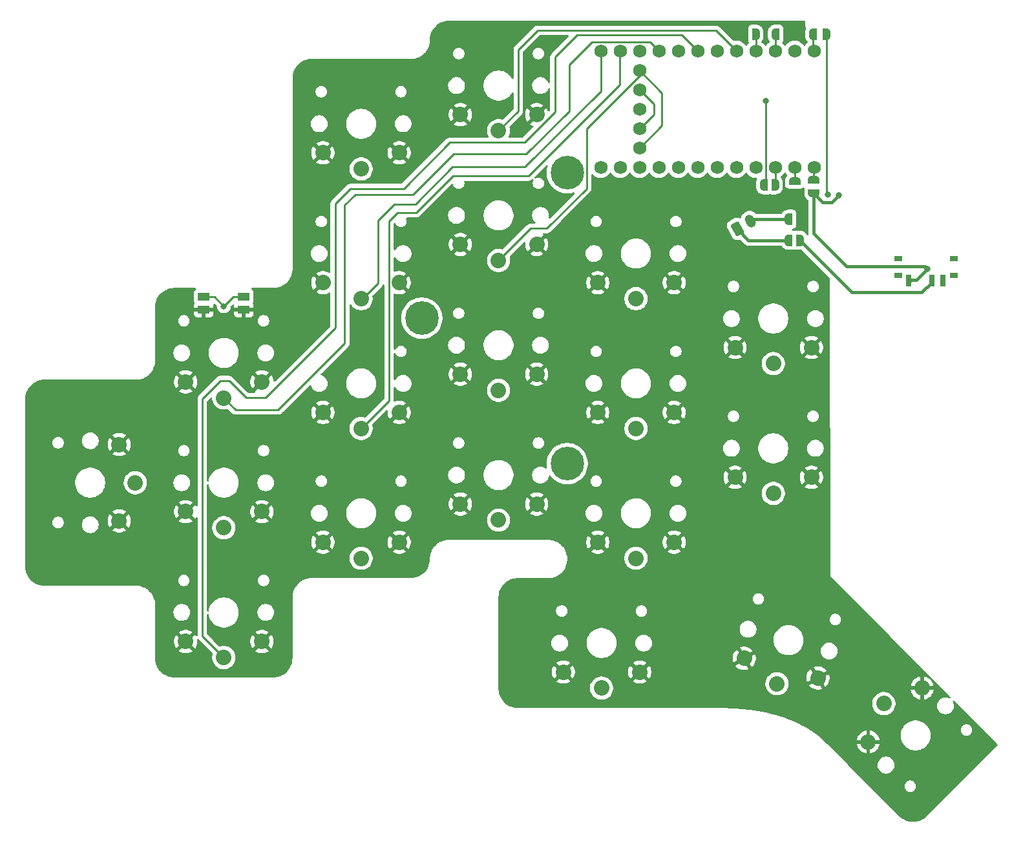
<source format=gbr>
%TF.GenerationSoftware,KiCad,Pcbnew,9.0.7*%
%TF.CreationDate,2026-01-19T16:19:19-08:00*%
%TF.ProjectId,talon_slim,74616c6f-6e5f-4736-9c69-6d2e6b696361,rev?*%
%TF.SameCoordinates,Original*%
%TF.FileFunction,Copper,L2,Bot*%
%TF.FilePolarity,Positive*%
%FSLAX46Y46*%
G04 Gerber Fmt 4.6, Leading zero omitted, Abs format (unit mm)*
G04 Created by KiCad (PCBNEW 9.0.7) date 2026-01-19 16:19:19*
%MOMM*%
%LPD*%
G01*
G04 APERTURE LIST*
G04 Aperture macros list*
%AMRoundRect*
0 Rectangle with rounded corners*
0 $1 Rounding radius*
0 $2 $3 $4 $5 $6 $7 $8 $9 X,Y pos of 4 corners*
0 Add a 4 corners polygon primitive as box body*
4,1,4,$2,$3,$4,$5,$6,$7,$8,$9,$2,$3,0*
0 Add four circle primitives for the rounded corners*
1,1,$1+$1,$2,$3*
1,1,$1+$1,$4,$5*
1,1,$1+$1,$6,$7*
1,1,$1+$1,$8,$9*
0 Add four rect primitives between the rounded corners*
20,1,$1+$1,$2,$3,$4,$5,0*
20,1,$1+$1,$4,$5,$6,$7,0*
20,1,$1+$1,$6,$7,$8,$9,0*
20,1,$1+$1,$8,$9,$2,$3,0*%
%AMHorizOval*
0 Thick line with rounded ends*
0 $1 width*
0 $2 $3 position (X,Y) of the first rounded end (center of the circle)*
0 $4 $5 position (X,Y) of the second rounded end (center of the circle)*
0 Add line between two ends*
20,1,$1,$2,$3,$4,$5,0*
0 Add two circle primitives to create the rounded ends*
1,1,$1,$2,$3*
1,1,$1,$4,$5*%
%AMFreePoly0*
4,1,23,0.000000,0.745722,0.065263,0.745722,0.191342,0.711940,0.304381,0.646677,0.396677,0.554381,0.461940,0.441342,0.495722,0.315263,0.495722,0.250000,0.500000,0.250000,0.500000,-0.250000,0.495722,-0.250000,0.495722,-0.315263,0.461940,-0.441342,0.396677,-0.554381,0.304381,-0.646677,0.191342,-0.711940,0.065263,-0.745722,0.000000,-0.745722,0.000000,-0.750000,-0.500000,-0.750000,
-0.500000,0.750000,0.000000,0.750000,0.000000,0.745722,0.000000,0.745722,$1*%
%AMFreePoly1*
4,1,23,0.500000,-0.750000,0.000000,-0.750000,0.000000,-0.745722,-0.065263,-0.745722,-0.191342,-0.711940,-0.304381,-0.646677,-0.396677,-0.554381,-0.461940,-0.441342,-0.495722,-0.315263,-0.495722,-0.250000,-0.500000,-0.250000,-0.500000,0.250000,-0.495722,0.250000,-0.495722,0.315263,-0.461940,0.441342,-0.396677,0.554381,-0.304381,0.646677,-0.191342,0.711940,-0.065263,0.745722,0.000000,0.745722,
0.000000,0.750000,0.500000,0.750000,0.500000,-0.750000,0.500000,-0.750000,$1*%
G04 Aperture macros list end*
%TA.AperFunction,SMDPad,CuDef*%
%ADD10R,1.000000X0.800000*%
%TD*%
%TA.AperFunction,SMDPad,CuDef*%
%ADD11R,0.700000X1.500000*%
%TD*%
%TA.AperFunction,SMDPad,CuDef*%
%ADD12FreePoly0,180.000000*%
%TD*%
%TA.AperFunction,SMDPad,CuDef*%
%ADD13FreePoly1,180.000000*%
%TD*%
%TA.AperFunction,ComponentPad*%
%ADD14C,1.752600*%
%TD*%
%TA.AperFunction,SMDPad,CuDef*%
%ADD15R,1.550000X1.000000*%
%TD*%
%TA.AperFunction,ComponentPad*%
%ADD16C,2.032000*%
%TD*%
%TA.AperFunction,ComponentPad*%
%ADD17C,4.400000*%
%TD*%
%TA.AperFunction,ComponentPad*%
%ADD18RoundRect,0.250000X0.009391X-0.716266X0.615609X-0.366266X-0.009391X0.716266X-0.615609X0.366266X0*%
%TD*%
%TA.AperFunction,ComponentPad*%
%ADD19HorizOval,1.200000X-0.137500X0.238157X0.137500X-0.238157X0*%
%TD*%
%TA.AperFunction,SMDPad,CuDef*%
%ADD20FreePoly1,90.000000*%
%TD*%
%TA.AperFunction,SMDPad,CuDef*%
%ADD21FreePoly0,90.000000*%
%TD*%
%TA.AperFunction,SMDPad,CuDef*%
%ADD22FreePoly1,0.000000*%
%TD*%
%TA.AperFunction,SMDPad,CuDef*%
%ADD23FreePoly0,0.000000*%
%TD*%
%TA.AperFunction,ViaPad*%
%ADD24C,0.800000*%
%TD*%
%TA.AperFunction,Conductor*%
%ADD25C,0.250000*%
%TD*%
%TA.AperFunction,Conductor*%
%ADD26C,0.400000*%
%TD*%
G04 APERTURE END LIST*
D10*
%TO.P,SLIDE_SW2,SH4*%
%TO.N,N/C*%
X177640000Y-83680000D03*
%TO.P,SLIDE_SW2,SH3*%
X170340000Y-83680000D03*
%TO.P,SLIDE_SW2,SH2*%
X177640000Y-85880000D03*
%TO.P,SLIDE_SW2,SH1*%
X170340000Y-85880000D03*
D11*
%TO.P,SLIDE_SW2,3,C*%
%TO.N,unconnected-(SLIDE_SW2-C-Pad3)*%
X176240000Y-86530000D03*
%TO.P,SLIDE_SW2,2,B*%
%TO.N,Net-(JP3-B)*%
X174740000Y-86530000D03*
%TO.P,SLIDE_SW2,1,A*%
%TO.N,BATIN*%
X171740000Y-86530000D03*
%TD*%
D12*
%TO.P,JP2,2,B*%
%TO.N,Net-(JP1-B)*%
X159190000Y-54250000D03*
D13*
%TO.P,JP2,1,A*%
%TO.N,P1*%
X160990000Y-54250000D03*
%TD*%
D14*
%TO.P,U1,33,P1.07*%
%TO.N,P33*%
X136480000Y-64090000D03*
%TO.P,U1,32,P1.02*%
%TO.N,P32*%
X136480000Y-61550000D03*
X136480000Y-66630000D03*
%TO.P,U1,31,P1.01*%
%TO.N,P31*%
X136480000Y-59010000D03*
X136480000Y-69170000D03*
%TO.P,U1,24,BATIN/P0.04*%
%TO.N,Net-(JP8-B)*%
X159340000Y-71710000D03*
%TO.P,U1,23,GND*%
%TO.N,Net-(JP11-B)*%
X156800000Y-71710000D03*
%TO.P,U1,22,RST*%
%TO.N,Net-(JP12-B)*%
X154260000Y-71710000D03*
%TO.P,U1,21,VCC*%
%TO.N,Net-(JP14-B)*%
X151720000Y-71710000D03*
%TO.P,U1,20,AIN7/P0.31*%
%TO.N,P20*%
X149180000Y-71710000D03*
%TO.P,U1,19,AIN5/P0.29*%
%TO.N,P19*%
X146640000Y-71710000D03*
%TO.P,U1,18,AIN0/P0.02*%
%TO.N,P18*%
X144100000Y-71710000D03*
%TO.P,U1,17,P1.15*%
%TO.N,P17*%
X141560000Y-71710000D03*
%TO.P,U1,16,P1.13*%
%TO.N,P16*%
X139020000Y-71710000D03*
%TO.P,U1,15,P1.11*%
%TO.N,P15*%
X136480000Y-71710000D03*
%TO.P,U1,14,NFC2/P0.10*%
%TO.N,P14*%
X133940000Y-71710000D03*
%TO.P,U1,13,NFC1/P0.09*%
%TO.N,P13*%
X131400000Y-71710000D03*
%TO.P,U1,12,P1.06*%
%TO.N,P12*%
X131400000Y-56470000D03*
%TO.P,U1,11,P1.04*%
%TO.N,P11*%
X133940000Y-56470000D03*
%TO.P,U1,10,P0.11*%
%TO.N,P10*%
X136480000Y-56470000D03*
%TO.P,U1,9,P1.00*%
%TO.N,P9*%
X139020000Y-56470000D03*
%TO.P,U1,8,P0.24*%
%TO.N,P8*%
X141560000Y-56470000D03*
%TO.P,U1,7,P0.22*%
%TO.N,P7*%
X144100000Y-56470000D03*
%TO.P,U1,6,P0.20*%
%TO.N,P6*%
X146640000Y-56470000D03*
%TO.P,U1,5,P0.17*%
%TO.N,P5*%
X149180000Y-56470000D03*
%TO.P,U1,4,GND*%
%TO.N,Net-(JP7-B)*%
X151720000Y-56470000D03*
%TO.P,U1,3,GND*%
%TO.N,Net-(JP5-B)*%
X154260000Y-56470000D03*
%TO.P,U1,2,RX1/P0.08*%
%TO.N,Net-(JP4-B)*%
X156800000Y-56470000D03*
%TO.P,U1,1,TX0/P0.06*%
%TO.N,Net-(JP1-B)*%
X159340000Y-56470000D03*
%TD*%
D15*
%TO.P,RESET_SW2,2,2*%
%TO.N,GND*%
X79375000Y-90350000D03*
X84625000Y-90350000D03*
%TO.P,RESET_SW2,1,1*%
%TO.N,RESET*%
X79375000Y-88650000D03*
X84625000Y-88650000D03*
%TD*%
D16*
%TO.P,SW3,1,1*%
%TO.N,P9*%
X82000000Y-101900000D03*
%TO.P,SW3,2,2*%
%TO.N,GND*%
X77000000Y-99800000D03*
X87000000Y-99800000D03*
%TD*%
%TO.P,SW1,1,1*%
%TO.N,P8*%
X100000000Y-71900000D03*
%TO.P,SW1,2,2*%
%TO.N,GND*%
X95000000Y-69800000D03*
X105000000Y-69800000D03*
%TD*%
%TO.P,SW10,1,1*%
%TO.N,P11*%
X100000000Y-105900000D03*
%TO.P,SW10,2,2*%
%TO.N,GND*%
X95000000Y-103800000D03*
X105000000Y-103800000D03*
%TD*%
D17*
%TO.P,REF\u002A\u002A,1*%
%TO.N,N/C*%
X107950000Y-91450000D03*
X127000000Y-72400000D03*
X127000000Y-110500000D03*
%TD*%
D16*
%TO.P,SW7,1,1*%
%TO.N,P16*%
X154000000Y-97400000D03*
%TO.P,SW7,2,2*%
%TO.N,GND*%
X149000000Y-95300000D03*
X159000000Y-95300000D03*
%TD*%
%TO.P,SW13,1,1*%
%TO.N,P18*%
X154000000Y-114400000D03*
%TO.P,SW13,2,2*%
%TO.N,GND*%
X149000000Y-112300000D03*
X159000000Y-112300000D03*
%TD*%
%TO.P,SW6,1,1*%
%TO.N,P14*%
X136000000Y-88900000D03*
%TO.P,SW6,2,2*%
%TO.N,GND*%
X131000000Y-86800000D03*
X141000000Y-86800000D03*
%TD*%
%TO.P,SW5,1,1*%
%TO.N,P31*%
X118000000Y-83900000D03*
%TO.P,SW5,2,2*%
%TO.N,GND*%
X113000000Y-81800000D03*
X123000000Y-81800000D03*
%TD*%
%TO.P,SW17,1,1*%
%TO.N,P17*%
X136000000Y-122900000D03*
%TO.P,SW17,2,2*%
%TO.N,GND*%
X131000000Y-120800000D03*
X141000000Y-120800000D03*
%TD*%
%TO.P,SW12,1,1*%
%TO.N,P15*%
X136000000Y-105900000D03*
%TO.P,SW12,2,2*%
%TO.N,GND*%
X131000000Y-103800000D03*
X141000000Y-103800000D03*
%TD*%
%TO.P,SW9,1,1*%
%TO.N,P10*%
X82000000Y-118900000D03*
%TO.P,SW9,2,2*%
%TO.N,GND*%
X77000000Y-116800000D03*
X87000000Y-116800000D03*
%TD*%
%TO.P,SW15,1,1*%
%TO.N,P32*%
X100000000Y-122900000D03*
%TO.P,SW15,2,2*%
%TO.N,GND*%
X95000000Y-120800000D03*
X105000000Y-120800000D03*
%TD*%
%TO.P,SW14,1,1*%
%TO.N,P7*%
X82000000Y-135900000D03*
%TO.P,SW14,2,2*%
%TO.N,GND*%
X77000000Y-133800000D03*
X87000000Y-133800000D03*
%TD*%
%TO.P,SW19,1,1*%
%TO.N,P20*%
X154472968Y-139322539D03*
%TO.P,SW19,2,2*%
%TO.N,GND*%
X150186858Y-136000000D03*
X159846117Y-138588190D03*
%TD*%
%TO.P,SW11,1,1*%
%TO.N,P33*%
X118000000Y-100900000D03*
%TO.P,SW11,2,2*%
%TO.N,GND*%
X113000000Y-98800000D03*
X123000000Y-98800000D03*
%TD*%
%TO.P,SW4,1,1*%
%TO.N,P12*%
X100000000Y-88900000D03*
%TO.P,SW4,2,2*%
%TO.N,GND*%
X95000000Y-86800000D03*
X105000000Y-86800000D03*
%TD*%
%TO.P,SW2,1,1*%
%TO.N,P5*%
X118000000Y-66900000D03*
%TO.P,SW2,2,2*%
%TO.N,GND*%
X113000000Y-64800000D03*
X123000000Y-64800000D03*
%TD*%
%TO.P,SW20,1,1*%
%TO.N,P1*%
X168480610Y-141929542D03*
%TO.P,SW20,2,2*%
%TO.N,GND*%
X173501068Y-139878932D03*
X166430000Y-146950000D03*
%TD*%
%TO.P,SW8,1,1*%
%TO.N,P6*%
X70400000Y-113000000D03*
%TO.P,SW8,2,2*%
%TO.N,GND*%
X68300000Y-118000000D03*
X68300000Y-108000000D03*
%TD*%
D18*
%TO.P,J1,1,Pin_1*%
%TO.N,Net-(J1-Pin_1)*%
X149267950Y-79750000D03*
D19*
%TO.P,J1,2,Pin_2*%
%TO.N,Net-(J1-Pin_2)*%
X151000000Y-78750001D03*
%TD*%
D16*
%TO.P,SW16,1,1*%
%TO.N,P13*%
X118000000Y-117900000D03*
%TO.P,SW16,2,2*%
%TO.N,GND*%
X113000000Y-115800000D03*
X123000000Y-115800000D03*
%TD*%
%TO.P,SW18,1,1*%
%TO.N,P19*%
X131500000Y-139900000D03*
%TO.P,SW18,2,2*%
%TO.N,GND*%
X126500000Y-137800000D03*
X136500000Y-137800000D03*
%TD*%
D20*
%TO.P,JP8,1,A*%
%TO.N,BATIN*%
X159310000Y-75120000D03*
D21*
%TO.P,JP8,2,B*%
%TO.N,Net-(JP8-B)*%
X159310000Y-73320000D03*
%TD*%
D13*
%TO.P,JP6,1,A*%
%TO.N,GND*%
X155780000Y-54260000D03*
D12*
%TO.P,JP6,2,B*%
%TO.N,Net-(JP5-B)*%
X154280000Y-54260000D03*
%TD*%
D22*
%TO.P,JP7,1,A*%
%TO.N,GND*%
X150210000Y-54260000D03*
D23*
%TO.P,JP7,2,B*%
%TO.N,Net-(JP7-B)*%
X151710000Y-54260000D03*
%TD*%
D22*
%TO.P,JP12,1,A*%
%TO.N,RESET*%
X152750000Y-73980000D03*
D23*
%TO.P,JP12,2,B*%
%TO.N,Net-(JP12-B)*%
X154250000Y-73980000D03*
%TD*%
D20*
%TO.P,JP11,1,A*%
%TO.N,GND*%
X156790000Y-74980000D03*
D21*
%TO.P,JP11,2,B*%
%TO.N,Net-(JP11-B)*%
X156790000Y-73480000D03*
%TD*%
D22*
%TO.P,JP15,1,A*%
%TO.N,Net-(J1-Pin_2)*%
X156000000Y-78500000D03*
D23*
%TO.P,JP15,2,B*%
%TO.N,GND*%
X157500000Y-78500000D03*
%TD*%
D22*
%TO.P,JP3,1,A*%
%TO.N,Net-(J1-Pin_1)*%
X156000000Y-81250000D03*
D23*
%TO.P,JP3,2,B*%
%TO.N,Net-(JP3-B)*%
X157500000Y-81250000D03*
%TD*%
D24*
%TO.N,GND*%
X149340000Y-75020000D03*
%TO.N,BATIN*%
X174180000Y-84990000D03*
X162580000Y-75340000D03*
%TO.N,GND*%
X157330000Y-83260000D03*
%TO.N,P1*%
X161170000Y-75300000D03*
%TO.N,RESET*%
X153010000Y-63010000D03*
X82020000Y-89900000D03*
%TD*%
D25*
%TO.N,P31*%
X122200000Y-79700000D02*
X118000000Y-83900000D01*
X129526000Y-74487875D02*
X124313875Y-79700000D01*
X129526000Y-66654000D02*
X129526000Y-74487875D01*
X136480000Y-59700000D02*
X129526000Y-66654000D01*
X124313875Y-79700000D02*
X122200000Y-79700000D01*
X136480000Y-59010000D02*
X136480000Y-59700000D01*
D26*
%TO.N,Net-(J1-Pin_2)*%
X155970000Y-78530000D02*
X151220001Y-78530000D01*
X156000000Y-78500000D02*
X155970000Y-78530000D01*
X151220001Y-78530000D02*
X151000000Y-78750001D01*
D25*
%TO.N,P7*%
X142010000Y-54380000D02*
X144100000Y-56470000D01*
X128270000Y-54380000D02*
X142010000Y-54380000D01*
X125390000Y-57260000D02*
X128270000Y-54380000D01*
X121430000Y-68430000D02*
X125390000Y-64470000D01*
X111630000Y-68430000D02*
X121430000Y-68430000D01*
X105571000Y-74489000D02*
X111630000Y-68430000D01*
X96600000Y-76460000D02*
X98571000Y-74489000D01*
X96600000Y-92730000D02*
X96600000Y-76460000D01*
X87480000Y-101850000D02*
X96600000Y-92730000D01*
X98571000Y-74489000D02*
X105571000Y-74489000D01*
X84920000Y-101850000D02*
X87480000Y-101850000D01*
X82710000Y-99640000D02*
X84920000Y-101850000D01*
X81570000Y-99640000D02*
X82710000Y-99640000D01*
X79180000Y-102030000D02*
X81570000Y-99640000D01*
X125390000Y-64470000D02*
X125390000Y-57260000D01*
X79180000Y-133080000D02*
X79180000Y-102030000D01*
X82000000Y-135900000D02*
X79180000Y-133080000D01*
%TO.N,P9*%
X137820000Y-55270000D02*
X139020000Y-56470000D01*
X136980309Y-55270000D02*
X137820000Y-55270000D01*
X136978009Y-55267700D02*
X136980309Y-55270000D01*
X135981991Y-55267700D02*
X136978009Y-55267700D01*
X135979691Y-55270000D02*
X135981991Y-55267700D01*
X134440309Y-55270000D02*
X135979691Y-55270000D01*
X134438009Y-55267700D02*
X134440309Y-55270000D01*
X133441991Y-55267700D02*
X134438009Y-55267700D01*
X133439691Y-55270000D02*
X133441991Y-55267700D01*
X131900309Y-55270000D02*
X133439691Y-55270000D01*
X131898009Y-55267700D02*
X131900309Y-55270000D01*
X130901991Y-55267700D02*
X131898009Y-55267700D01*
X130899691Y-55270000D02*
X130901991Y-55267700D01*
X130200000Y-55270000D02*
X130899691Y-55270000D01*
X127240000Y-58230000D02*
X130200000Y-55270000D01*
X127240000Y-64370000D02*
X127240000Y-58230000D01*
X121630000Y-69980000D02*
X127240000Y-64370000D01*
X99220000Y-75280000D02*
X106790000Y-75280000D01*
X97850000Y-94730000D02*
X97850000Y-76650000D01*
X97850000Y-76650000D02*
X99220000Y-75280000D01*
X89130000Y-103450000D02*
X97850000Y-94730000D01*
X83550000Y-103450000D02*
X89130000Y-103450000D01*
X82000000Y-101900000D02*
X83550000Y-103450000D01*
X106790000Y-75280000D02*
X112090000Y-69980000D01*
X112090000Y-69980000D02*
X121630000Y-69980000D01*
%TO.N,P11*%
X103658000Y-102242000D02*
X100000000Y-105900000D01*
X103658000Y-78712000D02*
X103658000Y-102242000D01*
X104720000Y-77650000D02*
X103658000Y-78712000D01*
X121940000Y-72830000D02*
X112000000Y-72830000D01*
X107180000Y-77650000D02*
X104720000Y-77650000D01*
X112000000Y-72830000D02*
X107180000Y-77650000D01*
X133860000Y-60910000D02*
X121940000Y-72830000D01*
X133860000Y-56550000D02*
X133860000Y-60910000D01*
X133940000Y-56470000D02*
X133860000Y-56550000D01*
%TO.N,P12*%
X131400000Y-61710000D02*
X131400000Y-56470000D01*
X121460000Y-71650000D02*
X131400000Y-61710000D01*
X111950000Y-71650000D02*
X121460000Y-71650000D01*
X107100000Y-76500000D02*
X111950000Y-71650000D01*
X102220000Y-86860000D02*
X102220000Y-78640000D01*
X100030000Y-89050000D02*
X102220000Y-86860000D01*
X104360000Y-76500000D02*
X107100000Y-76500000D01*
X100000000Y-89020000D02*
X100030000Y-89050000D01*
X102220000Y-78640000D02*
X104360000Y-76500000D01*
X100000000Y-88900000D02*
X100000000Y-89020000D01*
%TO.N,P5*%
X120580000Y-64320000D02*
X118000000Y-66900000D01*
X120580000Y-56290000D02*
X120580000Y-64320000D01*
X146470000Y-53760000D02*
X123110000Y-53760000D01*
X123110000Y-53760000D02*
X120580000Y-56290000D01*
X149180000Y-56470000D02*
X146470000Y-53760000D01*
D26*
%TO.N,BATIN*%
X172710000Y-86460000D02*
X174180000Y-84990000D01*
X171750000Y-86750000D02*
X172040000Y-86460000D01*
X172040000Y-86460000D02*
X172710000Y-86460000D01*
X173830000Y-84640000D02*
X174140000Y-84950000D01*
X163590000Y-84640000D02*
X173830000Y-84640000D01*
X159310000Y-80360000D02*
X163590000Y-84640000D01*
X159310000Y-75120000D02*
X159310000Y-80360000D01*
D25*
%TO.N,Net-(J1-Pin_2)*%
X155749999Y-78750001D02*
X156000000Y-78500000D01*
%TO.N,RESET*%
X84625000Y-88650000D02*
X83270000Y-88650000D01*
X83270000Y-88650000D02*
X82020000Y-89900000D01*
X80770000Y-88650000D02*
X82020000Y-89900000D01*
X79375000Y-88650000D02*
X80770000Y-88650000D01*
%TO.N,GND*%
X113726900Y-64073100D02*
X113000000Y-64800000D01*
%TO.N,Net-(JP7-B)*%
X151720000Y-54270000D02*
X151710000Y-54260000D01*
X151720000Y-56470000D02*
X151720000Y-54270000D01*
%TO.N,Net-(JP5-B)*%
X154260000Y-54280000D02*
X154280000Y-54260000D01*
X154260000Y-56470000D02*
X154260000Y-54280000D01*
%TO.N,Net-(JP1-B)*%
X159190000Y-56320000D02*
X159340000Y-56470000D01*
X159190000Y-54250000D02*
X159190000Y-56320000D01*
%TO.N,RESET*%
X152750000Y-73980000D02*
X153010000Y-73720000D01*
X153010000Y-73720000D02*
X153010000Y-63010000D01*
%TO.N,Net-(JP12-B)*%
X154250000Y-71720000D02*
X154260000Y-71710000D01*
X154250000Y-73980000D02*
X154250000Y-71720000D01*
%TO.N,Net-(JP11-B)*%
X156790000Y-71720000D02*
X156800000Y-71710000D01*
X156790000Y-73480000D02*
X156790000Y-71720000D01*
%TO.N,Net-(JP8-B)*%
X159310000Y-71740000D02*
X159340000Y-71710000D01*
X159310000Y-73320000D02*
X159310000Y-71740000D01*
D26*
%TO.N,Net-(JP3-B)*%
X173440000Y-88060000D02*
X174750000Y-86750000D01*
X164310000Y-88060000D02*
X173440000Y-88060000D01*
X157500000Y-81250000D02*
X164310000Y-88060000D01*
D25*
%TO.N,BATIN*%
X174140000Y-84950000D02*
X174180000Y-84990000D01*
%TO.N,P1*%
X160950000Y-75080000D02*
X161170000Y-75300000D01*
X160950000Y-53620000D02*
X160950000Y-75080000D01*
D26*
%TO.N,BATIN*%
X161610000Y-76310000D02*
X162580000Y-75340000D01*
X160500000Y-76310000D02*
X161610000Y-76310000D01*
X159310000Y-75120000D02*
X160500000Y-76310000D01*
D25*
X162580000Y-75547644D02*
X162677191Y-75644835D01*
X162580000Y-75340000D02*
X162580000Y-75547644D01*
X159385000Y-75120000D02*
X159310000Y-75120000D01*
X159746013Y-75481013D02*
X159385000Y-75120000D01*
%TO.N,P1*%
X161170000Y-75300000D02*
X161373227Y-75300000D01*
D26*
%TO.N,Net-(J1-Pin_1)*%
X150767950Y-81250000D02*
X156000000Y-81250000D01*
X149267950Y-79750000D02*
X150767950Y-81250000D01*
D25*
%TO.N,P31*%
X139420000Y-66230000D02*
X136480000Y-69170000D01*
X139420000Y-61950000D02*
X139420000Y-66230000D01*
X136480000Y-59010000D02*
X139420000Y-61950000D01*
%TO.N,P32*%
X138370000Y-63440000D02*
X138370000Y-64740000D01*
X138370000Y-64740000D02*
X136480000Y-66630000D01*
X136480000Y-61550000D02*
X138370000Y-63440000D01*
%TD*%
%TA.AperFunction,Conductor*%
%TO.N,GND*%
G36*
X158125813Y-52520185D02*
G01*
X158171568Y-52572989D01*
X158181956Y-52610283D01*
X158215415Y-52900262D01*
X158286191Y-53513664D01*
X158277569Y-53575329D01*
X158235801Y-53676167D01*
X158201724Y-53803341D01*
X158184500Y-53934166D01*
X158184500Y-54565833D01*
X158201724Y-54696658D01*
X158201725Y-54696662D01*
X158204405Y-54706662D01*
X158235800Y-54823829D01*
X158286302Y-54945750D01*
X158286303Y-54945751D01*
X158352120Y-55059749D01*
X158352132Y-55059767D01*
X158423228Y-55152419D01*
X158432459Y-55164449D01*
X158432464Y-55164454D01*
X158451883Y-55183873D01*
X158463298Y-55204778D01*
X158478391Y-55223212D01*
X158483080Y-55241006D01*
X158485368Y-55245196D01*
X158487385Y-55257341D01*
X158492954Y-55305608D01*
X158481083Y-55374462D01*
X158446173Y-55415963D01*
X158446779Y-55416672D01*
X158443078Y-55419832D01*
X158289835Y-55573076D01*
X158170318Y-55737577D01*
X158114988Y-55780242D01*
X158045374Y-55786221D01*
X157983579Y-55753615D01*
X157969682Y-55737577D01*
X157946837Y-55706134D01*
X157850164Y-55573075D01*
X157696925Y-55419836D01*
X157521600Y-55292455D01*
X157511732Y-55287427D01*
X157328505Y-55194068D01*
X157122404Y-55127102D01*
X156961867Y-55101675D01*
X156908356Y-55093200D01*
X156691644Y-55093200D01*
X156620295Y-55104500D01*
X156477597Y-55127102D01*
X156477594Y-55127102D01*
X156271494Y-55194068D01*
X156078399Y-55292455D01*
X155903072Y-55419838D01*
X155749838Y-55573072D01*
X155749838Y-55573073D01*
X155749836Y-55573075D01*
X155678198Y-55671675D01*
X155630318Y-55737577D01*
X155574988Y-55780242D01*
X155505374Y-55786221D01*
X155443579Y-55753615D01*
X155429682Y-55737577D01*
X155406837Y-55706134D01*
X155310164Y-55573075D01*
X155201063Y-55463974D01*
X155167578Y-55402651D01*
X155172562Y-55332959D01*
X155195032Y-55295089D01*
X155205254Y-55283294D01*
X155254962Y-55174449D01*
X155265023Y-55152419D01*
X155265024Y-55152414D01*
X155265191Y-55151252D01*
X155285500Y-55010000D01*
X155285500Y-53510000D01*
X155280355Y-53438060D01*
X155239819Y-53300008D01*
X155209261Y-53252459D01*
X155162032Y-53178969D01*
X155162028Y-53178965D01*
X155053299Y-53084750D01*
X155053297Y-53084748D01*
X155053294Y-53084746D01*
X155053290Y-53084744D01*
X154922419Y-53024976D01*
X154922414Y-53024975D01*
X154780000Y-53004500D01*
X154214174Y-53004500D01*
X154214166Y-53004500D01*
X154083341Y-53021724D01*
X153956170Y-53055800D01*
X153834249Y-53106302D01*
X153834248Y-53106303D01*
X153720250Y-53172120D01*
X153720232Y-53172132D01*
X153615555Y-53252455D01*
X153615545Y-53252464D01*
X153522464Y-53345545D01*
X153522455Y-53345555D01*
X153442132Y-53450232D01*
X153442120Y-53450250D01*
X153376303Y-53564248D01*
X153376302Y-53564249D01*
X153325800Y-53686170D01*
X153291724Y-53813341D01*
X153274500Y-53944166D01*
X153274500Y-54575833D01*
X153290408Y-54696662D01*
X153291725Y-54706662D01*
X153323120Y-54823829D01*
X153325800Y-54833829D01*
X153376302Y-54955750D01*
X153376303Y-54955751D01*
X153436351Y-55059757D01*
X153442125Y-55069757D01*
X153505555Y-55152419D01*
X153508813Y-55156665D01*
X153534007Y-55221834D01*
X153519969Y-55290279D01*
X153483323Y-55332470D01*
X153363073Y-55419837D01*
X153209838Y-55573072D01*
X153209838Y-55573073D01*
X153209836Y-55573075D01*
X153138198Y-55671675D01*
X153090318Y-55737577D01*
X153034988Y-55780242D01*
X152965374Y-55786221D01*
X152903579Y-55753615D01*
X152889682Y-55737577D01*
X152866837Y-55706134D01*
X152770164Y-55573075D01*
X152616925Y-55419836D01*
X152616921Y-55419833D01*
X152503097Y-55337135D01*
X152460431Y-55281805D01*
X152454452Y-55212192D01*
X152477604Y-55161333D01*
X152547875Y-55069757D01*
X152613701Y-54955743D01*
X152664200Y-54833829D01*
X152698275Y-54706662D01*
X152715500Y-54575826D01*
X152715500Y-53944174D01*
X152698275Y-53813338D01*
X152664200Y-53686171D01*
X152613701Y-53564257D01*
X152613698Y-53564252D01*
X152613697Y-53564249D01*
X152613696Y-53564248D01*
X152547879Y-53450250D01*
X152547875Y-53450243D01*
X152484448Y-53367585D01*
X152467544Y-53345555D01*
X152467541Y-53345551D01*
X152374449Y-53252459D01*
X152361417Y-53242459D01*
X152269767Y-53172132D01*
X152269749Y-53172120D01*
X152155751Y-53106303D01*
X152155750Y-53106302D01*
X152033829Y-53055800D01*
X151930267Y-53028050D01*
X151906662Y-53021725D01*
X151906661Y-53021724D01*
X151906658Y-53021724D01*
X151775833Y-53004500D01*
X151775826Y-53004500D01*
X151210000Y-53004500D01*
X151209997Y-53004500D01*
X151138059Y-53009644D01*
X151000005Y-53050182D01*
X150878969Y-53127967D01*
X150878965Y-53127971D01*
X150784750Y-53236700D01*
X150784744Y-53236709D01*
X150724976Y-53367580D01*
X150724975Y-53367585D01*
X150704500Y-53509999D01*
X150704500Y-55010002D01*
X150709644Y-55081940D01*
X150733872Y-55164449D01*
X150747453Y-55210703D01*
X150750182Y-55219994D01*
X150802860Y-55301962D01*
X150822545Y-55369002D01*
X150802861Y-55436041D01*
X150786227Y-55456683D01*
X150669835Y-55573075D01*
X150550318Y-55737577D01*
X150494988Y-55780242D01*
X150425374Y-55786221D01*
X150363579Y-55753615D01*
X150349682Y-55737577D01*
X150326837Y-55706134D01*
X150230164Y-55573075D01*
X150076925Y-55419836D01*
X149901600Y-55292455D01*
X149891732Y-55287427D01*
X149708505Y-55194068D01*
X149502404Y-55127102D01*
X149341867Y-55101675D01*
X149288356Y-55093200D01*
X149071644Y-55093200D01*
X149000295Y-55104500D01*
X148857597Y-55127102D01*
X148827289Y-55136950D01*
X148757448Y-55138945D01*
X148701290Y-55106700D01*
X146963638Y-53369048D01*
X146955860Y-53361270D01*
X146955858Y-53361267D01*
X146868733Y-53274142D01*
X146800647Y-53228648D01*
X146766286Y-53205688D01*
X146766284Y-53205687D01*
X146766283Y-53205686D01*
X146684979Y-53172009D01*
X146684969Y-53172006D01*
X146677634Y-53168968D01*
X146652452Y-53158537D01*
X146592029Y-53146518D01*
X146587880Y-53145692D01*
X146587870Y-53145690D01*
X146531610Y-53134500D01*
X146531607Y-53134500D01*
X146531606Y-53134500D01*
X123171606Y-53134500D01*
X123048393Y-53134500D01*
X123048389Y-53134500D01*
X122992134Y-53145690D01*
X122987971Y-53146518D01*
X122944743Y-53155116D01*
X122927546Y-53158537D01*
X122813716Y-53205687D01*
X122813707Y-53205692D01*
X122711268Y-53274140D01*
X122685404Y-53300005D01*
X122624142Y-53361267D01*
X120184273Y-55801135D01*
X120184266Y-55801142D01*
X120181270Y-55804139D01*
X120181267Y-55804142D01*
X120094142Y-55891267D01*
X120060583Y-55941492D01*
X120056176Y-55948085D01*
X120056169Y-55948095D01*
X120025690Y-55993709D01*
X120025685Y-55993718D01*
X119978540Y-56107538D01*
X119978535Y-56107554D01*
X119956030Y-56220700D01*
X119956030Y-56220701D01*
X119954500Y-56228392D01*
X119954500Y-59992519D01*
X119934815Y-60059558D01*
X119882011Y-60105313D01*
X119812853Y-60115257D01*
X119749297Y-60086232D01*
X119723113Y-60054519D01*
X119637347Y-59905969D01*
X119637343Y-59905962D01*
X119480535Y-59701606D01*
X119480530Y-59701600D01*
X119298399Y-59519469D01*
X119298392Y-59519463D01*
X119094046Y-59362663D01*
X119094044Y-59362661D01*
X119094038Y-59362657D01*
X119094033Y-59362654D01*
X119094030Y-59362652D01*
X118870969Y-59233867D01*
X118870952Y-59233859D01*
X118632982Y-59135289D01*
X118475243Y-59093023D01*
X118384175Y-59068622D01*
X118352252Y-59064419D01*
X118128800Y-59035000D01*
X118128793Y-59035000D01*
X117871207Y-59035000D01*
X117871199Y-59035000D01*
X117615825Y-59068622D01*
X117367017Y-59135289D01*
X117129047Y-59233859D01*
X117129030Y-59233867D01*
X116905969Y-59362652D01*
X116905953Y-59362663D01*
X116701607Y-59519463D01*
X116701600Y-59519469D01*
X116519469Y-59701600D01*
X116519463Y-59701607D01*
X116362663Y-59905953D01*
X116362652Y-59905969D01*
X116233867Y-60129030D01*
X116233859Y-60129047D01*
X116135289Y-60367017D01*
X116068622Y-60615825D01*
X116035000Y-60871199D01*
X116035000Y-61128800D01*
X116064419Y-61352252D01*
X116068622Y-61384175D01*
X116084021Y-61441644D01*
X116135289Y-61632982D01*
X116233859Y-61870952D01*
X116233867Y-61870969D01*
X116362652Y-62094030D01*
X116362663Y-62094046D01*
X116519463Y-62298392D01*
X116519469Y-62298399D01*
X116701600Y-62480530D01*
X116701607Y-62480536D01*
X116749312Y-62517141D01*
X116905962Y-62637343D01*
X116905969Y-62637347D01*
X117129030Y-62766132D01*
X117129035Y-62766134D01*
X117129038Y-62766136D01*
X117129042Y-62766137D01*
X117129047Y-62766140D01*
X117150466Y-62775012D01*
X117367016Y-62864710D01*
X117615825Y-62931378D01*
X117871207Y-62965000D01*
X117871214Y-62965000D01*
X118128786Y-62965000D01*
X118128793Y-62965000D01*
X118384175Y-62931378D01*
X118632984Y-62864710D01*
X118870962Y-62766136D01*
X119094038Y-62637343D01*
X119298394Y-62480535D01*
X119480535Y-62298394D01*
X119637343Y-62094038D01*
X119723113Y-61945479D01*
X119773680Y-61897264D01*
X119842287Y-61884041D01*
X119907152Y-61910009D01*
X119947680Y-61966924D01*
X119954500Y-62007480D01*
X119954500Y-64009547D01*
X119934815Y-64076586D01*
X119918181Y-64097228D01*
X118589576Y-65425832D01*
X118528253Y-65459317D01*
X118463578Y-65456082D01*
X118355117Y-65420842D01*
X118355118Y-65420842D01*
X118178292Y-65392835D01*
X118119351Y-65383500D01*
X117880649Y-65383500D01*
X117825995Y-65392156D01*
X117644888Y-65420841D01*
X117644887Y-65420841D01*
X117417863Y-65494606D01*
X117205180Y-65602973D01*
X117098392Y-65680560D01*
X117012067Y-65743279D01*
X117012065Y-65743281D01*
X117012064Y-65743281D01*
X116843281Y-65912064D01*
X116843281Y-65912065D01*
X116843279Y-65912067D01*
X116800527Y-65970910D01*
X116702973Y-66105180D01*
X116594606Y-66317863D01*
X116520841Y-66544887D01*
X116520841Y-66544888D01*
X116483500Y-66780649D01*
X116483500Y-67019350D01*
X116520841Y-67255111D01*
X116520841Y-67255112D01*
X116520842Y-67255115D01*
X116594085Y-67480535D01*
X116594606Y-67482136D01*
X116666994Y-67624205D01*
X116679890Y-67692874D01*
X116653614Y-67757615D01*
X116596507Y-67797872D01*
X116556509Y-67804500D01*
X111568393Y-67804500D01*
X111553084Y-67807545D01*
X111553083Y-67807544D01*
X111447554Y-67828535D01*
X111447545Y-67828537D01*
X111425820Y-67837536D01*
X111414207Y-67842347D01*
X111333714Y-67875688D01*
X111288455Y-67905930D01*
X111282396Y-67909978D01*
X111282389Y-67909982D01*
X111231268Y-67944140D01*
X111188988Y-67986421D01*
X111144142Y-68031267D01*
X111144139Y-68031270D01*
X105348229Y-73827181D01*
X105286906Y-73860666D01*
X105260548Y-73863500D01*
X98632607Y-73863500D01*
X98509393Y-73863500D01*
X98484369Y-73868477D01*
X98459344Y-73873455D01*
X98459343Y-73873454D01*
X98388552Y-73887535D01*
X98388541Y-73887539D01*
X98356262Y-73900909D01*
X98341397Y-73907067D01*
X98319169Y-73916274D01*
X98274713Y-73934688D01*
X98264557Y-73941475D01*
X98264449Y-73941547D01*
X98172268Y-74003140D01*
X98145417Y-74029992D01*
X98085142Y-74090267D01*
X96204105Y-75971303D01*
X96204097Y-75971311D01*
X96201270Y-75974139D01*
X96201267Y-75974142D01*
X96114142Y-76061267D01*
X96083910Y-76106513D01*
X96079372Y-76113303D01*
X96079366Y-76113311D01*
X96045690Y-76163708D01*
X96045686Y-76163716D01*
X96029120Y-76203713D01*
X95998539Y-76277541D01*
X95998535Y-76277555D01*
X95974500Y-76398389D01*
X95974500Y-85392735D01*
X95954815Y-85459774D01*
X95902011Y-85505529D01*
X95832853Y-85515473D01*
X95794205Y-85503220D01*
X95581942Y-85395067D01*
X95581939Y-85395065D01*
X95354999Y-85321329D01*
X95119311Y-85284000D01*
X94880689Y-85284000D01*
X94645000Y-85321329D01*
X94418060Y-85395065D01*
X94418057Y-85395066D01*
X94205446Y-85503398D01*
X94119438Y-85565885D01*
X94763992Y-86210439D01*
X94699215Y-86237271D01*
X94595211Y-86306764D01*
X94506764Y-86395211D01*
X94437271Y-86499215D01*
X94410439Y-86563992D01*
X93765885Y-85919438D01*
X93703398Y-86005446D01*
X93595066Y-86218057D01*
X93595065Y-86218060D01*
X93521329Y-86445000D01*
X93484000Y-86680688D01*
X93484000Y-86919311D01*
X93521329Y-87154999D01*
X93595065Y-87381939D01*
X93595066Y-87381942D01*
X93703402Y-87594560D01*
X93765884Y-87680560D01*
X93765886Y-87680560D01*
X94410439Y-87036007D01*
X94437271Y-87100785D01*
X94506764Y-87204789D01*
X94595211Y-87293236D01*
X94699215Y-87362729D01*
X94763990Y-87389560D01*
X94119437Y-88034113D01*
X94119438Y-88034114D01*
X94205439Y-88096597D01*
X94418057Y-88204933D01*
X94418060Y-88204934D01*
X94645000Y-88278670D01*
X94880689Y-88316000D01*
X95119311Y-88316000D01*
X95354999Y-88278670D01*
X95581939Y-88204934D01*
X95581942Y-88204933D01*
X95794205Y-88096779D01*
X95862874Y-88083883D01*
X95927615Y-88110159D01*
X95967872Y-88167265D01*
X95974500Y-88207264D01*
X95974500Y-92419547D01*
X95954815Y-92486586D01*
X95938181Y-92507228D01*
X88722090Y-99723318D01*
X88660767Y-99756803D01*
X88591075Y-99751819D01*
X88535142Y-99709947D01*
X88511936Y-99655034D01*
X88478671Y-99445001D01*
X88404934Y-99218060D01*
X88404933Y-99218057D01*
X88296597Y-99005439D01*
X88234114Y-98919438D01*
X88234113Y-98919437D01*
X87589560Y-99563991D01*
X87562729Y-99499215D01*
X87493236Y-99395211D01*
X87404789Y-99306764D01*
X87300785Y-99237271D01*
X87236007Y-99210438D01*
X87880560Y-98565886D01*
X87880560Y-98565884D01*
X87794560Y-98503402D01*
X87581942Y-98395066D01*
X87581939Y-98395065D01*
X87354999Y-98321329D01*
X87119311Y-98284000D01*
X86880689Y-98284000D01*
X86645000Y-98321329D01*
X86418060Y-98395065D01*
X86418057Y-98395066D01*
X86205446Y-98503398D01*
X86119438Y-98565885D01*
X86763992Y-99210438D01*
X86699215Y-99237271D01*
X86595211Y-99306764D01*
X86506764Y-99395211D01*
X86437271Y-99499215D01*
X86410439Y-99563992D01*
X85765885Y-98919438D01*
X85703398Y-99005446D01*
X85595066Y-99218057D01*
X85595065Y-99218060D01*
X85521329Y-99445000D01*
X85484000Y-99680688D01*
X85484000Y-99919311D01*
X85521329Y-100154999D01*
X85595065Y-100381939D01*
X85595066Y-100381942D01*
X85703402Y-100594560D01*
X85765884Y-100680560D01*
X85765886Y-100680560D01*
X86410439Y-100036007D01*
X86437271Y-100100785D01*
X86506764Y-100204789D01*
X86595211Y-100293236D01*
X86699215Y-100362729D01*
X86763991Y-100389560D01*
X86119437Y-101034113D01*
X86123897Y-101090771D01*
X86109533Y-101159148D01*
X86060481Y-101208905D01*
X86000279Y-101224500D01*
X85230452Y-101224500D01*
X85163413Y-101204815D01*
X85142771Y-101188181D01*
X83203150Y-99248560D01*
X83195860Y-99241270D01*
X83195858Y-99241267D01*
X83108733Y-99154142D01*
X83057509Y-99119915D01*
X83006286Y-99085688D01*
X83006283Y-99085686D01*
X83006280Y-99085685D01*
X82932603Y-99055168D01*
X82932601Y-99055167D01*
X82925792Y-99052347D01*
X82892452Y-99038537D01*
X82832029Y-99026518D01*
X82827306Y-99025578D01*
X82827304Y-99025578D01*
X82771610Y-99014500D01*
X82771607Y-99014500D01*
X82771606Y-99014500D01*
X81631606Y-99014500D01*
X81508393Y-99014500D01*
X81508388Y-99014500D01*
X81387555Y-99038535D01*
X81387547Y-99038537D01*
X81273716Y-99085687D01*
X81171265Y-99154142D01*
X81171262Y-99154145D01*
X79353522Y-100971887D01*
X78781269Y-101544140D01*
X78781267Y-101544142D01*
X78746229Y-101579180D01*
X78694140Y-101631268D01*
X78673354Y-101662377D01*
X78673349Y-101662385D01*
X78669900Y-101667548D01*
X78625688Y-101733714D01*
X78593827Y-101810634D01*
X78591543Y-101816149D01*
X78578537Y-101847545D01*
X78578535Y-101847553D01*
X78554500Y-101968389D01*
X78554500Y-115995102D01*
X78534815Y-116062141D01*
X78482011Y-116107896D01*
X78412853Y-116117840D01*
X78349297Y-116088815D01*
X78320016Y-116051398D01*
X78296599Y-116005441D01*
X78234114Y-115919438D01*
X78234113Y-115919437D01*
X77589560Y-116563991D01*
X77562729Y-116499215D01*
X77493236Y-116395211D01*
X77404789Y-116306764D01*
X77300785Y-116237271D01*
X77236007Y-116210438D01*
X77880560Y-115565886D01*
X77880560Y-115565884D01*
X77794560Y-115503402D01*
X77581942Y-115395066D01*
X77581939Y-115395065D01*
X77354999Y-115321329D01*
X77119311Y-115284000D01*
X76880689Y-115284000D01*
X76645000Y-115321329D01*
X76418060Y-115395065D01*
X76418057Y-115395066D01*
X76205446Y-115503398D01*
X76119438Y-115565885D01*
X76763992Y-116210438D01*
X76699215Y-116237271D01*
X76595211Y-116306764D01*
X76506764Y-116395211D01*
X76437271Y-116499215D01*
X76410439Y-116563992D01*
X75765885Y-115919438D01*
X75703398Y-116005446D01*
X75595066Y-116218057D01*
X75595065Y-116218060D01*
X75521329Y-116445000D01*
X75484000Y-116680688D01*
X75484000Y-116919311D01*
X75521329Y-117154999D01*
X75595065Y-117381939D01*
X75595066Y-117381942D01*
X75703402Y-117594560D01*
X75765884Y-117680560D01*
X75765886Y-117680560D01*
X76410439Y-117036007D01*
X76437271Y-117100785D01*
X76506764Y-117204789D01*
X76595211Y-117293236D01*
X76699215Y-117362729D01*
X76763991Y-117389560D01*
X76119437Y-118034113D01*
X76119438Y-118034114D01*
X76205439Y-118096597D01*
X76418057Y-118204933D01*
X76418060Y-118204934D01*
X76645000Y-118278670D01*
X76880689Y-118316000D01*
X77119311Y-118316000D01*
X77354999Y-118278670D01*
X77581939Y-118204934D01*
X77581942Y-118204933D01*
X77794557Y-118096599D01*
X77880560Y-118034113D01*
X77880561Y-118034113D01*
X77236008Y-117389560D01*
X77300785Y-117362729D01*
X77404789Y-117293236D01*
X77493236Y-117204789D01*
X77562729Y-117100785D01*
X77589560Y-117036008D01*
X78234113Y-117680561D01*
X78234113Y-117680560D01*
X78296599Y-117594557D01*
X78320015Y-117548602D01*
X78367989Y-117497806D01*
X78435810Y-117481011D01*
X78501945Y-117503548D01*
X78545397Y-117558263D01*
X78554500Y-117604897D01*
X78554500Y-132995102D01*
X78534815Y-133062141D01*
X78482011Y-133107896D01*
X78412853Y-133117840D01*
X78349297Y-133088815D01*
X78320016Y-133051398D01*
X78296599Y-133005441D01*
X78234114Y-132919438D01*
X78234113Y-132919437D01*
X77589560Y-133563991D01*
X77562729Y-133499215D01*
X77493236Y-133395211D01*
X77404789Y-133306764D01*
X77300785Y-133237271D01*
X77236007Y-133210438D01*
X77880560Y-132565886D01*
X77880560Y-132565884D01*
X77794560Y-132503402D01*
X77581942Y-132395066D01*
X77581939Y-132395065D01*
X77354999Y-132321329D01*
X77119311Y-132284000D01*
X76880689Y-132284000D01*
X76645000Y-132321329D01*
X76418060Y-132395065D01*
X76418057Y-132395066D01*
X76205446Y-132503398D01*
X76119438Y-132565885D01*
X76763992Y-133210438D01*
X76699215Y-133237271D01*
X76595211Y-133306764D01*
X76506764Y-133395211D01*
X76437271Y-133499215D01*
X76410439Y-133563992D01*
X75765885Y-132919438D01*
X75703398Y-133005446D01*
X75595066Y-133218057D01*
X75595065Y-133218060D01*
X75521329Y-133445000D01*
X75484000Y-133680688D01*
X75484000Y-133919311D01*
X75521329Y-134154999D01*
X75595065Y-134381939D01*
X75595066Y-134381942D01*
X75703402Y-134594560D01*
X75765884Y-134680560D01*
X75765886Y-134680560D01*
X76410439Y-134036007D01*
X76437271Y-134100785D01*
X76506764Y-134204789D01*
X76595211Y-134293236D01*
X76699215Y-134362729D01*
X76763991Y-134389560D01*
X76119437Y-135034113D01*
X76119438Y-135034114D01*
X76205439Y-135096597D01*
X76418057Y-135204933D01*
X76418060Y-135204934D01*
X76645000Y-135278670D01*
X76880689Y-135316000D01*
X77119311Y-135316000D01*
X77354999Y-135278670D01*
X77581939Y-135204934D01*
X77581942Y-135204933D01*
X77794557Y-135096599D01*
X77880560Y-135034113D01*
X77880561Y-135034113D01*
X77236008Y-134389560D01*
X77300785Y-134362729D01*
X77404789Y-134293236D01*
X77493236Y-134204789D01*
X77562729Y-134100785D01*
X77589560Y-134036008D01*
X78234113Y-134680561D01*
X78234113Y-134680560D01*
X78296599Y-134594557D01*
X78404933Y-134381942D01*
X78404934Y-134381939D01*
X78478670Y-134154999D01*
X78516000Y-133919311D01*
X78516000Y-133680690D01*
X78504169Y-133605995D01*
X78508210Y-133574717D01*
X78510460Y-133543264D01*
X78512653Y-133540333D01*
X78513123Y-133536701D01*
X78533434Y-133512572D01*
X78552330Y-133487330D01*
X78555760Y-133486050D01*
X78558119Y-133483249D01*
X78588242Y-133473934D01*
X78617794Y-133462912D01*
X78621373Y-133463690D01*
X78624871Y-133462609D01*
X78655246Y-133471058D01*
X78686067Y-133477763D01*
X78690040Y-133480737D01*
X78692184Y-133481334D01*
X78714322Y-133498914D01*
X78749964Y-133534555D01*
X78781267Y-133565858D01*
X78781269Y-133565859D01*
X78785607Y-133570197D01*
X80525833Y-135310423D01*
X80559318Y-135371746D01*
X80556083Y-135436422D01*
X80520842Y-135544883D01*
X80483500Y-135780649D01*
X80483500Y-136019350D01*
X80520841Y-136255111D01*
X80520841Y-136255112D01*
X80520842Y-136255115D01*
X80549853Y-136344403D01*
X80594606Y-136482136D01*
X80605442Y-136503402D01*
X80702973Y-136694819D01*
X80843279Y-136887933D01*
X81012067Y-137056721D01*
X81205181Y-137197027D01*
X81417866Y-137305395D01*
X81644885Y-137379158D01*
X81880649Y-137416500D01*
X81880650Y-137416500D01*
X82119350Y-137416500D01*
X82119351Y-137416500D01*
X82355115Y-137379158D01*
X82582134Y-137305395D01*
X82794819Y-137197027D01*
X82987933Y-137056721D01*
X83156721Y-136887933D01*
X83297027Y-136694819D01*
X83405395Y-136482134D01*
X83479158Y-136255115D01*
X83516500Y-136019351D01*
X83516500Y-135780649D01*
X83479158Y-135544885D01*
X83405395Y-135317866D01*
X83297027Y-135105181D01*
X83156721Y-134912067D01*
X82987933Y-134743279D01*
X82794819Y-134602973D01*
X82582134Y-134494605D01*
X82355115Y-134420842D01*
X82355113Y-134420841D01*
X82355111Y-134420841D01*
X82190498Y-134394768D01*
X82119351Y-134383500D01*
X81880649Y-134383500D01*
X81802061Y-134395947D01*
X81644883Y-134420842D01*
X81536422Y-134456083D01*
X81466581Y-134458078D01*
X81410423Y-134425833D01*
X80665278Y-133680688D01*
X85484000Y-133680688D01*
X85484000Y-133919311D01*
X85521329Y-134154999D01*
X85595065Y-134381939D01*
X85595066Y-134381942D01*
X85703402Y-134594560D01*
X85765884Y-134680560D01*
X85765886Y-134680560D01*
X86410439Y-134036007D01*
X86437271Y-134100785D01*
X86506764Y-134204789D01*
X86595211Y-134293236D01*
X86699215Y-134362729D01*
X86763991Y-134389560D01*
X86119437Y-135034113D01*
X86119438Y-135034114D01*
X86205439Y-135096597D01*
X86418057Y-135204933D01*
X86418060Y-135204934D01*
X86645000Y-135278670D01*
X86880689Y-135316000D01*
X87119311Y-135316000D01*
X87354999Y-135278670D01*
X87581939Y-135204934D01*
X87581942Y-135204933D01*
X87794557Y-135096599D01*
X87880560Y-135034113D01*
X87880561Y-135034113D01*
X87236008Y-134389560D01*
X87300785Y-134362729D01*
X87404789Y-134293236D01*
X87493236Y-134204789D01*
X87562729Y-134100785D01*
X87589560Y-134036008D01*
X88234113Y-134680561D01*
X88234113Y-134680560D01*
X88296599Y-134594557D01*
X88404933Y-134381942D01*
X88404934Y-134381939D01*
X88478670Y-134154999D01*
X88516000Y-133919311D01*
X88516000Y-133680688D01*
X88478670Y-133445000D01*
X88404934Y-133218060D01*
X88404933Y-133218057D01*
X88296597Y-133005439D01*
X88234114Y-132919438D01*
X88234113Y-132919437D01*
X87589560Y-133563991D01*
X87562729Y-133499215D01*
X87493236Y-133395211D01*
X87404789Y-133306764D01*
X87300785Y-133237271D01*
X87236007Y-133210438D01*
X87880560Y-132565886D01*
X87880560Y-132565884D01*
X87794560Y-132503402D01*
X87581942Y-132395066D01*
X87581939Y-132395065D01*
X87354999Y-132321329D01*
X87119311Y-132284000D01*
X86880689Y-132284000D01*
X86645000Y-132321329D01*
X86418060Y-132395065D01*
X86418057Y-132395066D01*
X86205446Y-132503398D01*
X86119438Y-132565885D01*
X86763992Y-133210438D01*
X86699215Y-133237271D01*
X86595211Y-133306764D01*
X86506764Y-133395211D01*
X86437271Y-133499215D01*
X86410439Y-133563992D01*
X85765885Y-132919438D01*
X85703398Y-133005446D01*
X85595066Y-133218057D01*
X85595065Y-133218060D01*
X85521329Y-133445000D01*
X85484000Y-133680688D01*
X80665278Y-133680688D01*
X79841819Y-132857229D01*
X79827115Y-132830301D01*
X79810523Y-132804483D01*
X79809631Y-132798282D01*
X79808334Y-132795906D01*
X79805500Y-132769548D01*
X79805500Y-130277439D01*
X79825185Y-130210400D01*
X79877989Y-130164645D01*
X79947147Y-130154701D01*
X80010703Y-130183726D01*
X80048477Y-130242504D01*
X80052439Y-130261254D01*
X80068621Y-130384173D01*
X80135289Y-130632982D01*
X80233859Y-130870952D01*
X80233867Y-130870969D01*
X80362652Y-131094030D01*
X80362663Y-131094046D01*
X80519463Y-131298392D01*
X80519469Y-131298399D01*
X80701600Y-131480530D01*
X80701607Y-131480536D01*
X80704240Y-131482556D01*
X80905962Y-131637343D01*
X80905969Y-131637347D01*
X81129030Y-131766132D01*
X81129035Y-131766134D01*
X81129038Y-131766136D01*
X81129042Y-131766137D01*
X81129047Y-131766140D01*
X81155944Y-131777281D01*
X81367016Y-131864710D01*
X81615825Y-131931378D01*
X81871207Y-131965000D01*
X81871214Y-131965000D01*
X82128786Y-131965000D01*
X82128793Y-131965000D01*
X82384175Y-131931378D01*
X82632984Y-131864710D01*
X82870962Y-131766136D01*
X83094038Y-131637343D01*
X83298394Y-131480535D01*
X83480535Y-131298394D01*
X83637343Y-131094038D01*
X83766136Y-130870962D01*
X83864710Y-130632984D01*
X83931378Y-130384175D01*
X83965000Y-130128793D01*
X83965000Y-129913312D01*
X86398600Y-129913312D01*
X86398600Y-130086687D01*
X86425720Y-130257913D01*
X86479290Y-130422788D01*
X86479291Y-130422791D01*
X86557998Y-130577260D01*
X86659899Y-130717514D01*
X86782486Y-130840101D01*
X86922740Y-130942002D01*
X86998502Y-130980604D01*
X87077208Y-131020708D01*
X87077211Y-131020709D01*
X87159648Y-131047494D01*
X87242088Y-131074280D01*
X87321391Y-131086840D01*
X87413313Y-131101400D01*
X87413318Y-131101400D01*
X87586687Y-131101400D01*
X87669695Y-131088252D01*
X87757912Y-131074280D01*
X87922791Y-131020708D01*
X88077260Y-130942002D01*
X88217514Y-130840101D01*
X88340101Y-130717514D01*
X88442002Y-130577260D01*
X88520708Y-130422791D01*
X88574280Y-130257912D01*
X88590854Y-130153266D01*
X88601400Y-130086687D01*
X88601400Y-129913312D01*
X88583871Y-129802642D01*
X88574280Y-129742088D01*
X88522416Y-129582465D01*
X88520709Y-129577211D01*
X88520708Y-129577208D01*
X88442001Y-129422739D01*
X88340101Y-129282486D01*
X88217514Y-129159899D01*
X88077260Y-129057998D01*
X88069806Y-129054200D01*
X87922791Y-128979291D01*
X87922788Y-128979290D01*
X87757913Y-128925720D01*
X87586687Y-128898600D01*
X87586682Y-128898600D01*
X87413318Y-128898600D01*
X87413313Y-128898600D01*
X87242086Y-128925720D01*
X87077211Y-128979290D01*
X87077208Y-128979291D01*
X86922739Y-129057998D01*
X86888519Y-129082861D01*
X86782486Y-129159899D01*
X86782484Y-129159901D01*
X86782483Y-129159901D01*
X86659901Y-129282483D01*
X86659901Y-129282484D01*
X86659899Y-129282486D01*
X86629319Y-129324576D01*
X86557998Y-129422739D01*
X86479291Y-129577208D01*
X86479290Y-129577211D01*
X86425720Y-129742086D01*
X86398600Y-129913312D01*
X83965000Y-129913312D01*
X83965000Y-129871207D01*
X83931378Y-129615825D01*
X83864710Y-129367016D01*
X83766136Y-129129038D01*
X83766134Y-129129035D01*
X83766132Y-129129030D01*
X83637347Y-128905969D01*
X83637343Y-128905962D01*
X83592199Y-128847129D01*
X83480536Y-128701607D01*
X83480530Y-128701600D01*
X83298399Y-128519469D01*
X83298392Y-128519463D01*
X83094046Y-128362663D01*
X83094044Y-128362661D01*
X83094038Y-128362657D01*
X83094033Y-128362654D01*
X83094030Y-128362652D01*
X82870969Y-128233867D01*
X82870952Y-128233859D01*
X82632982Y-128135289D01*
X82475243Y-128093023D01*
X82384175Y-128068622D01*
X82352252Y-128064419D01*
X82128800Y-128035000D01*
X82128793Y-128035000D01*
X81871207Y-128035000D01*
X81871199Y-128035000D01*
X81615825Y-128068622D01*
X81367017Y-128135289D01*
X81129047Y-128233859D01*
X81129030Y-128233867D01*
X80905969Y-128362652D01*
X80905953Y-128362663D01*
X80701607Y-128519463D01*
X80701600Y-128519469D01*
X80519469Y-128701600D01*
X80519463Y-128701607D01*
X80362663Y-128905953D01*
X80362652Y-128905969D01*
X80233867Y-129129030D01*
X80233859Y-129129047D01*
X80135289Y-129367017D01*
X80068622Y-129615825D01*
X80052439Y-129738746D01*
X80024172Y-129802642D01*
X79965848Y-129841113D01*
X79895983Y-129841944D01*
X79836760Y-129804872D01*
X79806981Y-129741666D01*
X79805500Y-129722560D01*
X79805500Y-125726540D01*
X86474200Y-125726540D01*
X86474200Y-125873459D01*
X86502858Y-126017534D01*
X86502861Y-126017544D01*
X86559078Y-126153266D01*
X86559083Y-126153275D01*
X86640698Y-126275419D01*
X86640701Y-126275423D01*
X86744576Y-126379298D01*
X86744580Y-126379301D01*
X86866724Y-126460916D01*
X86866730Y-126460919D01*
X86866731Y-126460920D01*
X87002458Y-126517140D01*
X87146540Y-126545799D01*
X87146544Y-126545800D01*
X87146545Y-126545800D01*
X87293456Y-126545800D01*
X87293457Y-126545799D01*
X87437542Y-126517140D01*
X87573269Y-126460920D01*
X87695420Y-126379301D01*
X87799301Y-126275420D01*
X87880920Y-126153269D01*
X87937140Y-126017542D01*
X87965800Y-125873455D01*
X87965800Y-125726545D01*
X87937140Y-125582458D01*
X87880920Y-125446731D01*
X87880919Y-125446730D01*
X87880916Y-125446724D01*
X87799301Y-125324580D01*
X87799298Y-125324576D01*
X87695423Y-125220701D01*
X87695419Y-125220698D01*
X87573275Y-125139083D01*
X87573266Y-125139078D01*
X87437544Y-125082861D01*
X87437545Y-125082861D01*
X87437542Y-125082860D01*
X87437538Y-125082859D01*
X87437534Y-125082858D01*
X87293459Y-125054200D01*
X87293455Y-125054200D01*
X87146545Y-125054200D01*
X87146540Y-125054200D01*
X87002465Y-125082858D01*
X87002455Y-125082861D01*
X86866733Y-125139078D01*
X86866724Y-125139083D01*
X86744580Y-125220698D01*
X86744576Y-125220701D01*
X86640701Y-125324576D01*
X86640698Y-125324580D01*
X86559083Y-125446724D01*
X86559078Y-125446733D01*
X86502861Y-125582455D01*
X86502858Y-125582465D01*
X86474200Y-125726540D01*
X79805500Y-125726540D01*
X79805500Y-122780649D01*
X98483500Y-122780649D01*
X98483500Y-123019350D01*
X98520841Y-123255111D01*
X98520841Y-123255112D01*
X98520842Y-123255115D01*
X98594605Y-123482134D01*
X98702973Y-123694819D01*
X98843279Y-123887933D01*
X99012067Y-124056721D01*
X99205181Y-124197027D01*
X99417866Y-124305395D01*
X99644885Y-124379158D01*
X99880649Y-124416500D01*
X99880650Y-124416500D01*
X100119350Y-124416500D01*
X100119351Y-124416500D01*
X100355115Y-124379158D01*
X100582134Y-124305395D01*
X100794819Y-124197027D01*
X100987933Y-124056721D01*
X101156721Y-123887933D01*
X101297027Y-123694819D01*
X101405395Y-123482134D01*
X101479158Y-123255115D01*
X101516500Y-123019351D01*
X101516500Y-122780649D01*
X101479158Y-122544885D01*
X101405395Y-122317866D01*
X101297027Y-122105181D01*
X101156721Y-121912067D01*
X100987933Y-121743279D01*
X100794819Y-121602973D01*
X100582134Y-121494605D01*
X100355115Y-121420842D01*
X100355113Y-121420841D01*
X100355111Y-121420841D01*
X100190498Y-121394768D01*
X100119351Y-121383500D01*
X99880649Y-121383500D01*
X99825995Y-121392156D01*
X99644888Y-121420841D01*
X99644887Y-121420841D01*
X99417863Y-121494606D01*
X99205180Y-121602973D01*
X99098392Y-121680560D01*
X99012067Y-121743279D01*
X99012065Y-121743281D01*
X99012064Y-121743281D01*
X98843281Y-121912064D01*
X98843281Y-121912065D01*
X98843279Y-121912067D01*
X98843147Y-121912249D01*
X98702973Y-122105180D01*
X98594606Y-122317863D01*
X98520841Y-122544887D01*
X98520841Y-122544888D01*
X98483500Y-122780649D01*
X79805500Y-122780649D01*
X79805500Y-120680688D01*
X93484000Y-120680688D01*
X93484000Y-120919311D01*
X93521329Y-121154999D01*
X93595065Y-121381939D01*
X93595066Y-121381942D01*
X93703402Y-121594560D01*
X93765884Y-121680560D01*
X93765886Y-121680560D01*
X94410439Y-121036007D01*
X94437271Y-121100785D01*
X94506764Y-121204789D01*
X94595211Y-121293236D01*
X94699215Y-121362729D01*
X94763991Y-121389560D01*
X94119437Y-122034113D01*
X94119438Y-122034114D01*
X94205439Y-122096597D01*
X94418057Y-122204933D01*
X94418060Y-122204934D01*
X94645000Y-122278670D01*
X94880689Y-122316000D01*
X95119311Y-122316000D01*
X95354999Y-122278670D01*
X95581939Y-122204934D01*
X95581942Y-122204933D01*
X95794557Y-122096599D01*
X95880560Y-122034113D01*
X95880561Y-122034113D01*
X95236008Y-121389560D01*
X95300785Y-121362729D01*
X95404789Y-121293236D01*
X95493236Y-121204789D01*
X95562729Y-121100785D01*
X95589560Y-121036008D01*
X96234113Y-121680561D01*
X96234113Y-121680560D01*
X96296599Y-121594557D01*
X96404933Y-121381942D01*
X96404934Y-121381939D01*
X96478670Y-121154999D01*
X96516000Y-120919311D01*
X96516000Y-120680688D01*
X103484000Y-120680688D01*
X103484000Y-120919311D01*
X103521329Y-121154999D01*
X103595065Y-121381939D01*
X103595066Y-121381942D01*
X103703402Y-121594560D01*
X103765884Y-121680560D01*
X103765886Y-121680560D01*
X104410439Y-121036007D01*
X104437271Y-121100785D01*
X104506764Y-121204789D01*
X104595211Y-121293236D01*
X104699215Y-121362729D01*
X104763991Y-121389560D01*
X104119437Y-122034113D01*
X104119438Y-122034114D01*
X104205439Y-122096597D01*
X104418057Y-122204933D01*
X104418060Y-122204934D01*
X104645000Y-122278670D01*
X104880689Y-122316000D01*
X105119311Y-122316000D01*
X105354999Y-122278670D01*
X105581939Y-122204934D01*
X105581942Y-122204933D01*
X105794557Y-122096599D01*
X105880560Y-122034113D01*
X105880561Y-122034113D01*
X105236008Y-121389560D01*
X105300785Y-121362729D01*
X105404789Y-121293236D01*
X105493236Y-121204789D01*
X105562729Y-121100785D01*
X105589560Y-121036008D01*
X106234113Y-121680561D01*
X106234113Y-121680560D01*
X106296599Y-121594557D01*
X106404933Y-121381942D01*
X106404934Y-121381939D01*
X106478670Y-121154999D01*
X106516000Y-120919311D01*
X106516000Y-120680688D01*
X106478670Y-120445000D01*
X106404934Y-120218060D01*
X106404933Y-120218057D01*
X106296597Y-120005439D01*
X106234114Y-119919438D01*
X106234113Y-119919437D01*
X105589560Y-120563991D01*
X105562729Y-120499215D01*
X105493236Y-120395211D01*
X105404789Y-120306764D01*
X105300785Y-120237271D01*
X105236007Y-120210438D01*
X105880560Y-119565886D01*
X105880560Y-119565884D01*
X105794560Y-119503402D01*
X105581942Y-119395066D01*
X105581939Y-119395065D01*
X105354999Y-119321329D01*
X105119311Y-119284000D01*
X104880689Y-119284000D01*
X104645000Y-119321329D01*
X104418060Y-119395065D01*
X104418057Y-119395066D01*
X104205446Y-119503398D01*
X104119438Y-119565885D01*
X104763992Y-120210438D01*
X104699215Y-120237271D01*
X104595211Y-120306764D01*
X104506764Y-120395211D01*
X104437271Y-120499215D01*
X104410439Y-120563992D01*
X103765885Y-119919438D01*
X103703398Y-120005446D01*
X103595066Y-120218057D01*
X103595065Y-120218060D01*
X103521329Y-120445000D01*
X103484000Y-120680688D01*
X96516000Y-120680688D01*
X96478670Y-120445000D01*
X96404934Y-120218060D01*
X96404933Y-120218057D01*
X96296597Y-120005439D01*
X96234114Y-119919438D01*
X96234113Y-119919437D01*
X95589560Y-120563991D01*
X95562729Y-120499215D01*
X95493236Y-120395211D01*
X95404789Y-120306764D01*
X95300785Y-120237271D01*
X95236007Y-120210438D01*
X95880560Y-119565886D01*
X95880560Y-119565884D01*
X95794560Y-119503402D01*
X95581942Y-119395066D01*
X95581939Y-119395065D01*
X95354999Y-119321329D01*
X95119311Y-119284000D01*
X94880689Y-119284000D01*
X94645000Y-119321329D01*
X94418060Y-119395065D01*
X94418057Y-119395066D01*
X94205446Y-119503398D01*
X94119438Y-119565885D01*
X94763992Y-120210438D01*
X94699215Y-120237271D01*
X94595211Y-120306764D01*
X94506764Y-120395211D01*
X94437271Y-120499215D01*
X94410439Y-120563992D01*
X93765885Y-119919438D01*
X93703398Y-120005446D01*
X93595066Y-120218057D01*
X93595065Y-120218060D01*
X93521329Y-120445000D01*
X93484000Y-120680688D01*
X79805500Y-120680688D01*
X79805500Y-118780649D01*
X80483500Y-118780649D01*
X80483500Y-119019351D01*
X80489419Y-119056721D01*
X80520841Y-119255111D01*
X80520841Y-119255112D01*
X80520842Y-119255115D01*
X80593479Y-119478670D01*
X80594606Y-119482136D01*
X80605442Y-119503402D01*
X80702973Y-119694819D01*
X80843279Y-119887933D01*
X81012067Y-120056721D01*
X81205181Y-120197027D01*
X81417866Y-120305395D01*
X81644885Y-120379158D01*
X81880649Y-120416500D01*
X81880650Y-120416500D01*
X82119350Y-120416500D01*
X82119351Y-120416500D01*
X82355115Y-120379158D01*
X82582134Y-120305395D01*
X82794819Y-120197027D01*
X82987933Y-120056721D01*
X83156721Y-119887933D01*
X83297027Y-119694819D01*
X83405395Y-119482134D01*
X83479158Y-119255115D01*
X83516500Y-119019351D01*
X83516500Y-118780649D01*
X83479158Y-118544885D01*
X83405395Y-118317866D01*
X83297027Y-118105181D01*
X83156721Y-117912067D01*
X82987933Y-117743279D01*
X82794819Y-117602973D01*
X82706550Y-117557998D01*
X82582136Y-117494606D01*
X82582135Y-117494605D01*
X82582134Y-117494605D01*
X82355115Y-117420842D01*
X82355113Y-117420841D01*
X82355111Y-117420841D01*
X82156620Y-117389403D01*
X82119351Y-117383500D01*
X81880649Y-117383500D01*
X81843380Y-117389403D01*
X81644888Y-117420841D01*
X81644887Y-117420841D01*
X81417863Y-117494606D01*
X81205180Y-117602973D01*
X81098392Y-117680560D01*
X81012067Y-117743279D01*
X81012065Y-117743281D01*
X81012064Y-117743281D01*
X80843281Y-117912064D01*
X80843281Y-117912065D01*
X80843279Y-117912067D01*
X80821531Y-117942001D01*
X80702973Y-118105180D01*
X80594606Y-118317863D01*
X80520841Y-118544887D01*
X80520841Y-118544888D01*
X80514221Y-118586687D01*
X80483500Y-118780649D01*
X79805500Y-118780649D01*
X79805500Y-116680688D01*
X85484000Y-116680688D01*
X85484000Y-116919311D01*
X85521329Y-117154999D01*
X85595065Y-117381939D01*
X85595066Y-117381942D01*
X85703402Y-117594560D01*
X85765884Y-117680560D01*
X85765886Y-117680560D01*
X86410439Y-117036007D01*
X86437271Y-117100785D01*
X86506764Y-117204789D01*
X86595211Y-117293236D01*
X86699215Y-117362729D01*
X86763991Y-117389560D01*
X86119437Y-118034113D01*
X86119438Y-118034114D01*
X86205439Y-118096597D01*
X86418057Y-118204933D01*
X86418060Y-118204934D01*
X86645000Y-118278670D01*
X86880689Y-118316000D01*
X87119311Y-118316000D01*
X87354999Y-118278670D01*
X87581939Y-118204934D01*
X87581942Y-118204933D01*
X87794557Y-118096599D01*
X87880560Y-118034113D01*
X87880561Y-118034113D01*
X87236008Y-117389560D01*
X87300785Y-117362729D01*
X87404789Y-117293236D01*
X87493236Y-117204789D01*
X87562729Y-117100785D01*
X87589560Y-117036008D01*
X88234113Y-117680561D01*
X88234113Y-117680560D01*
X88296599Y-117594557D01*
X88404933Y-117381942D01*
X88404934Y-117381939D01*
X88478670Y-117154999D01*
X88516000Y-116919311D01*
X88516000Y-116913312D01*
X93398600Y-116913312D01*
X93398600Y-117086687D01*
X93425720Y-117257913D01*
X93479290Y-117422788D01*
X93479291Y-117422791D01*
X93548734Y-117559078D01*
X93557998Y-117577260D01*
X93659899Y-117717514D01*
X93782486Y-117840101D01*
X93922740Y-117942002D01*
X93998502Y-117980604D01*
X94077208Y-118020708D01*
X94077211Y-118020709D01*
X94159648Y-118047494D01*
X94242088Y-118074280D01*
X94321391Y-118086840D01*
X94413313Y-118101400D01*
X94413318Y-118101400D01*
X94586687Y-118101400D01*
X94669695Y-118088252D01*
X94757912Y-118074280D01*
X94922791Y-118020708D01*
X95077260Y-117942002D01*
X95217514Y-117840101D01*
X95340101Y-117717514D01*
X95442002Y-117577260D01*
X95520708Y-117422791D01*
X95574280Y-117257912D01*
X95590809Y-117153553D01*
X95601400Y-117086687D01*
X95601400Y-116913315D01*
X95597160Y-116886548D01*
X95597160Y-116886546D01*
X95594729Y-116871199D01*
X98035000Y-116871199D01*
X98035000Y-117128800D01*
X98059892Y-117317863D01*
X98068622Y-117384175D01*
X98082849Y-117437271D01*
X98135289Y-117632982D01*
X98233859Y-117870952D01*
X98233867Y-117870969D01*
X98362652Y-118094030D01*
X98362663Y-118094046D01*
X98519463Y-118298392D01*
X98519469Y-118298399D01*
X98701600Y-118480530D01*
X98701606Y-118480535D01*
X98905962Y-118637343D01*
X98905969Y-118637347D01*
X99129030Y-118766132D01*
X99129035Y-118766134D01*
X99129038Y-118766136D01*
X99129042Y-118766137D01*
X99129047Y-118766140D01*
X99164075Y-118780649D01*
X99367016Y-118864710D01*
X99615825Y-118931378D01*
X99871207Y-118965000D01*
X99871214Y-118965000D01*
X100128786Y-118965000D01*
X100128793Y-118965000D01*
X100384175Y-118931378D01*
X100632984Y-118864710D01*
X100870962Y-118766136D01*
X101094038Y-118637343D01*
X101298394Y-118480535D01*
X101480535Y-118298394D01*
X101637343Y-118094038D01*
X101766136Y-117870962D01*
X101864710Y-117632984D01*
X101931378Y-117384175D01*
X101965000Y-117128793D01*
X101965000Y-116913312D01*
X104398600Y-116913312D01*
X104398600Y-117086687D01*
X104425720Y-117257913D01*
X104479290Y-117422788D01*
X104479291Y-117422791D01*
X104548734Y-117559078D01*
X104557998Y-117577260D01*
X104659899Y-117717514D01*
X104782486Y-117840101D01*
X104922740Y-117942002D01*
X104998502Y-117980604D01*
X105077208Y-118020708D01*
X105077211Y-118020709D01*
X105159648Y-118047494D01*
X105242088Y-118074280D01*
X105321391Y-118086840D01*
X105413313Y-118101400D01*
X105413318Y-118101400D01*
X105586687Y-118101400D01*
X105669695Y-118088252D01*
X105757912Y-118074280D01*
X105922791Y-118020708D01*
X106077260Y-117942002D01*
X106217514Y-117840101D01*
X106276966Y-117780649D01*
X116483500Y-117780649D01*
X116483500Y-118019350D01*
X116520841Y-118255111D01*
X116520841Y-118255112D01*
X116520842Y-118255115D01*
X116594605Y-118482134D01*
X116702973Y-118694819D01*
X116843279Y-118887933D01*
X117012067Y-119056721D01*
X117205181Y-119197027D01*
X117417866Y-119305395D01*
X117644885Y-119379158D01*
X117880649Y-119416500D01*
X117880650Y-119416500D01*
X118119350Y-119416500D01*
X118119351Y-119416500D01*
X118355115Y-119379158D01*
X118582134Y-119305395D01*
X118794819Y-119197027D01*
X118987933Y-119056721D01*
X119156721Y-118887933D01*
X119297027Y-118694819D01*
X119405395Y-118482134D01*
X119479158Y-118255115D01*
X119516500Y-118019351D01*
X119516500Y-117780649D01*
X119479158Y-117544885D01*
X119405395Y-117317866D01*
X119297027Y-117105181D01*
X119156721Y-116912067D01*
X118987933Y-116743279D01*
X118794819Y-116602973D01*
X118582134Y-116494605D01*
X118355115Y-116420842D01*
X118355113Y-116420841D01*
X118355111Y-116420841D01*
X118190498Y-116394768D01*
X118119351Y-116383500D01*
X117880649Y-116383500D01*
X117825995Y-116392156D01*
X117644888Y-116420841D01*
X117644887Y-116420841D01*
X117417863Y-116494606D01*
X117205180Y-116602973D01*
X117098392Y-116680560D01*
X117012067Y-116743279D01*
X117012065Y-116743281D01*
X117012064Y-116743281D01*
X116843281Y-116912064D01*
X116843281Y-116912065D01*
X116843279Y-116912067D01*
X116838016Y-116919311D01*
X116702973Y-117105180D01*
X116594606Y-117317863D01*
X116520841Y-117544887D01*
X116520841Y-117544888D01*
X116483500Y-117780649D01*
X106276966Y-117780649D01*
X106340101Y-117717514D01*
X106442002Y-117577260D01*
X106520708Y-117422791D01*
X106574280Y-117257912D01*
X106590809Y-117153553D01*
X106601400Y-117086687D01*
X106601400Y-116913312D01*
X106578049Y-116765885D01*
X106574280Y-116742088D01*
X106533255Y-116615825D01*
X106520709Y-116577211D01*
X106520708Y-116577208D01*
X106478619Y-116494605D01*
X106442002Y-116422740D01*
X106340101Y-116282486D01*
X106217514Y-116159899D01*
X106077260Y-116057998D01*
X106064307Y-116051398D01*
X105922791Y-115979291D01*
X105922788Y-115979290D01*
X105757913Y-115925720D01*
X105586687Y-115898600D01*
X105586682Y-115898600D01*
X105413318Y-115898600D01*
X105413313Y-115898600D01*
X105242086Y-115925720D01*
X105077211Y-115979290D01*
X105077208Y-115979291D01*
X104922739Y-116057998D01*
X104842719Y-116116136D01*
X104782486Y-116159899D01*
X104782484Y-116159901D01*
X104782483Y-116159901D01*
X104659901Y-116282483D01*
X104659901Y-116282484D01*
X104659899Y-116282486D01*
X104652089Y-116293236D01*
X104557998Y-116422739D01*
X104479291Y-116577208D01*
X104479290Y-116577211D01*
X104425720Y-116742086D01*
X104398600Y-116913312D01*
X101965000Y-116913312D01*
X101965000Y-116871207D01*
X101931378Y-116615825D01*
X101864710Y-116367016D01*
X101778919Y-116159899D01*
X101766140Y-116129047D01*
X101766132Y-116129030D01*
X101637347Y-115905969D01*
X101637343Y-115905962D01*
X101604026Y-115862542D01*
X101518669Y-115751302D01*
X101518668Y-115751301D01*
X101480538Y-115701609D01*
X101480530Y-115701600D01*
X101459618Y-115680688D01*
X111484000Y-115680688D01*
X111484000Y-115919311D01*
X111521329Y-116154999D01*
X111595065Y-116381939D01*
X111595066Y-116381942D01*
X111703402Y-116594560D01*
X111765884Y-116680560D01*
X111765886Y-116680560D01*
X112410439Y-116036007D01*
X112437271Y-116100785D01*
X112506764Y-116204789D01*
X112595211Y-116293236D01*
X112699215Y-116362729D01*
X112763991Y-116389560D01*
X112119437Y-117034113D01*
X112119438Y-117034114D01*
X112205439Y-117096597D01*
X112418057Y-117204933D01*
X112418060Y-117204934D01*
X112645000Y-117278670D01*
X112880689Y-117316000D01*
X113119311Y-117316000D01*
X113354999Y-117278670D01*
X113581939Y-117204934D01*
X113581942Y-117204933D01*
X113794557Y-117096599D01*
X113880560Y-117034113D01*
X113880561Y-117034113D01*
X113236008Y-116389560D01*
X113300785Y-116362729D01*
X113404789Y-116293236D01*
X113493236Y-116204789D01*
X113562729Y-116100785D01*
X113589560Y-116036008D01*
X114234113Y-116680561D01*
X114234113Y-116680560D01*
X114296599Y-116594557D01*
X114404933Y-116381942D01*
X114404934Y-116381939D01*
X114478670Y-116154999D01*
X114516000Y-115919311D01*
X114516000Y-115680688D01*
X121484000Y-115680688D01*
X121484000Y-115919311D01*
X121521329Y-116154999D01*
X121595065Y-116381939D01*
X121595066Y-116381942D01*
X121703402Y-116594560D01*
X121765884Y-116680560D01*
X121765886Y-116680560D01*
X122410439Y-116036007D01*
X122437271Y-116100785D01*
X122506764Y-116204789D01*
X122595211Y-116293236D01*
X122699215Y-116362729D01*
X122763991Y-116389560D01*
X122119437Y-117034113D01*
X122119438Y-117034114D01*
X122205439Y-117096597D01*
X122418057Y-117204933D01*
X122418060Y-117204934D01*
X122645000Y-117278670D01*
X122880689Y-117316000D01*
X123119311Y-117316000D01*
X123354999Y-117278670D01*
X123581939Y-117204934D01*
X123581942Y-117204933D01*
X123794557Y-117096599D01*
X123880560Y-117034113D01*
X123880561Y-117034113D01*
X123842575Y-116996127D01*
X123759760Y-116913312D01*
X129398600Y-116913312D01*
X129398600Y-117086687D01*
X129425720Y-117257913D01*
X129479290Y-117422788D01*
X129479291Y-117422791D01*
X129548734Y-117559078D01*
X129557998Y-117577260D01*
X129659899Y-117717514D01*
X129782486Y-117840101D01*
X129922740Y-117942002D01*
X129998502Y-117980604D01*
X130077208Y-118020708D01*
X130077211Y-118020709D01*
X130159648Y-118047494D01*
X130242088Y-118074280D01*
X130321391Y-118086840D01*
X130413313Y-118101400D01*
X130413318Y-118101400D01*
X130586687Y-118101400D01*
X130669695Y-118088252D01*
X130757912Y-118074280D01*
X130922791Y-118020708D01*
X131077260Y-117942002D01*
X131217514Y-117840101D01*
X131340101Y-117717514D01*
X131442002Y-117577260D01*
X131520708Y-117422791D01*
X131574280Y-117257912D01*
X131590809Y-117153553D01*
X131601400Y-117086687D01*
X131601400Y-116913315D01*
X131597160Y-116886548D01*
X131597160Y-116886546D01*
X131594729Y-116871199D01*
X134035000Y-116871199D01*
X134035000Y-117128800D01*
X134059892Y-117317863D01*
X134068622Y-117384175D01*
X134082849Y-117437271D01*
X134135289Y-117632982D01*
X134233859Y-117870952D01*
X134233867Y-117870969D01*
X134362652Y-118094030D01*
X134362663Y-118094046D01*
X134519463Y-118298392D01*
X134519469Y-118298399D01*
X134701600Y-118480530D01*
X134701606Y-118480535D01*
X134905962Y-118637343D01*
X134905969Y-118637347D01*
X135129030Y-118766132D01*
X135129035Y-118766134D01*
X135129038Y-118766136D01*
X135129042Y-118766137D01*
X135129047Y-118766140D01*
X135164075Y-118780649D01*
X135367016Y-118864710D01*
X135615825Y-118931378D01*
X135871207Y-118965000D01*
X135871214Y-118965000D01*
X136128786Y-118965000D01*
X136128793Y-118965000D01*
X136384175Y-118931378D01*
X136632984Y-118864710D01*
X136870962Y-118766136D01*
X137094038Y-118637343D01*
X137298394Y-118480535D01*
X137480535Y-118298394D01*
X137637343Y-118094038D01*
X137766136Y-117870962D01*
X137864710Y-117632984D01*
X137931378Y-117384175D01*
X137965000Y-117128793D01*
X137965000Y-116913312D01*
X140398600Y-116913312D01*
X140398600Y-117086687D01*
X140425720Y-117257913D01*
X140479290Y-117422788D01*
X140479291Y-117422791D01*
X140548734Y-117559078D01*
X140557998Y-117577260D01*
X140659899Y-117717514D01*
X140782486Y-117840101D01*
X140922740Y-117942002D01*
X140998502Y-117980604D01*
X141077208Y-118020708D01*
X141077211Y-118020709D01*
X141159648Y-118047494D01*
X141242088Y-118074280D01*
X141321391Y-118086840D01*
X141413313Y-118101400D01*
X141413318Y-118101400D01*
X141586687Y-118101400D01*
X141669695Y-118088252D01*
X141757912Y-118074280D01*
X141922791Y-118020708D01*
X142077260Y-117942002D01*
X142217514Y-117840101D01*
X142340101Y-117717514D01*
X142442002Y-117577260D01*
X142520708Y-117422791D01*
X142574280Y-117257912D01*
X142590809Y-117153553D01*
X142601400Y-117086687D01*
X142601400Y-116913312D01*
X142578049Y-116765885D01*
X142574280Y-116742088D01*
X142533255Y-116615825D01*
X142520709Y-116577211D01*
X142520708Y-116577208D01*
X142478619Y-116494605D01*
X142442002Y-116422740D01*
X142340101Y-116282486D01*
X142217514Y-116159899D01*
X142077260Y-116057998D01*
X142064307Y-116051398D01*
X141922791Y-115979291D01*
X141922788Y-115979290D01*
X141757913Y-115925720D01*
X141586687Y-115898600D01*
X141586682Y-115898600D01*
X141413318Y-115898600D01*
X141413313Y-115898600D01*
X141242086Y-115925720D01*
X141077211Y-115979290D01*
X141077208Y-115979291D01*
X140922739Y-116057998D01*
X140842719Y-116116136D01*
X140782486Y-116159899D01*
X140782484Y-116159901D01*
X140782483Y-116159901D01*
X140659901Y-116282483D01*
X140659901Y-116282484D01*
X140659899Y-116282486D01*
X140652089Y-116293236D01*
X140557998Y-116422739D01*
X140479291Y-116577208D01*
X140479290Y-116577211D01*
X140425720Y-116742086D01*
X140398600Y-116913312D01*
X137965000Y-116913312D01*
X137965000Y-116871207D01*
X137931378Y-116615825D01*
X137864710Y-116367016D01*
X137778919Y-116159899D01*
X137766140Y-116129047D01*
X137766132Y-116129030D01*
X137637347Y-115905969D01*
X137637343Y-115905962D01*
X137508045Y-115737458D01*
X137480536Y-115701607D01*
X137480530Y-115701600D01*
X137298399Y-115519469D01*
X137298392Y-115519463D01*
X137094046Y-115362663D01*
X137094044Y-115362661D01*
X137094038Y-115362657D01*
X137094033Y-115362654D01*
X137094030Y-115362652D01*
X136870969Y-115233867D01*
X136870952Y-115233859D01*
X136632982Y-115135289D01*
X136475243Y-115093023D01*
X136384175Y-115068622D01*
X136352252Y-115064419D01*
X136128800Y-115035000D01*
X136128793Y-115035000D01*
X135871207Y-115035000D01*
X135871199Y-115035000D01*
X135615825Y-115068622D01*
X135367017Y-115135289D01*
X135129047Y-115233859D01*
X135129030Y-115233867D01*
X134905969Y-115362652D01*
X134905953Y-115362663D01*
X134701607Y-115519463D01*
X134701600Y-115519469D01*
X134519469Y-115701600D01*
X134519463Y-115701607D01*
X134362663Y-115905953D01*
X134362652Y-115905969D01*
X134233867Y-116129030D01*
X134233859Y-116129047D01*
X134135289Y-116367017D01*
X134068622Y-116615825D01*
X134035000Y-116871199D01*
X131594729Y-116871199D01*
X131578049Y-116765885D01*
X131574280Y-116742088D01*
X131533255Y-116615825D01*
X131520709Y-116577211D01*
X131520708Y-116577208D01*
X131478619Y-116494605D01*
X131442002Y-116422740D01*
X131340101Y-116282486D01*
X131217514Y-116159899D01*
X131077260Y-116057998D01*
X131064307Y-116051398D01*
X130922791Y-115979291D01*
X130922788Y-115979290D01*
X130757913Y-115925720D01*
X130586687Y-115898600D01*
X130586682Y-115898600D01*
X130413318Y-115898600D01*
X130413313Y-115898600D01*
X130242086Y-115925720D01*
X130077211Y-115979290D01*
X130077208Y-115979291D01*
X129922739Y-116057998D01*
X129842719Y-116116136D01*
X129782486Y-116159899D01*
X129782484Y-116159901D01*
X129782483Y-116159901D01*
X129659901Y-116282483D01*
X129659901Y-116282484D01*
X129659899Y-116282486D01*
X129652089Y-116293236D01*
X129557998Y-116422739D01*
X129479291Y-116577208D01*
X129479290Y-116577211D01*
X129425720Y-116742086D01*
X129398600Y-116913312D01*
X123759760Y-116913312D01*
X123236008Y-116389560D01*
X123300785Y-116362729D01*
X123404789Y-116293236D01*
X123493236Y-116204789D01*
X123562729Y-116100785D01*
X123589560Y-116036008D01*
X124234113Y-116680561D01*
X124234113Y-116680560D01*
X124296599Y-116594557D01*
X124404933Y-116381942D01*
X124404934Y-116381939D01*
X124478670Y-116154999D01*
X124516000Y-115919311D01*
X124516000Y-115680688D01*
X124478670Y-115445000D01*
X124404934Y-115218060D01*
X124404933Y-115218057D01*
X124296597Y-115005439D01*
X124234114Y-114919438D01*
X124234113Y-114919437D01*
X123589560Y-115563991D01*
X123562729Y-115499215D01*
X123493236Y-115395211D01*
X123404789Y-115306764D01*
X123300785Y-115237271D01*
X123236007Y-115210438D01*
X123880560Y-114565886D01*
X123880560Y-114565884D01*
X123794560Y-114503402D01*
X123581943Y-114395067D01*
X123577762Y-114393709D01*
X123577760Y-114393708D01*
X123354999Y-114321329D01*
X123119311Y-114284000D01*
X122880689Y-114284000D01*
X122645000Y-114321329D01*
X122418060Y-114395065D01*
X122418057Y-114395066D01*
X122205446Y-114503398D01*
X122119438Y-114565885D01*
X122763992Y-115210438D01*
X122699215Y-115237271D01*
X122595211Y-115306764D01*
X122506764Y-115395211D01*
X122437271Y-115499215D01*
X122410439Y-115563992D01*
X121765885Y-114919438D01*
X121703398Y-115005446D01*
X121595066Y-115218057D01*
X121595065Y-115218060D01*
X121521329Y-115445000D01*
X121484000Y-115680688D01*
X114516000Y-115680688D01*
X114478670Y-115445000D01*
X114404934Y-115218060D01*
X114404933Y-115218057D01*
X114296597Y-115005439D01*
X114234114Y-114919438D01*
X114234113Y-114919437D01*
X113589560Y-115563991D01*
X113562729Y-115499215D01*
X113493236Y-115395211D01*
X113404789Y-115306764D01*
X113300785Y-115237271D01*
X113236007Y-115210438D01*
X113880560Y-114565886D01*
X113880560Y-114565884D01*
X113794560Y-114503402D01*
X113581942Y-114395066D01*
X113581939Y-114395065D01*
X113354999Y-114321329D01*
X113119311Y-114284000D01*
X112880689Y-114284000D01*
X112645000Y-114321329D01*
X112418060Y-114395065D01*
X112418057Y-114395066D01*
X112205446Y-114503398D01*
X112119438Y-114565885D01*
X112763992Y-115210438D01*
X112699215Y-115237271D01*
X112595211Y-115306764D01*
X112506764Y-115395211D01*
X112437271Y-115499215D01*
X112410439Y-115563992D01*
X111765885Y-114919438D01*
X111703398Y-115005446D01*
X111595066Y-115218057D01*
X111595065Y-115218060D01*
X111521329Y-115445000D01*
X111484000Y-115680688D01*
X101459618Y-115680688D01*
X101298399Y-115519469D01*
X101298392Y-115519463D01*
X101094046Y-115362663D01*
X101094044Y-115362661D01*
X101094038Y-115362657D01*
X101094033Y-115362654D01*
X101094030Y-115362652D01*
X100870969Y-115233867D01*
X100870952Y-115233859D01*
X100632982Y-115135289D01*
X100475243Y-115093023D01*
X100384175Y-115068622D01*
X100352252Y-115064419D01*
X100128800Y-115035000D01*
X100128793Y-115035000D01*
X99871207Y-115035000D01*
X99871199Y-115035000D01*
X99615825Y-115068622D01*
X99367017Y-115135289D01*
X99129047Y-115233859D01*
X99129030Y-115233867D01*
X98905969Y-115362652D01*
X98905953Y-115362663D01*
X98701607Y-115519463D01*
X98701600Y-115519469D01*
X98519469Y-115701600D01*
X98519463Y-115701607D01*
X98362663Y-115905953D01*
X98362652Y-115905969D01*
X98233867Y-116129030D01*
X98233859Y-116129047D01*
X98135289Y-116367017D01*
X98068622Y-116615825D01*
X98035000Y-116871199D01*
X95594729Y-116871199D01*
X95578049Y-116765885D01*
X95574280Y-116742088D01*
X95533255Y-116615825D01*
X95520709Y-116577211D01*
X95520708Y-116577208D01*
X95478619Y-116494605D01*
X95442002Y-116422740D01*
X95340101Y-116282486D01*
X95217514Y-116159899D01*
X95077260Y-116057998D01*
X95064307Y-116051398D01*
X94922791Y-115979291D01*
X94922788Y-115979290D01*
X94757913Y-115925720D01*
X94586687Y-115898600D01*
X94586682Y-115898600D01*
X94413318Y-115898600D01*
X94413313Y-115898600D01*
X94242086Y-115925720D01*
X94077211Y-115979290D01*
X94077208Y-115979291D01*
X93922739Y-116057998D01*
X93842719Y-116116136D01*
X93782486Y-116159899D01*
X93782484Y-116159901D01*
X93782483Y-116159901D01*
X93659901Y-116282483D01*
X93659901Y-116282484D01*
X93659899Y-116282486D01*
X93652089Y-116293236D01*
X93557998Y-116422739D01*
X93479291Y-116577208D01*
X93479290Y-116577211D01*
X93425720Y-116742086D01*
X93398600Y-116913312D01*
X88516000Y-116913312D01*
X88516000Y-116680688D01*
X88478670Y-116445000D01*
X88404934Y-116218060D01*
X88404933Y-116218057D01*
X88296597Y-116005439D01*
X88234114Y-115919438D01*
X88234113Y-115919437D01*
X87589560Y-116563991D01*
X87562729Y-116499215D01*
X87493236Y-116395211D01*
X87404789Y-116306764D01*
X87300785Y-116237271D01*
X87236007Y-116210438D01*
X87880560Y-115565886D01*
X87880560Y-115565884D01*
X87794560Y-115503402D01*
X87581942Y-115395066D01*
X87581939Y-115395065D01*
X87354999Y-115321329D01*
X87119311Y-115284000D01*
X86880689Y-115284000D01*
X86645000Y-115321329D01*
X86418060Y-115395065D01*
X86418057Y-115395066D01*
X86205446Y-115503398D01*
X86119438Y-115565885D01*
X86763992Y-116210438D01*
X86699215Y-116237271D01*
X86595211Y-116306764D01*
X86506764Y-116395211D01*
X86437271Y-116499215D01*
X86410439Y-116563992D01*
X85765885Y-115919438D01*
X85703398Y-116005446D01*
X85595066Y-116218057D01*
X85595065Y-116218060D01*
X85521329Y-116445000D01*
X85484000Y-116680688D01*
X79805500Y-116680688D01*
X79805500Y-113277439D01*
X79825185Y-113210400D01*
X79877989Y-113164645D01*
X79947147Y-113154701D01*
X80010703Y-113183726D01*
X80048477Y-113242504D01*
X80052439Y-113261254D01*
X80068621Y-113384173D01*
X80135289Y-113632982D01*
X80233859Y-113870952D01*
X80233867Y-113870969D01*
X80362652Y-114094030D01*
X80362663Y-114094046D01*
X80519463Y-114298392D01*
X80519469Y-114298399D01*
X80701600Y-114480530D01*
X80701607Y-114480536D01*
X80752192Y-114519351D01*
X80905962Y-114637343D01*
X80905969Y-114637347D01*
X81129030Y-114766132D01*
X81129035Y-114766134D01*
X81129038Y-114766136D01*
X81129042Y-114766137D01*
X81129047Y-114766140D01*
X81223386Y-114805216D01*
X81367016Y-114864710D01*
X81615825Y-114931378D01*
X81871207Y-114965000D01*
X81871214Y-114965000D01*
X82128786Y-114965000D01*
X82128793Y-114965000D01*
X82384175Y-114931378D01*
X82632984Y-114864710D01*
X82870962Y-114766136D01*
X83094038Y-114637343D01*
X83247808Y-114519351D01*
X83253781Y-114514768D01*
X83268598Y-114503398D01*
X83298394Y-114480535D01*
X83480535Y-114298394D01*
X83494151Y-114280649D01*
X152483500Y-114280649D01*
X152483500Y-114519350D01*
X152520841Y-114755111D01*
X152520841Y-114755112D01*
X152520842Y-114755115D01*
X152594605Y-114982134D01*
X152702973Y-115194819D01*
X152843279Y-115387933D01*
X153012067Y-115556721D01*
X153205181Y-115697027D01*
X153417866Y-115805395D01*
X153644885Y-115879158D01*
X153880649Y-115916500D01*
X153880650Y-115916500D01*
X154119350Y-115916500D01*
X154119351Y-115916500D01*
X154355115Y-115879158D01*
X154582134Y-115805395D01*
X154794819Y-115697027D01*
X154987933Y-115556721D01*
X155156721Y-115387933D01*
X155297027Y-115194819D01*
X155405395Y-114982134D01*
X155479158Y-114755115D01*
X155516500Y-114519351D01*
X155516500Y-114280649D01*
X155479158Y-114044885D01*
X155405395Y-113817866D01*
X155297027Y-113605181D01*
X155156721Y-113412067D01*
X154987933Y-113243279D01*
X154794819Y-113102973D01*
X154633364Y-113020708D01*
X154582136Y-112994606D01*
X154582135Y-112994605D01*
X154582134Y-112994605D01*
X154355115Y-112920842D01*
X154355113Y-112920841D01*
X154355111Y-112920841D01*
X154190498Y-112894768D01*
X154119351Y-112883500D01*
X153880649Y-112883500D01*
X153825995Y-112892156D01*
X153644888Y-112920841D01*
X153644887Y-112920841D01*
X153417863Y-112994606D01*
X153205180Y-113102973D01*
X153120297Y-113164645D01*
X153012067Y-113243279D01*
X153012065Y-113243281D01*
X153012064Y-113243281D01*
X152843281Y-113412064D01*
X152843281Y-113412065D01*
X152843279Y-113412067D01*
X152793538Y-113480530D01*
X152702973Y-113605180D01*
X152594606Y-113817863D01*
X152520841Y-114044887D01*
X152520841Y-114044888D01*
X152483500Y-114280649D01*
X83494151Y-114280649D01*
X83637343Y-114094038D01*
X83766136Y-113870962D01*
X83864710Y-113632984D01*
X83931378Y-113384175D01*
X83965000Y-113128793D01*
X83965000Y-112913312D01*
X86398600Y-112913312D01*
X86398600Y-113086687D01*
X86425720Y-113257913D01*
X86479290Y-113422788D01*
X86479291Y-113422791D01*
X86536013Y-113534113D01*
X86557998Y-113577260D01*
X86659899Y-113717514D01*
X86782486Y-113840101D01*
X86922740Y-113942002D01*
X86967874Y-113964999D01*
X87077208Y-114020708D01*
X87077211Y-114020709D01*
X87151619Y-114044885D01*
X87242088Y-114074280D01*
X87321391Y-114086840D01*
X87413313Y-114101400D01*
X87413318Y-114101400D01*
X87586687Y-114101400D01*
X87669695Y-114088252D01*
X87757912Y-114074280D01*
X87922791Y-114020708D01*
X88077260Y-113942002D01*
X88217514Y-113840101D01*
X88340101Y-113717514D01*
X88442002Y-113577260D01*
X88520708Y-113422791D01*
X88574280Y-113257912D01*
X88588252Y-113169695D01*
X88601400Y-113086687D01*
X88601400Y-112913312D01*
X88574280Y-112742087D01*
X88569229Y-112726540D01*
X94034200Y-112726540D01*
X94034200Y-112873459D01*
X94062858Y-113017534D01*
X94062860Y-113017542D01*
X94064172Y-113020709D01*
X94119078Y-113153266D01*
X94119083Y-113153275D01*
X94200698Y-113275419D01*
X94200701Y-113275423D01*
X94304576Y-113379298D01*
X94304580Y-113379301D01*
X94426724Y-113460916D01*
X94426730Y-113460919D01*
X94426731Y-113460920D01*
X94562458Y-113517140D01*
X94706540Y-113545799D01*
X94706544Y-113545800D01*
X94706545Y-113545800D01*
X94853456Y-113545800D01*
X94853457Y-113545799D01*
X94997542Y-113517140D01*
X95133269Y-113460920D01*
X95255420Y-113379301D01*
X95359301Y-113275420D01*
X95440920Y-113153269D01*
X95497140Y-113017542D01*
X95525800Y-112873455D01*
X95525800Y-112726545D01*
X95525799Y-112726540D01*
X104474200Y-112726540D01*
X104474200Y-112873459D01*
X104502858Y-113017534D01*
X104502860Y-113017542D01*
X104504172Y-113020709D01*
X104559078Y-113153266D01*
X104559083Y-113153275D01*
X104640698Y-113275419D01*
X104640701Y-113275423D01*
X104744576Y-113379298D01*
X104744580Y-113379301D01*
X104866724Y-113460916D01*
X104866730Y-113460919D01*
X104866731Y-113460920D01*
X105002458Y-113517140D01*
X105146540Y-113545799D01*
X105146544Y-113545800D01*
X105146545Y-113545800D01*
X105293456Y-113545800D01*
X105293457Y-113545799D01*
X105437542Y-113517140D01*
X105573269Y-113460920D01*
X105695420Y-113379301D01*
X105799301Y-113275420D01*
X105880920Y-113153269D01*
X105937140Y-113017542D01*
X105965800Y-112873455D01*
X105965800Y-112726545D01*
X105937140Y-112582458D01*
X105880920Y-112446731D01*
X105880919Y-112446730D01*
X105880916Y-112446724D01*
X105799301Y-112324580D01*
X105799298Y-112324576D01*
X105695423Y-112220701D01*
X105695419Y-112220698D01*
X105573275Y-112139083D01*
X105573266Y-112139078D01*
X105462611Y-112093244D01*
X105437542Y-112082860D01*
X105437538Y-112082859D01*
X105437534Y-112082858D01*
X105293459Y-112054200D01*
X105293455Y-112054200D01*
X105146545Y-112054200D01*
X105146540Y-112054200D01*
X105002465Y-112082858D01*
X105002455Y-112082861D01*
X104866733Y-112139078D01*
X104866724Y-112139083D01*
X104744580Y-112220698D01*
X104744576Y-112220701D01*
X104640701Y-112324576D01*
X104640698Y-112324580D01*
X104559083Y-112446724D01*
X104559078Y-112446733D01*
X104502861Y-112582455D01*
X104502858Y-112582465D01*
X104474200Y-112726540D01*
X95525799Y-112726540D01*
X95497140Y-112582458D01*
X95440920Y-112446731D01*
X95440919Y-112446730D01*
X95440916Y-112446724D01*
X95359301Y-112324580D01*
X95359298Y-112324576D01*
X95255423Y-112220701D01*
X95255419Y-112220698D01*
X95133275Y-112139083D01*
X95133266Y-112139078D01*
X95022611Y-112093244D01*
X94997542Y-112082860D01*
X94997538Y-112082859D01*
X94997534Y-112082858D01*
X94853459Y-112054200D01*
X94853455Y-112054200D01*
X94706545Y-112054200D01*
X94706540Y-112054200D01*
X94562465Y-112082858D01*
X94562455Y-112082861D01*
X94426733Y-112139078D01*
X94426724Y-112139083D01*
X94304580Y-112220698D01*
X94304576Y-112220701D01*
X94200701Y-112324576D01*
X94200698Y-112324580D01*
X94119083Y-112446724D01*
X94119078Y-112446733D01*
X94062861Y-112582455D01*
X94062858Y-112582465D01*
X94034200Y-112726540D01*
X88569229Y-112726540D01*
X88520709Y-112577211D01*
X88520708Y-112577208D01*
X88454222Y-112446724D01*
X88442002Y-112422740D01*
X88340101Y-112282486D01*
X88217514Y-112159899D01*
X88077260Y-112057998D01*
X88000587Y-112018931D01*
X87922791Y-111979291D01*
X87922788Y-111979290D01*
X87757913Y-111925720D01*
X87679573Y-111913312D01*
X111398600Y-111913312D01*
X111398600Y-112086687D01*
X111425720Y-112257913D01*
X111479290Y-112422788D01*
X111479291Y-112422791D01*
X111527181Y-112516779D01*
X111557998Y-112577260D01*
X111659899Y-112717514D01*
X111782486Y-112840101D01*
X111922740Y-112942002D01*
X111998502Y-112980604D01*
X112077208Y-113020708D01*
X112077211Y-113020709D01*
X112159648Y-113047494D01*
X112242088Y-113074280D01*
X112320392Y-113086682D01*
X112413313Y-113101400D01*
X112413318Y-113101400D01*
X112586687Y-113101400D01*
X112669695Y-113088252D01*
X112757912Y-113074280D01*
X112922791Y-113020708D01*
X113077260Y-112942002D01*
X113217514Y-112840101D01*
X113340101Y-112717514D01*
X113442002Y-112577260D01*
X113520708Y-112422791D01*
X113574280Y-112257912D01*
X113593101Y-112139080D01*
X113601400Y-112086687D01*
X113601400Y-111913315D01*
X113597160Y-111886548D01*
X113597160Y-111886546D01*
X113594729Y-111871199D01*
X116035000Y-111871199D01*
X116035000Y-112128800D01*
X116060776Y-112324580D01*
X116068622Y-112384175D01*
X116078968Y-112422788D01*
X116135289Y-112632982D01*
X116233859Y-112870952D01*
X116233867Y-112870969D01*
X116362652Y-113094030D01*
X116362663Y-113094046D01*
X116519463Y-113298392D01*
X116519469Y-113298399D01*
X116701600Y-113480530D01*
X116701607Y-113480536D01*
X116749312Y-113517141D01*
X116905962Y-113637343D01*
X116905969Y-113637347D01*
X117129030Y-113766132D01*
X117129035Y-113766134D01*
X117129038Y-113766136D01*
X117129042Y-113766137D01*
X117129047Y-113766140D01*
X117198285Y-113794819D01*
X117367016Y-113864710D01*
X117615825Y-113931378D01*
X117871207Y-113965000D01*
X117871214Y-113965000D01*
X118128786Y-113965000D01*
X118128793Y-113965000D01*
X118384175Y-113931378D01*
X118632984Y-113864710D01*
X118870962Y-113766136D01*
X119094038Y-113637343D01*
X119298394Y-113480535D01*
X119480535Y-113298394D01*
X119637343Y-113094038D01*
X119766136Y-112870962D01*
X119864710Y-112632984D01*
X119931378Y-112384175D01*
X119965000Y-112128793D01*
X119965000Y-111913312D01*
X122398600Y-111913312D01*
X122398600Y-112086687D01*
X122425720Y-112257913D01*
X122479290Y-112422788D01*
X122479291Y-112422791D01*
X122527181Y-112516779D01*
X122557998Y-112577260D01*
X122659899Y-112717514D01*
X122782486Y-112840101D01*
X122922740Y-112942002D01*
X122998502Y-112980604D01*
X123077208Y-113020708D01*
X123077211Y-113020709D01*
X123159648Y-113047494D01*
X123242088Y-113074280D01*
X123320392Y-113086682D01*
X123413313Y-113101400D01*
X123413318Y-113101400D01*
X123586687Y-113101400D01*
X123669695Y-113088252D01*
X123757912Y-113074280D01*
X123922791Y-113020708D01*
X124077260Y-112942002D01*
X124217514Y-112840101D01*
X124340101Y-112717514D01*
X124442002Y-112577260D01*
X124520708Y-112422791D01*
X124574280Y-112257912D01*
X124592164Y-112144994D01*
X124622093Y-112081860D01*
X124681404Y-112044928D01*
X124751267Y-112045926D01*
X124809500Y-112084535D01*
X124811584Y-112087079D01*
X124981384Y-112300001D01*
X124983221Y-112302304D01*
X125197696Y-112516779D01*
X125434836Y-112705892D01*
X125691659Y-112867265D01*
X125964935Y-112998868D01*
X126179951Y-113074105D01*
X126251216Y-113099042D01*
X126251228Y-113099046D01*
X126546937Y-113166540D01*
X126546946Y-113166541D01*
X126546951Y-113166542D01*
X126747874Y-113189180D01*
X126848337Y-113200499D01*
X126848340Y-113200500D01*
X126848343Y-113200500D01*
X127151660Y-113200500D01*
X127151661Y-113200499D01*
X127305694Y-113183144D01*
X127453048Y-113166542D01*
X127453051Y-113166541D01*
X127453063Y-113166540D01*
X127748772Y-113099046D01*
X128035065Y-112998868D01*
X128308341Y-112867265D01*
X128532303Y-112726540D01*
X130034200Y-112726540D01*
X130034200Y-112873459D01*
X130062858Y-113017534D01*
X130062860Y-113017542D01*
X130064172Y-113020709D01*
X130119078Y-113153266D01*
X130119083Y-113153275D01*
X130200698Y-113275419D01*
X130200701Y-113275423D01*
X130304576Y-113379298D01*
X130304580Y-113379301D01*
X130426724Y-113460916D01*
X130426730Y-113460919D01*
X130426731Y-113460920D01*
X130562458Y-113517140D01*
X130706540Y-113545799D01*
X130706544Y-113545800D01*
X130706545Y-113545800D01*
X130853456Y-113545800D01*
X130853457Y-113545799D01*
X130997542Y-113517140D01*
X131133269Y-113460920D01*
X131255420Y-113379301D01*
X131359301Y-113275420D01*
X131440920Y-113153269D01*
X131497140Y-113017542D01*
X131525800Y-112873455D01*
X131525800Y-112726545D01*
X131525799Y-112726540D01*
X140474200Y-112726540D01*
X140474200Y-112873459D01*
X140502858Y-113017534D01*
X140502860Y-113017542D01*
X140504172Y-113020709D01*
X140559078Y-113153266D01*
X140559083Y-113153275D01*
X140640698Y-113275419D01*
X140640701Y-113275423D01*
X140744576Y-113379298D01*
X140744580Y-113379301D01*
X140866724Y-113460916D01*
X140866730Y-113460919D01*
X140866731Y-113460920D01*
X141002458Y-113517140D01*
X141146540Y-113545799D01*
X141146544Y-113545800D01*
X141146545Y-113545800D01*
X141293456Y-113545800D01*
X141293457Y-113545799D01*
X141437542Y-113517140D01*
X141573269Y-113460920D01*
X141630333Y-113422791D01*
X141688759Y-113383752D01*
X141688760Y-113383751D01*
X141695420Y-113379301D01*
X141799301Y-113275420D01*
X141880920Y-113153269D01*
X141937140Y-113017542D01*
X141965800Y-112873455D01*
X141965800Y-112726545D01*
X141937140Y-112582458D01*
X141880920Y-112446731D01*
X141880919Y-112446730D01*
X141880916Y-112446724D01*
X141799301Y-112324580D01*
X141799298Y-112324576D01*
X141695423Y-112220701D01*
X141695419Y-112220698D01*
X141635541Y-112180688D01*
X147484000Y-112180688D01*
X147484000Y-112419311D01*
X147521329Y-112654999D01*
X147595065Y-112881939D01*
X147595066Y-112881942D01*
X147703402Y-113094560D01*
X147765884Y-113180560D01*
X147765886Y-113180560D01*
X148410439Y-112536007D01*
X148437271Y-112600785D01*
X148506764Y-112704789D01*
X148595211Y-112793236D01*
X148699215Y-112862729D01*
X148763991Y-112889560D01*
X148119437Y-113534113D01*
X148119438Y-113534114D01*
X148205439Y-113596597D01*
X148418057Y-113704933D01*
X148418060Y-113704934D01*
X148645000Y-113778670D01*
X148880689Y-113816000D01*
X149119311Y-113816000D01*
X149354999Y-113778670D01*
X149581939Y-113704934D01*
X149581942Y-113704933D01*
X149794557Y-113596599D01*
X149880560Y-113534113D01*
X149880561Y-113534113D01*
X149236008Y-112889560D01*
X149300785Y-112862729D01*
X149404789Y-112793236D01*
X149493236Y-112704789D01*
X149562729Y-112600785D01*
X149589560Y-112536008D01*
X150234113Y-113180561D01*
X150234113Y-113180560D01*
X150296599Y-113094557D01*
X150404933Y-112881942D01*
X150404934Y-112881939D01*
X150478670Y-112654999D01*
X150516000Y-112419311D01*
X150516000Y-112180688D01*
X157484000Y-112180688D01*
X157484000Y-112419311D01*
X157521329Y-112654999D01*
X157595065Y-112881939D01*
X157595066Y-112881942D01*
X157703402Y-113094560D01*
X157765884Y-113180560D01*
X157765886Y-113180560D01*
X158410438Y-112536007D01*
X158437271Y-112600785D01*
X158506764Y-112704789D01*
X158595211Y-112793236D01*
X158699215Y-112862729D01*
X158763991Y-112889560D01*
X158119437Y-113534113D01*
X158119438Y-113534114D01*
X158205439Y-113596597D01*
X158418057Y-113704933D01*
X158418060Y-113704934D01*
X158645000Y-113778670D01*
X158880689Y-113816000D01*
X159119311Y-113816000D01*
X159354999Y-113778670D01*
X159581939Y-113704934D01*
X159581942Y-113704933D01*
X159794557Y-113596599D01*
X159880560Y-113534113D01*
X159880561Y-113534113D01*
X159236008Y-112889560D01*
X159300785Y-112862729D01*
X159404789Y-112793236D01*
X159493236Y-112704789D01*
X159562729Y-112600785D01*
X159589560Y-112536008D01*
X160234113Y-113180561D01*
X160234113Y-113180560D01*
X160296599Y-113094557D01*
X160404933Y-112881942D01*
X160404934Y-112881939D01*
X160478670Y-112654999D01*
X160516000Y-112419311D01*
X160516000Y-112180688D01*
X160478670Y-111945000D01*
X160404934Y-111718060D01*
X160404933Y-111718057D01*
X160296597Y-111505439D01*
X160234114Y-111419438D01*
X160234113Y-111419437D01*
X159589560Y-112063991D01*
X159562729Y-111999215D01*
X159493236Y-111895211D01*
X159404789Y-111806764D01*
X159300785Y-111737271D01*
X159236007Y-111710438D01*
X159880560Y-111065886D01*
X159880560Y-111065884D01*
X159794560Y-111003402D01*
X159581942Y-110895066D01*
X159581939Y-110895065D01*
X159354999Y-110821329D01*
X159119311Y-110784000D01*
X158880689Y-110784000D01*
X158645000Y-110821329D01*
X158418060Y-110895065D01*
X158418057Y-110895066D01*
X158205446Y-111003398D01*
X158119438Y-111065885D01*
X158763992Y-111710438D01*
X158699215Y-111737271D01*
X158595211Y-111806764D01*
X158506764Y-111895211D01*
X158437271Y-111999215D01*
X158410439Y-112063992D01*
X157765885Y-111419438D01*
X157703398Y-111505446D01*
X157595066Y-111718057D01*
X157595065Y-111718060D01*
X157521329Y-111945000D01*
X157484000Y-112180688D01*
X150516000Y-112180688D01*
X150478670Y-111945000D01*
X150404934Y-111718060D01*
X150404933Y-111718057D01*
X150296597Y-111505439D01*
X150234114Y-111419438D01*
X150234113Y-111419437D01*
X149589560Y-112063991D01*
X149562729Y-111999215D01*
X149493236Y-111895211D01*
X149404789Y-111806764D01*
X149300785Y-111737271D01*
X149236007Y-111710438D01*
X149880560Y-111065886D01*
X149880560Y-111065884D01*
X149794560Y-111003402D01*
X149581942Y-110895066D01*
X149581939Y-110895065D01*
X149354999Y-110821329D01*
X149119311Y-110784000D01*
X148880689Y-110784000D01*
X148645000Y-110821329D01*
X148418060Y-110895065D01*
X148418057Y-110895066D01*
X148205446Y-111003398D01*
X148119438Y-111065885D01*
X148763992Y-111710438D01*
X148699215Y-111737271D01*
X148595211Y-111806764D01*
X148506764Y-111895211D01*
X148437271Y-111999215D01*
X148410439Y-112063992D01*
X147765885Y-111419438D01*
X147703398Y-111505446D01*
X147595066Y-111718057D01*
X147595065Y-111718060D01*
X147521329Y-111945000D01*
X147484000Y-112180688D01*
X141635541Y-112180688D01*
X141573275Y-112139083D01*
X141573266Y-112139078D01*
X141462611Y-112093244D01*
X141437542Y-112082860D01*
X141437538Y-112082859D01*
X141437534Y-112082858D01*
X141293459Y-112054200D01*
X141293455Y-112054200D01*
X141146545Y-112054200D01*
X141146540Y-112054200D01*
X141002465Y-112082858D01*
X141002455Y-112082861D01*
X140866733Y-112139078D01*
X140866724Y-112139083D01*
X140744580Y-112220698D01*
X140744576Y-112220701D01*
X140640701Y-112324576D01*
X140640698Y-112324580D01*
X140559083Y-112446724D01*
X140559078Y-112446733D01*
X140502861Y-112582455D01*
X140502858Y-112582465D01*
X140474200Y-112726540D01*
X131525799Y-112726540D01*
X131497140Y-112582458D01*
X131440920Y-112446731D01*
X131440919Y-112446730D01*
X131440916Y-112446724D01*
X131359301Y-112324580D01*
X131359298Y-112324576D01*
X131255423Y-112220701D01*
X131255419Y-112220698D01*
X131133275Y-112139083D01*
X131133266Y-112139078D01*
X131022611Y-112093244D01*
X130997542Y-112082860D01*
X130997538Y-112082859D01*
X130997534Y-112082858D01*
X130853459Y-112054200D01*
X130853455Y-112054200D01*
X130706545Y-112054200D01*
X130706540Y-112054200D01*
X130562465Y-112082858D01*
X130562455Y-112082861D01*
X130426733Y-112139078D01*
X130426724Y-112139083D01*
X130304580Y-112220698D01*
X130304576Y-112220701D01*
X130200701Y-112324576D01*
X130200698Y-112324580D01*
X130119083Y-112446724D01*
X130119078Y-112446733D01*
X130062861Y-112582455D01*
X130062858Y-112582465D01*
X130034200Y-112726540D01*
X128532303Y-112726540D01*
X128565164Y-112705892D01*
X128678105Y-112615825D01*
X128726463Y-112577260D01*
X128802304Y-112516779D01*
X129016779Y-112302304D01*
X129205892Y-112065164D01*
X129367265Y-111808341D01*
X129498868Y-111535065D01*
X129599046Y-111248772D01*
X129666540Y-110953063D01*
X129672677Y-110898600D01*
X129700499Y-110651663D01*
X129700500Y-110651659D01*
X129700500Y-110348340D01*
X129700499Y-110348336D01*
X129666542Y-110046951D01*
X129666541Y-110046946D01*
X129666540Y-110046937D01*
X129599046Y-109751228D01*
X129498868Y-109464935D01*
X129367265Y-109191659D01*
X129205892Y-108934836D01*
X129016779Y-108697696D01*
X128802304Y-108483221D01*
X128774339Y-108460920D01*
X128714640Y-108413312D01*
X147398600Y-108413312D01*
X147398600Y-108586687D01*
X147425720Y-108757913D01*
X147479290Y-108922788D01*
X147479291Y-108922791D01*
X147527566Y-109017534D01*
X147557998Y-109077260D01*
X147659899Y-109217514D01*
X147782486Y-109340101D01*
X147922740Y-109442002D01*
X147994705Y-109478670D01*
X148077208Y-109520708D01*
X148077211Y-109520709D01*
X148154432Y-109545799D01*
X148242088Y-109574280D01*
X148321391Y-109586840D01*
X148413313Y-109601400D01*
X148413318Y-109601400D01*
X148586687Y-109601400D01*
X148669695Y-109588252D01*
X148757912Y-109574280D01*
X148922791Y-109520708D01*
X149077260Y-109442002D01*
X149217514Y-109340101D01*
X149340101Y-109217514D01*
X149442002Y-109077260D01*
X149520708Y-108922791D01*
X149574280Y-108757912D01*
X149589129Y-108664158D01*
X149601400Y-108586687D01*
X149601400Y-108413315D01*
X149597160Y-108386548D01*
X149597160Y-108386546D01*
X149594729Y-108371199D01*
X152035000Y-108371199D01*
X152035000Y-108628800D01*
X152068622Y-108884174D01*
X152135289Y-109132982D01*
X152233859Y-109370952D01*
X152233867Y-109370969D01*
X152362652Y-109594030D01*
X152362663Y-109594046D01*
X152519463Y-109798392D01*
X152519469Y-109798399D01*
X152701600Y-109980530D01*
X152701606Y-109980535D01*
X152905962Y-110137343D01*
X152905969Y-110137347D01*
X153129030Y-110266132D01*
X153129035Y-110266134D01*
X153129038Y-110266136D01*
X153129042Y-110266137D01*
X153129047Y-110266140D01*
X153223386Y-110305216D01*
X153367016Y-110364710D01*
X153615825Y-110431378D01*
X153871207Y-110465000D01*
X153871214Y-110465000D01*
X154128786Y-110465000D01*
X154128793Y-110465000D01*
X154384175Y-110431378D01*
X154632984Y-110364710D01*
X154870962Y-110266136D01*
X155094038Y-110137343D01*
X155298394Y-109980535D01*
X155480535Y-109798394D01*
X155637343Y-109594038D01*
X155766136Y-109370962D01*
X155864710Y-109132984D01*
X155931378Y-108884175D01*
X155965000Y-108628793D01*
X155965000Y-108413312D01*
X158398600Y-108413312D01*
X158398600Y-108586687D01*
X158425720Y-108757913D01*
X158479290Y-108922788D01*
X158479291Y-108922791D01*
X158527566Y-109017534D01*
X158557998Y-109077260D01*
X158659899Y-109217514D01*
X158782486Y-109340101D01*
X158922740Y-109442002D01*
X158994705Y-109478670D01*
X159077208Y-109520708D01*
X159077211Y-109520709D01*
X159154432Y-109545799D01*
X159242088Y-109574280D01*
X159321391Y-109586840D01*
X159413313Y-109601400D01*
X159413318Y-109601400D01*
X159586687Y-109601400D01*
X159669695Y-109588252D01*
X159757912Y-109574280D01*
X159922791Y-109520708D01*
X160077260Y-109442002D01*
X160217514Y-109340101D01*
X160340101Y-109217514D01*
X160442002Y-109077260D01*
X160520708Y-108922791D01*
X160574280Y-108757912D01*
X160589129Y-108664158D01*
X160601400Y-108586687D01*
X160601400Y-108413312D01*
X160582519Y-108294107D01*
X160574280Y-108242088D01*
X160533255Y-108115825D01*
X160520709Y-108077211D01*
X160520708Y-108077208D01*
X160480116Y-107997542D01*
X160442002Y-107922740D01*
X160340101Y-107782486D01*
X160217514Y-107659899D01*
X160077260Y-107557998D01*
X159922791Y-107479291D01*
X159922788Y-107479290D01*
X159757913Y-107425720D01*
X159586687Y-107398600D01*
X159586682Y-107398600D01*
X159413318Y-107398600D01*
X159413313Y-107398600D01*
X159242086Y-107425720D01*
X159077211Y-107479290D01*
X159077208Y-107479291D01*
X158922739Y-107557998D01*
X158889064Y-107582465D01*
X158782486Y-107659899D01*
X158782484Y-107659901D01*
X158782483Y-107659901D01*
X158659901Y-107782483D01*
X158659901Y-107782484D01*
X158659899Y-107782486D01*
X158647538Y-107799500D01*
X158557998Y-107922739D01*
X158479291Y-108077208D01*
X158479290Y-108077211D01*
X158425720Y-108242086D01*
X158398600Y-108413312D01*
X155965000Y-108413312D01*
X155965000Y-108371207D01*
X155931378Y-108115825D01*
X155864710Y-107867016D01*
X155798240Y-107706544D01*
X155766140Y-107629047D01*
X155766132Y-107629030D01*
X155637347Y-107405969D01*
X155637343Y-107405962D01*
X155511598Y-107242088D01*
X155480536Y-107201607D01*
X155480530Y-107201600D01*
X155298399Y-107019469D01*
X155298392Y-107019463D01*
X155094046Y-106862663D01*
X155094044Y-106862661D01*
X155094038Y-106862657D01*
X155094033Y-106862654D01*
X155094030Y-106862652D01*
X154870969Y-106733867D01*
X154870952Y-106733859D01*
X154632982Y-106635289D01*
X154475243Y-106593023D01*
X154384175Y-106568622D01*
X154352252Y-106564419D01*
X154128800Y-106535000D01*
X154128793Y-106535000D01*
X153871207Y-106535000D01*
X153871199Y-106535000D01*
X153615825Y-106568622D01*
X153367017Y-106635289D01*
X153129047Y-106733859D01*
X153129030Y-106733867D01*
X152905969Y-106862652D01*
X152905953Y-106862663D01*
X152701607Y-107019463D01*
X152701600Y-107019469D01*
X152519469Y-107201600D01*
X152519463Y-107201607D01*
X152362663Y-107405953D01*
X152362652Y-107405969D01*
X152233867Y-107629030D01*
X152233859Y-107629047D01*
X152135289Y-107867017D01*
X152068622Y-108115825D01*
X152035000Y-108371199D01*
X149594729Y-108371199D01*
X149587345Y-108324576D01*
X149574280Y-108242088D01*
X149533255Y-108115825D01*
X149520709Y-108077211D01*
X149520708Y-108077208D01*
X149480116Y-107997542D01*
X149442002Y-107922740D01*
X149340101Y-107782486D01*
X149217514Y-107659899D01*
X149077260Y-107557998D01*
X148922791Y-107479291D01*
X148922788Y-107479290D01*
X148757913Y-107425720D01*
X148586687Y-107398600D01*
X148586682Y-107398600D01*
X148413318Y-107398600D01*
X148413313Y-107398600D01*
X148242086Y-107425720D01*
X148077211Y-107479290D01*
X148077208Y-107479291D01*
X147922739Y-107557998D01*
X147889064Y-107582465D01*
X147782486Y-107659899D01*
X147782484Y-107659901D01*
X147782483Y-107659901D01*
X147659901Y-107782483D01*
X147659901Y-107782484D01*
X147659899Y-107782486D01*
X147647538Y-107799500D01*
X147557998Y-107922739D01*
X147479291Y-108077208D01*
X147479290Y-108077211D01*
X147425720Y-108242086D01*
X147398600Y-108413312D01*
X128714640Y-108413312D01*
X128681077Y-108386546D01*
X128565164Y-108294108D01*
X128318436Y-108139078D01*
X128308338Y-108132733D01*
X128035068Y-108001133D01*
X127748783Y-107900957D01*
X127748771Y-107900953D01*
X127520556Y-107848864D01*
X127453063Y-107833460D01*
X127453060Y-107833459D01*
X127453048Y-107833457D01*
X127151663Y-107799500D01*
X127151657Y-107799500D01*
X126848343Y-107799500D01*
X126848336Y-107799500D01*
X126546951Y-107833457D01*
X126546937Y-107833460D01*
X126251228Y-107900953D01*
X126251216Y-107900957D01*
X125964931Y-108001133D01*
X125691661Y-108132733D01*
X125434837Y-108294107D01*
X125197696Y-108483220D01*
X124983220Y-108697696D01*
X124794107Y-108934837D01*
X124632733Y-109191661D01*
X124501133Y-109464931D01*
X124400957Y-109751216D01*
X124400953Y-109751228D01*
X124333460Y-110046937D01*
X124333457Y-110046951D01*
X124299500Y-110348336D01*
X124299500Y-110651663D01*
X124333457Y-110953048D01*
X124333460Y-110953066D01*
X124339583Y-110979890D01*
X124335310Y-111049628D01*
X124294011Y-111105986D01*
X124228799Y-111131069D01*
X124160378Y-111116915D01*
X124145806Y-111107800D01*
X124077260Y-111057998D01*
X123922791Y-110979291D01*
X123922788Y-110979290D01*
X123757913Y-110925720D01*
X123586687Y-110898600D01*
X123586682Y-110898600D01*
X123413318Y-110898600D01*
X123413313Y-110898600D01*
X123242086Y-110925720D01*
X123077211Y-110979290D01*
X123077208Y-110979291D01*
X122922739Y-111057998D01*
X122854194Y-111107800D01*
X122782486Y-111159899D01*
X122782484Y-111159901D01*
X122782483Y-111159901D01*
X122659901Y-111282483D01*
X122659901Y-111282484D01*
X122659899Y-111282486D01*
X122616136Y-111342719D01*
X122557998Y-111422739D01*
X122479291Y-111577208D01*
X122479290Y-111577211D01*
X122425720Y-111742086D01*
X122398600Y-111913312D01*
X119965000Y-111913312D01*
X119965000Y-111871207D01*
X119931378Y-111615825D01*
X119864710Y-111367016D01*
X119768726Y-111135290D01*
X119766140Y-111129047D01*
X119766132Y-111129030D01*
X119637347Y-110905969D01*
X119637343Y-110905962D01*
X119480535Y-110701606D01*
X119480530Y-110701600D01*
X119298399Y-110519469D01*
X119298392Y-110519463D01*
X119094046Y-110362663D01*
X119094044Y-110362661D01*
X119094038Y-110362657D01*
X119094033Y-110362654D01*
X119094030Y-110362652D01*
X118870969Y-110233867D01*
X118870952Y-110233859D01*
X118632982Y-110135289D01*
X118475243Y-110093023D01*
X118384175Y-110068622D01*
X118352252Y-110064419D01*
X118128800Y-110035000D01*
X118128793Y-110035000D01*
X117871207Y-110035000D01*
X117871199Y-110035000D01*
X117615825Y-110068622D01*
X117367017Y-110135289D01*
X117129047Y-110233859D01*
X117129030Y-110233867D01*
X116905969Y-110362652D01*
X116905953Y-110362663D01*
X116701607Y-110519463D01*
X116701600Y-110519469D01*
X116519469Y-110701600D01*
X116519463Y-110701607D01*
X116362663Y-110905953D01*
X116362652Y-110905969D01*
X116233867Y-111129030D01*
X116233859Y-111129047D01*
X116135289Y-111367017D01*
X116068622Y-111615825D01*
X116035000Y-111871199D01*
X113594729Y-111871199D01*
X113584773Y-111808338D01*
X113574280Y-111742088D01*
X113526361Y-111594606D01*
X113520709Y-111577211D01*
X113520708Y-111577208D01*
X113442001Y-111422739D01*
X113439602Y-111419437D01*
X113340101Y-111282486D01*
X113217514Y-111159899D01*
X113077260Y-111057998D01*
X113060833Y-111049628D01*
X112922791Y-110979291D01*
X112922788Y-110979290D01*
X112757913Y-110925720D01*
X112586687Y-110898600D01*
X112586682Y-110898600D01*
X112413318Y-110898600D01*
X112413313Y-110898600D01*
X112242086Y-110925720D01*
X112077211Y-110979290D01*
X112077208Y-110979291D01*
X111922739Y-111057998D01*
X111854194Y-111107800D01*
X111782486Y-111159899D01*
X111782484Y-111159901D01*
X111782483Y-111159901D01*
X111659901Y-111282483D01*
X111659901Y-111282484D01*
X111659899Y-111282486D01*
X111616136Y-111342719D01*
X111557998Y-111422739D01*
X111479291Y-111577208D01*
X111479290Y-111577211D01*
X111425720Y-111742086D01*
X111398600Y-111913312D01*
X87679573Y-111913312D01*
X87586687Y-111898600D01*
X87586682Y-111898600D01*
X87413318Y-111898600D01*
X87413313Y-111898600D01*
X87242086Y-111925720D01*
X87077211Y-111979290D01*
X87077208Y-111979291D01*
X86922739Y-112057998D01*
X86844591Y-112114777D01*
X86782486Y-112159899D01*
X86782484Y-112159901D01*
X86782483Y-112159901D01*
X86659901Y-112282483D01*
X86659901Y-112282484D01*
X86659899Y-112282486D01*
X86629319Y-112324576D01*
X86557998Y-112422739D01*
X86479291Y-112577208D01*
X86479290Y-112577211D01*
X86425720Y-112742086D01*
X86398600Y-112913312D01*
X83965000Y-112913312D01*
X83965000Y-112871207D01*
X83931378Y-112615825D01*
X83864710Y-112367016D01*
X83766136Y-112129038D01*
X83766134Y-112129035D01*
X83766132Y-112129030D01*
X83637347Y-111905969D01*
X83637343Y-111905962D01*
X83511598Y-111742088D01*
X83480536Y-111701607D01*
X83480530Y-111701600D01*
X83298399Y-111519469D01*
X83298392Y-111519463D01*
X83094046Y-111362663D01*
X83094044Y-111362661D01*
X83094038Y-111362657D01*
X83094033Y-111362654D01*
X83094030Y-111362652D01*
X82870969Y-111233867D01*
X82870952Y-111233859D01*
X82632982Y-111135289D01*
X82475243Y-111093023D01*
X82384175Y-111068622D01*
X82352252Y-111064419D01*
X82128800Y-111035000D01*
X82128793Y-111035000D01*
X81871207Y-111035000D01*
X81871199Y-111035000D01*
X81615825Y-111068622D01*
X81367017Y-111135289D01*
X81129047Y-111233859D01*
X81129030Y-111233867D01*
X80905969Y-111362652D01*
X80905953Y-111362663D01*
X80701607Y-111519463D01*
X80701600Y-111519469D01*
X80519469Y-111701600D01*
X80519463Y-111701607D01*
X80362663Y-111905953D01*
X80362652Y-111905969D01*
X80233867Y-112129030D01*
X80233859Y-112129047D01*
X80135289Y-112367017D01*
X80068622Y-112615825D01*
X80052439Y-112738746D01*
X80024172Y-112802642D01*
X79965848Y-112841113D01*
X79895983Y-112841944D01*
X79836760Y-112804872D01*
X79806981Y-112741666D01*
X79805500Y-112722560D01*
X79805500Y-108726540D01*
X86474200Y-108726540D01*
X86474200Y-108873459D01*
X86502858Y-109017534D01*
X86502861Y-109017544D01*
X86559078Y-109153266D01*
X86559083Y-109153275D01*
X86640698Y-109275419D01*
X86640701Y-109275423D01*
X86744576Y-109379298D01*
X86744580Y-109379301D01*
X86866724Y-109460916D01*
X86866730Y-109460919D01*
X86866731Y-109460920D01*
X87002458Y-109517140D01*
X87146540Y-109545799D01*
X87146544Y-109545800D01*
X87146545Y-109545800D01*
X87293456Y-109545800D01*
X87293457Y-109545799D01*
X87437542Y-109517140D01*
X87573269Y-109460920D01*
X87695420Y-109379301D01*
X87799301Y-109275420D01*
X87880920Y-109153269D01*
X87937140Y-109017542D01*
X87965800Y-108873455D01*
X87965800Y-108726545D01*
X87937140Y-108582458D01*
X87880920Y-108446731D01*
X87880919Y-108446730D01*
X87880916Y-108446724D01*
X87799301Y-108324580D01*
X87799298Y-108324576D01*
X87695423Y-108220701D01*
X87695419Y-108220698D01*
X87573275Y-108139083D01*
X87573266Y-108139078D01*
X87437544Y-108082861D01*
X87437545Y-108082861D01*
X87437542Y-108082860D01*
X87437538Y-108082859D01*
X87437534Y-108082858D01*
X87293459Y-108054200D01*
X87293455Y-108054200D01*
X87146545Y-108054200D01*
X87146540Y-108054200D01*
X87002465Y-108082858D01*
X87002455Y-108082861D01*
X86866733Y-108139078D01*
X86866724Y-108139083D01*
X86744580Y-108220698D01*
X86744576Y-108220701D01*
X86640701Y-108324576D01*
X86640698Y-108324580D01*
X86559083Y-108446724D01*
X86559078Y-108446733D01*
X86502861Y-108582455D01*
X86502858Y-108582465D01*
X86474200Y-108726540D01*
X79805500Y-108726540D01*
X79805500Y-107726540D01*
X112034200Y-107726540D01*
X112034200Y-107873459D01*
X112062858Y-108017534D01*
X112062861Y-108017544D01*
X112119078Y-108153266D01*
X112119083Y-108153275D01*
X112200698Y-108275419D01*
X112200701Y-108275423D01*
X112304576Y-108379298D01*
X112304580Y-108379301D01*
X112426724Y-108460916D01*
X112426730Y-108460919D01*
X112426731Y-108460920D01*
X112562458Y-108517140D01*
X112706540Y-108545799D01*
X112706544Y-108545800D01*
X112706545Y-108545800D01*
X112853456Y-108545800D01*
X112853457Y-108545799D01*
X112997542Y-108517140D01*
X113133269Y-108460920D01*
X113255420Y-108379301D01*
X113359301Y-108275420D01*
X113440920Y-108153269D01*
X113497140Y-108017542D01*
X113525800Y-107873455D01*
X113525800Y-107726545D01*
X113525799Y-107726540D01*
X122474200Y-107726540D01*
X122474200Y-107873459D01*
X122502858Y-108017534D01*
X122502861Y-108017544D01*
X122559078Y-108153266D01*
X122559083Y-108153275D01*
X122640698Y-108275419D01*
X122640701Y-108275423D01*
X122744576Y-108379298D01*
X122744580Y-108379301D01*
X122866724Y-108460916D01*
X122866730Y-108460919D01*
X122866731Y-108460920D01*
X123002458Y-108517140D01*
X123146540Y-108545799D01*
X123146544Y-108545800D01*
X123146545Y-108545800D01*
X123293456Y-108545800D01*
X123293457Y-108545799D01*
X123437542Y-108517140D01*
X123573269Y-108460920D01*
X123695420Y-108379301D01*
X123799301Y-108275420D01*
X123880920Y-108153269D01*
X123937140Y-108017542D01*
X123965800Y-107873455D01*
X123965800Y-107726545D01*
X123937140Y-107582458D01*
X123880920Y-107446731D01*
X123880919Y-107446730D01*
X123880916Y-107446724D01*
X123799301Y-107324580D01*
X123799298Y-107324576D01*
X123695423Y-107220701D01*
X123695419Y-107220698D01*
X123573275Y-107139083D01*
X123573266Y-107139078D01*
X123437544Y-107082861D01*
X123437545Y-107082861D01*
X123437542Y-107082860D01*
X123437538Y-107082859D01*
X123437534Y-107082858D01*
X123293459Y-107054200D01*
X123293455Y-107054200D01*
X123146545Y-107054200D01*
X123146540Y-107054200D01*
X123002465Y-107082858D01*
X123002455Y-107082861D01*
X122866733Y-107139078D01*
X122866724Y-107139083D01*
X122744580Y-107220698D01*
X122744576Y-107220701D01*
X122640701Y-107324576D01*
X122640698Y-107324580D01*
X122559083Y-107446724D01*
X122559078Y-107446733D01*
X122502861Y-107582455D01*
X122502858Y-107582465D01*
X122474200Y-107726540D01*
X113525799Y-107726540D01*
X113497140Y-107582458D01*
X113440920Y-107446731D01*
X113440919Y-107446730D01*
X113440916Y-107446724D01*
X113359301Y-107324580D01*
X113359298Y-107324576D01*
X113255423Y-107220701D01*
X113255419Y-107220698D01*
X113133275Y-107139083D01*
X113133266Y-107139078D01*
X112997544Y-107082861D01*
X112997545Y-107082861D01*
X112997542Y-107082860D01*
X112997538Y-107082859D01*
X112997534Y-107082858D01*
X112853459Y-107054200D01*
X112853455Y-107054200D01*
X112706545Y-107054200D01*
X112706540Y-107054200D01*
X112562465Y-107082858D01*
X112562455Y-107082861D01*
X112426733Y-107139078D01*
X112426724Y-107139083D01*
X112304580Y-107220698D01*
X112304576Y-107220701D01*
X112200701Y-107324576D01*
X112200698Y-107324580D01*
X112119083Y-107446724D01*
X112119078Y-107446733D01*
X112062861Y-107582455D01*
X112062858Y-107582465D01*
X112034200Y-107726540D01*
X79805500Y-107726540D01*
X79805500Y-102340452D01*
X79825185Y-102273413D01*
X79841819Y-102252771D01*
X80271819Y-101822771D01*
X80333142Y-101789286D01*
X80402834Y-101794270D01*
X80458767Y-101836142D01*
X80483184Y-101901606D01*
X80483500Y-101910452D01*
X80483500Y-102019351D01*
X80489419Y-102056721D01*
X80520841Y-102255111D01*
X80520841Y-102255112D01*
X80520842Y-102255115D01*
X80592449Y-102475500D01*
X80594606Y-102482136D01*
X80605442Y-102503402D01*
X80702973Y-102694819D01*
X80843279Y-102887933D01*
X81012067Y-103056721D01*
X81205181Y-103197027D01*
X81417866Y-103305395D01*
X81644885Y-103379158D01*
X81880649Y-103416500D01*
X81880650Y-103416500D01*
X82119350Y-103416500D01*
X82119351Y-103416500D01*
X82355115Y-103379158D01*
X82463578Y-103343915D01*
X82533418Y-103341921D01*
X82589576Y-103374166D01*
X83064139Y-103848729D01*
X83064142Y-103848733D01*
X83151267Y-103935858D01*
X83202490Y-103970084D01*
X83253714Y-104004312D01*
X83253715Y-104004312D01*
X83253716Y-104004313D01*
X83327390Y-104034829D01*
X83327394Y-104034830D01*
X83334207Y-104037652D01*
X83367548Y-104051463D01*
X83427971Y-104063481D01*
X83488393Y-104075500D01*
X89191607Y-104075500D01*
X89252029Y-104063481D01*
X89312452Y-104051463D01*
X89345792Y-104037652D01*
X89426286Y-104004312D01*
X89477509Y-103970084D01*
X89528733Y-103935858D01*
X89615858Y-103848733D01*
X89615859Y-103848731D01*
X89622925Y-103841665D01*
X89622927Y-103841661D01*
X89783900Y-103680688D01*
X93484000Y-103680688D01*
X93484000Y-103919311D01*
X93521329Y-104154999D01*
X93595065Y-104381939D01*
X93595066Y-104381942D01*
X93703402Y-104594560D01*
X93765884Y-104680560D01*
X93765886Y-104680560D01*
X94410439Y-104036007D01*
X94437271Y-104100785D01*
X94506764Y-104204789D01*
X94595211Y-104293236D01*
X94699215Y-104362729D01*
X94763991Y-104389560D01*
X94119437Y-105034113D01*
X94119438Y-105034114D01*
X94205439Y-105096597D01*
X94418057Y-105204933D01*
X94418060Y-105204934D01*
X94645000Y-105278670D01*
X94880689Y-105316000D01*
X95119311Y-105316000D01*
X95354999Y-105278670D01*
X95581939Y-105204934D01*
X95581942Y-105204933D01*
X95794557Y-105096599D01*
X95880560Y-105034113D01*
X95880561Y-105034113D01*
X95236008Y-104389560D01*
X95300785Y-104362729D01*
X95404789Y-104293236D01*
X95493236Y-104204789D01*
X95562729Y-104100785D01*
X95589560Y-104036008D01*
X96234113Y-104680561D01*
X96234113Y-104680560D01*
X96296599Y-104594557D01*
X96404933Y-104381942D01*
X96404934Y-104381939D01*
X96478670Y-104154999D01*
X96516000Y-103919311D01*
X96516000Y-103680688D01*
X96478670Y-103445000D01*
X96404934Y-103218060D01*
X96404933Y-103218057D01*
X96296597Y-103005439D01*
X96234114Y-102919438D01*
X96234113Y-102919437D01*
X95589560Y-103563991D01*
X95562729Y-103499215D01*
X95493236Y-103395211D01*
X95404789Y-103306764D01*
X95300785Y-103237271D01*
X95236007Y-103210438D01*
X95880560Y-102565886D01*
X95880560Y-102565884D01*
X95794560Y-102503402D01*
X95581942Y-102395066D01*
X95581939Y-102395065D01*
X95354999Y-102321329D01*
X95119311Y-102284000D01*
X94880689Y-102284000D01*
X94645000Y-102321329D01*
X94418060Y-102395065D01*
X94418057Y-102395066D01*
X94205446Y-102503398D01*
X94119438Y-102565885D01*
X94763992Y-103210438D01*
X94699215Y-103237271D01*
X94595211Y-103306764D01*
X94506764Y-103395211D01*
X94437271Y-103499215D01*
X94410439Y-103563992D01*
X93765885Y-102919438D01*
X93703398Y-103005446D01*
X93595066Y-103218057D01*
X93595065Y-103218060D01*
X93521329Y-103445000D01*
X93484000Y-103680688D01*
X89783900Y-103680688D01*
X93228921Y-100235668D01*
X93290242Y-100202185D01*
X93359934Y-100207169D01*
X93415867Y-100249041D01*
X93434531Y-100285033D01*
X93479290Y-100422788D01*
X93479291Y-100422791D01*
X93557998Y-100577260D01*
X93659899Y-100717514D01*
X93782486Y-100840101D01*
X93922740Y-100942002D01*
X93981393Y-100971887D01*
X94077208Y-101020708D01*
X94077211Y-101020709D01*
X94159648Y-101047494D01*
X94242088Y-101074280D01*
X94321391Y-101086840D01*
X94413313Y-101101400D01*
X94413318Y-101101400D01*
X94586687Y-101101400D01*
X94669695Y-101088252D01*
X94757912Y-101074280D01*
X94922791Y-101020708D01*
X95077260Y-100942002D01*
X95217514Y-100840101D01*
X95340101Y-100717514D01*
X95442002Y-100577260D01*
X95520708Y-100422791D01*
X95574280Y-100257912D01*
X95593842Y-100134403D01*
X95601400Y-100086687D01*
X95601400Y-99913315D01*
X95597160Y-99886548D01*
X95597160Y-99886546D01*
X95594729Y-99871199D01*
X98035000Y-99871199D01*
X98035000Y-100128800D01*
X98064419Y-100352252D01*
X98068622Y-100384175D01*
X98084178Y-100442231D01*
X98135289Y-100632982D01*
X98233859Y-100870952D01*
X98233867Y-100870969D01*
X98362652Y-101094030D01*
X98362663Y-101094046D01*
X98519463Y-101298392D01*
X98519469Y-101298399D01*
X98701600Y-101480530D01*
X98701607Y-101480536D01*
X98830163Y-101579180D01*
X98905962Y-101637343D01*
X98905969Y-101637347D01*
X99129030Y-101766132D01*
X99129035Y-101766134D01*
X99129038Y-101766136D01*
X99129042Y-101766137D01*
X99129047Y-101766140D01*
X99164075Y-101780649D01*
X99367016Y-101864710D01*
X99615825Y-101931378D01*
X99871207Y-101965000D01*
X99871214Y-101965000D01*
X100128786Y-101965000D01*
X100128793Y-101965000D01*
X100384175Y-101931378D01*
X100632984Y-101864710D01*
X100870962Y-101766136D01*
X101094038Y-101637343D01*
X101298394Y-101480535D01*
X101480535Y-101298394D01*
X101637343Y-101094038D01*
X101766136Y-100870962D01*
X101864710Y-100632984D01*
X101931378Y-100384175D01*
X101965000Y-100128793D01*
X101965000Y-99871207D01*
X101931378Y-99615825D01*
X101864710Y-99367016D01*
X101778919Y-99159899D01*
X101766140Y-99129047D01*
X101766132Y-99129030D01*
X101637347Y-98905969D01*
X101637343Y-98905962D01*
X101480535Y-98701606D01*
X101480530Y-98701600D01*
X101298399Y-98519469D01*
X101298392Y-98519463D01*
X101094046Y-98362663D01*
X101094044Y-98362661D01*
X101094038Y-98362657D01*
X101094033Y-98362654D01*
X101094030Y-98362652D01*
X100870969Y-98233867D01*
X100870952Y-98233859D01*
X100632982Y-98135289D01*
X100455547Y-98087746D01*
X100384175Y-98068622D01*
X100352252Y-98064419D01*
X100128800Y-98035000D01*
X100128793Y-98035000D01*
X99871207Y-98035000D01*
X99871199Y-98035000D01*
X99615825Y-98068622D01*
X99367017Y-98135289D01*
X99129047Y-98233859D01*
X99129030Y-98233867D01*
X98905969Y-98362652D01*
X98905953Y-98362663D01*
X98701607Y-98519463D01*
X98701600Y-98519469D01*
X98519469Y-98701600D01*
X98519463Y-98701607D01*
X98362663Y-98905953D01*
X98362652Y-98905969D01*
X98233867Y-99129030D01*
X98233859Y-99129047D01*
X98135289Y-99367017D01*
X98068622Y-99615825D01*
X98035000Y-99871199D01*
X95594729Y-99871199D01*
X95582074Y-99791299D01*
X95574280Y-99742088D01*
X95533255Y-99615825D01*
X95520709Y-99577211D01*
X95520708Y-99577208D01*
X95478619Y-99494605D01*
X95442002Y-99422740D01*
X95340101Y-99282486D01*
X95217514Y-99159899D01*
X95077260Y-99057998D01*
X95039062Y-99038535D01*
X94922791Y-98979291D01*
X94922788Y-98979290D01*
X94785033Y-98934531D01*
X94727357Y-98895093D01*
X94700159Y-98830735D01*
X94712074Y-98761888D01*
X94735667Y-98728922D01*
X98248729Y-95215860D01*
X98248733Y-95215858D01*
X98335858Y-95128733D01*
X98404311Y-95026286D01*
X98451463Y-94912452D01*
X98475500Y-94791606D01*
X98475500Y-89763288D01*
X98495185Y-89696249D01*
X98547989Y-89650494D01*
X98617147Y-89640550D01*
X98680703Y-89669575D01*
X98699275Y-89691482D01*
X98700109Y-89690877D01*
X98702972Y-89694818D01*
X98702973Y-89694819D01*
X98843279Y-89887933D01*
X99012067Y-90056721D01*
X99205181Y-90197027D01*
X99417866Y-90305395D01*
X99644885Y-90379158D01*
X99880649Y-90416500D01*
X99880650Y-90416500D01*
X100119350Y-90416500D01*
X100119351Y-90416500D01*
X100355115Y-90379158D01*
X100582134Y-90305395D01*
X100794819Y-90197027D01*
X100987933Y-90056721D01*
X101156721Y-89887933D01*
X101297027Y-89694819D01*
X101405395Y-89482134D01*
X101479158Y-89255115D01*
X101516500Y-89019351D01*
X101516500Y-88780649D01*
X101480912Y-88555961D01*
X101489866Y-88486671D01*
X101515701Y-88448888D01*
X102705858Y-87258733D01*
X102774312Y-87156285D01*
X102793939Y-87108898D01*
X102837779Y-87054497D01*
X102904073Y-87032431D01*
X102971772Y-87049710D01*
X103019383Y-87100846D01*
X103032500Y-87156352D01*
X103032500Y-101931547D01*
X103012815Y-101998586D01*
X102996181Y-102019228D01*
X100589576Y-104425832D01*
X100528253Y-104459317D01*
X100463578Y-104456082D01*
X100355117Y-104420842D01*
X100355118Y-104420842D01*
X100178292Y-104392835D01*
X100119351Y-104383500D01*
X99880649Y-104383500D01*
X99825995Y-104392156D01*
X99644888Y-104420841D01*
X99644887Y-104420841D01*
X99417863Y-104494606D01*
X99205180Y-104602973D01*
X99135946Y-104653275D01*
X99012067Y-104743279D01*
X99012065Y-104743281D01*
X99012064Y-104743281D01*
X98843281Y-104912064D01*
X98843281Y-104912065D01*
X98843279Y-104912067D01*
X98783022Y-104995002D01*
X98702973Y-105105180D01*
X98594606Y-105317863D01*
X98520841Y-105544887D01*
X98520841Y-105544888D01*
X98483500Y-105780649D01*
X98483500Y-106019350D01*
X98520841Y-106255111D01*
X98520841Y-106255112D01*
X98520842Y-106255115D01*
X98593681Y-106479291D01*
X98594606Y-106482136D01*
X98672641Y-106635289D01*
X98702973Y-106694819D01*
X98843279Y-106887933D01*
X99012067Y-107056721D01*
X99205181Y-107197027D01*
X99417866Y-107305395D01*
X99644885Y-107379158D01*
X99880649Y-107416500D01*
X99880650Y-107416500D01*
X100119350Y-107416500D01*
X100119351Y-107416500D01*
X100355115Y-107379158D01*
X100582134Y-107305395D01*
X100794819Y-107197027D01*
X100987933Y-107056721D01*
X101156721Y-106887933D01*
X101297027Y-106694819D01*
X101405395Y-106482134D01*
X101479158Y-106255115D01*
X101516500Y-106019351D01*
X101516500Y-105780649D01*
X134483500Y-105780649D01*
X134483500Y-106019350D01*
X134520841Y-106255111D01*
X134520841Y-106255112D01*
X134520842Y-106255115D01*
X134593681Y-106479291D01*
X134594606Y-106482136D01*
X134672641Y-106635289D01*
X134702973Y-106694819D01*
X134843279Y-106887933D01*
X135012067Y-107056721D01*
X135205181Y-107197027D01*
X135417866Y-107305395D01*
X135644885Y-107379158D01*
X135880649Y-107416500D01*
X135880650Y-107416500D01*
X136119350Y-107416500D01*
X136119351Y-107416500D01*
X136355115Y-107379158D01*
X136582134Y-107305395D01*
X136794819Y-107197027D01*
X136987933Y-107056721D01*
X137156721Y-106887933D01*
X137297027Y-106694819D01*
X137405395Y-106482134D01*
X137479158Y-106255115D01*
X137516500Y-106019351D01*
X137516500Y-105780649D01*
X137479158Y-105544885D01*
X137405395Y-105317866D01*
X137297027Y-105105181D01*
X137156721Y-104912067D01*
X136987933Y-104743279D01*
X136794819Y-104602973D01*
X136778302Y-104594557D01*
X136582136Y-104494606D01*
X136582135Y-104494605D01*
X136582134Y-104494605D01*
X136355115Y-104420842D01*
X136355113Y-104420841D01*
X136355111Y-104420841D01*
X136190498Y-104394768D01*
X136119351Y-104383500D01*
X135880649Y-104383500D01*
X135825995Y-104392156D01*
X135644888Y-104420841D01*
X135644887Y-104420841D01*
X135417863Y-104494606D01*
X135205180Y-104602973D01*
X135135946Y-104653275D01*
X135012067Y-104743279D01*
X135012065Y-104743281D01*
X135012064Y-104743281D01*
X134843281Y-104912064D01*
X134843281Y-104912065D01*
X134843279Y-104912067D01*
X134783022Y-104995002D01*
X134702973Y-105105180D01*
X134594606Y-105317863D01*
X134520841Y-105544887D01*
X134520841Y-105544888D01*
X134483500Y-105780649D01*
X101516500Y-105780649D01*
X101479158Y-105544884D01*
X101443916Y-105436422D01*
X101441921Y-105366580D01*
X101474164Y-105310424D01*
X103285679Y-103498909D01*
X103347000Y-103465426D01*
X103416692Y-103470410D01*
X103472625Y-103512282D01*
X103497042Y-103577746D01*
X103495831Y-103605990D01*
X103484000Y-103680688D01*
X103484000Y-103919311D01*
X103521329Y-104154999D01*
X103595065Y-104381939D01*
X103595066Y-104381942D01*
X103703402Y-104594560D01*
X103765884Y-104680560D01*
X103765886Y-104680560D01*
X104410438Y-104036007D01*
X104437271Y-104100785D01*
X104506764Y-104204789D01*
X104595211Y-104293236D01*
X104699215Y-104362729D01*
X104763991Y-104389560D01*
X104119437Y-105034113D01*
X104119438Y-105034114D01*
X104205439Y-105096597D01*
X104418057Y-105204933D01*
X104418060Y-105204934D01*
X104645000Y-105278670D01*
X104880689Y-105316000D01*
X105119311Y-105316000D01*
X105354999Y-105278670D01*
X105581939Y-105204934D01*
X105581942Y-105204933D01*
X105794557Y-105096599D01*
X105880560Y-105034113D01*
X105880561Y-105034113D01*
X105236008Y-104389560D01*
X105300785Y-104362729D01*
X105404789Y-104293236D01*
X105493236Y-104204789D01*
X105562729Y-104100785D01*
X105589560Y-104036008D01*
X106234113Y-104680561D01*
X106234113Y-104680560D01*
X106296599Y-104594557D01*
X106404933Y-104381942D01*
X106404934Y-104381939D01*
X106478670Y-104154999D01*
X106516000Y-103919311D01*
X106516000Y-103680688D01*
X129484000Y-103680688D01*
X129484000Y-103919311D01*
X129521329Y-104154999D01*
X129595065Y-104381939D01*
X129595066Y-104381942D01*
X129703402Y-104594560D01*
X129765884Y-104680560D01*
X129765886Y-104680560D01*
X130410439Y-104036007D01*
X130437271Y-104100785D01*
X130506764Y-104204789D01*
X130595211Y-104293236D01*
X130699215Y-104362729D01*
X130763991Y-104389560D01*
X130119437Y-105034113D01*
X130119438Y-105034114D01*
X130205439Y-105096597D01*
X130418057Y-105204933D01*
X130418060Y-105204934D01*
X130645000Y-105278670D01*
X130880689Y-105316000D01*
X131119311Y-105316000D01*
X131354999Y-105278670D01*
X131581939Y-105204934D01*
X131581942Y-105204933D01*
X131794557Y-105096599D01*
X131880560Y-105034113D01*
X131880561Y-105034113D01*
X131236008Y-104389560D01*
X131300785Y-104362729D01*
X131404789Y-104293236D01*
X131493236Y-104204789D01*
X131562729Y-104100785D01*
X131589560Y-104036008D01*
X132234113Y-104680561D01*
X132234113Y-104680560D01*
X132296599Y-104594557D01*
X132404933Y-104381942D01*
X132404934Y-104381939D01*
X132478670Y-104154999D01*
X132516000Y-103919311D01*
X132516000Y-103680688D01*
X139484000Y-103680688D01*
X139484000Y-103919311D01*
X139521329Y-104154999D01*
X139595065Y-104381939D01*
X139595066Y-104381942D01*
X139703402Y-104594560D01*
X139765884Y-104680560D01*
X139765886Y-104680560D01*
X140410439Y-104036007D01*
X140437271Y-104100785D01*
X140506764Y-104204789D01*
X140595211Y-104293236D01*
X140699215Y-104362729D01*
X140763991Y-104389560D01*
X140119437Y-105034113D01*
X140119438Y-105034114D01*
X140205439Y-105096597D01*
X140418057Y-105204933D01*
X140418060Y-105204934D01*
X140645000Y-105278670D01*
X140880689Y-105316000D01*
X141119311Y-105316000D01*
X141354999Y-105278670D01*
X141581939Y-105204934D01*
X141581942Y-105204933D01*
X141794557Y-105096599D01*
X141880560Y-105034113D01*
X141880561Y-105034113D01*
X141236008Y-104389560D01*
X141300785Y-104362729D01*
X141404789Y-104293236D01*
X141493236Y-104204789D01*
X141562729Y-104100785D01*
X141589560Y-104036008D01*
X142234113Y-104680561D01*
X142234113Y-104680560D01*
X142296599Y-104594557D01*
X142404933Y-104381942D01*
X142404934Y-104381939D01*
X142455426Y-104226540D01*
X148034200Y-104226540D01*
X148034200Y-104373459D01*
X148062858Y-104517534D01*
X148062861Y-104517544D01*
X148119078Y-104653266D01*
X148119083Y-104653275D01*
X148200698Y-104775419D01*
X148200701Y-104775423D01*
X148304576Y-104879298D01*
X148304580Y-104879301D01*
X148426724Y-104960916D01*
X148426730Y-104960919D01*
X148426731Y-104960920D01*
X148562458Y-105017140D01*
X148706540Y-105045799D01*
X148706544Y-105045800D01*
X148706545Y-105045800D01*
X148853456Y-105045800D01*
X148853457Y-105045799D01*
X148997542Y-105017140D01*
X149133269Y-104960920D01*
X149255420Y-104879301D01*
X149359301Y-104775420D01*
X149440920Y-104653269D01*
X149497140Y-104517542D01*
X149525800Y-104373455D01*
X149525800Y-104226545D01*
X149525799Y-104226540D01*
X158474200Y-104226540D01*
X158474200Y-104373459D01*
X158502858Y-104517534D01*
X158502861Y-104517544D01*
X158559078Y-104653266D01*
X158559083Y-104653275D01*
X158640698Y-104775419D01*
X158640701Y-104775423D01*
X158744576Y-104879298D01*
X158744580Y-104879301D01*
X158866724Y-104960916D01*
X158866730Y-104960919D01*
X158866731Y-104960920D01*
X159002458Y-105017140D01*
X159146540Y-105045799D01*
X159146544Y-105045800D01*
X159146545Y-105045800D01*
X159293456Y-105045800D01*
X159293457Y-105045799D01*
X159437542Y-105017140D01*
X159573269Y-104960920D01*
X159695420Y-104879301D01*
X159799301Y-104775420D01*
X159880920Y-104653269D01*
X159937140Y-104517542D01*
X159965800Y-104373455D01*
X159965800Y-104226545D01*
X159937140Y-104082458D01*
X159880920Y-103946731D01*
X159880919Y-103946730D01*
X159880916Y-103946724D01*
X159799301Y-103824580D01*
X159799298Y-103824576D01*
X159695423Y-103720701D01*
X159695419Y-103720698D01*
X159573275Y-103639083D01*
X159573266Y-103639078D01*
X159437544Y-103582861D01*
X159437545Y-103582861D01*
X159437542Y-103582860D01*
X159437538Y-103582859D01*
X159437534Y-103582858D01*
X159293459Y-103554200D01*
X159293455Y-103554200D01*
X159146545Y-103554200D01*
X159146540Y-103554200D01*
X159002465Y-103582858D01*
X159002455Y-103582861D01*
X158866733Y-103639078D01*
X158866724Y-103639083D01*
X158744580Y-103720698D01*
X158744576Y-103720701D01*
X158640701Y-103824576D01*
X158640698Y-103824580D01*
X158559083Y-103946724D01*
X158559078Y-103946733D01*
X158502861Y-104082455D01*
X158502858Y-104082465D01*
X158474200Y-104226540D01*
X149525799Y-104226540D01*
X149497140Y-104082458D01*
X149440920Y-103946731D01*
X149440919Y-103946730D01*
X149440916Y-103946724D01*
X149359301Y-103824580D01*
X149359298Y-103824576D01*
X149255423Y-103720701D01*
X149255419Y-103720698D01*
X149133275Y-103639083D01*
X149133266Y-103639078D01*
X148997544Y-103582861D01*
X148997545Y-103582861D01*
X148997542Y-103582860D01*
X148997538Y-103582859D01*
X148997534Y-103582858D01*
X148853459Y-103554200D01*
X148853455Y-103554200D01*
X148706545Y-103554200D01*
X148706540Y-103554200D01*
X148562465Y-103582858D01*
X148562455Y-103582861D01*
X148426733Y-103639078D01*
X148426724Y-103639083D01*
X148304580Y-103720698D01*
X148304576Y-103720701D01*
X148200701Y-103824576D01*
X148200698Y-103824580D01*
X148119083Y-103946724D01*
X148119078Y-103946733D01*
X148062861Y-104082455D01*
X148062858Y-104082465D01*
X148034200Y-104226540D01*
X142455426Y-104226540D01*
X142469854Y-104182135D01*
X142478670Y-104154999D01*
X142516000Y-103919311D01*
X142516000Y-103680688D01*
X142478670Y-103445000D01*
X142404934Y-103218060D01*
X142404933Y-103218057D01*
X142296597Y-103005439D01*
X142234114Y-102919438D01*
X142234113Y-102919437D01*
X141589560Y-103563991D01*
X141562729Y-103499215D01*
X141493236Y-103395211D01*
X141404789Y-103306764D01*
X141300785Y-103237271D01*
X141236007Y-103210438D01*
X141880560Y-102565886D01*
X141880560Y-102565884D01*
X141794560Y-102503402D01*
X141581942Y-102395066D01*
X141581939Y-102395065D01*
X141354999Y-102321329D01*
X141119311Y-102284000D01*
X140880689Y-102284000D01*
X140645000Y-102321329D01*
X140418060Y-102395065D01*
X140418057Y-102395066D01*
X140205446Y-102503398D01*
X140119438Y-102565885D01*
X140763992Y-103210438D01*
X140699215Y-103237271D01*
X140595211Y-103306764D01*
X140506764Y-103395211D01*
X140437271Y-103499215D01*
X140410439Y-103563992D01*
X139765885Y-102919438D01*
X139703398Y-103005446D01*
X139595066Y-103218057D01*
X139595065Y-103218060D01*
X139521329Y-103445000D01*
X139484000Y-103680688D01*
X132516000Y-103680688D01*
X132478670Y-103445000D01*
X132404934Y-103218060D01*
X132404933Y-103218057D01*
X132296597Y-103005439D01*
X132234114Y-102919438D01*
X132234113Y-102919437D01*
X131589560Y-103563991D01*
X131562729Y-103499215D01*
X131493236Y-103395211D01*
X131404789Y-103306764D01*
X131300785Y-103237271D01*
X131236007Y-103210438D01*
X131880560Y-102565886D01*
X131880560Y-102565884D01*
X131794560Y-102503402D01*
X131581942Y-102395066D01*
X131581939Y-102395065D01*
X131354999Y-102321329D01*
X131119311Y-102284000D01*
X130880689Y-102284000D01*
X130645000Y-102321329D01*
X130418060Y-102395065D01*
X130418057Y-102395066D01*
X130205446Y-102503398D01*
X130119438Y-102565885D01*
X130763992Y-103210438D01*
X130699215Y-103237271D01*
X130595211Y-103306764D01*
X130506764Y-103395211D01*
X130437271Y-103499215D01*
X130410439Y-103563992D01*
X129765885Y-102919438D01*
X129703398Y-103005446D01*
X129595066Y-103218057D01*
X129595065Y-103218060D01*
X129521329Y-103445000D01*
X129484000Y-103680688D01*
X106516000Y-103680688D01*
X106478670Y-103445000D01*
X106404934Y-103218060D01*
X106404933Y-103218057D01*
X106296597Y-103005439D01*
X106234114Y-102919438D01*
X106234113Y-102919437D01*
X105589560Y-103563991D01*
X105562729Y-103499215D01*
X105493236Y-103395211D01*
X105404789Y-103306764D01*
X105300785Y-103237271D01*
X105236007Y-103210438D01*
X105880560Y-102565886D01*
X105880560Y-102565884D01*
X105794560Y-102503402D01*
X105581942Y-102395066D01*
X105581939Y-102395065D01*
X105354999Y-102321329D01*
X105119311Y-102284000D01*
X104880689Y-102284000D01*
X104644998Y-102321329D01*
X104445817Y-102386046D01*
X104375976Y-102388041D01*
X104316144Y-102351960D01*
X104285316Y-102289259D01*
X104283500Y-102268115D01*
X104283500Y-100555025D01*
X104303185Y-100487986D01*
X104355989Y-100442231D01*
X104425147Y-100432287D01*
X104488703Y-100461312D01*
X104517984Y-100498729D01*
X104557998Y-100577260D01*
X104659899Y-100717514D01*
X104782486Y-100840101D01*
X104922740Y-100942002D01*
X104981393Y-100971887D01*
X105077208Y-101020708D01*
X105077211Y-101020709D01*
X105159648Y-101047494D01*
X105242088Y-101074280D01*
X105321391Y-101086840D01*
X105413313Y-101101400D01*
X105413318Y-101101400D01*
X105586687Y-101101400D01*
X105669695Y-101088252D01*
X105757912Y-101074280D01*
X105922791Y-101020708D01*
X106077260Y-100942002D01*
X106217514Y-100840101D01*
X106276966Y-100780649D01*
X116483500Y-100780649D01*
X116483500Y-101019350D01*
X116520841Y-101255111D01*
X116520841Y-101255112D01*
X116520842Y-101255115D01*
X116594085Y-101480535D01*
X116594606Y-101482136D01*
X116626200Y-101544142D01*
X116702973Y-101694819D01*
X116843279Y-101887933D01*
X117012067Y-102056721D01*
X117205181Y-102197027D01*
X117417866Y-102305395D01*
X117644885Y-102379158D01*
X117880649Y-102416500D01*
X117880650Y-102416500D01*
X118119350Y-102416500D01*
X118119351Y-102416500D01*
X118355115Y-102379158D01*
X118582134Y-102305395D01*
X118794819Y-102197027D01*
X118987933Y-102056721D01*
X119156721Y-101887933D01*
X119297027Y-101694819D01*
X119405395Y-101482134D01*
X119479158Y-101255115D01*
X119516500Y-101019351D01*
X119516500Y-100780649D01*
X119479158Y-100544885D01*
X119405395Y-100317866D01*
X119297027Y-100105181D01*
X119156721Y-99912067D01*
X118987933Y-99743279D01*
X118794819Y-99602973D01*
X118582134Y-99494605D01*
X118355115Y-99420842D01*
X118355113Y-99420841D01*
X118355111Y-99420841D01*
X118170763Y-99391643D01*
X118119351Y-99383500D01*
X117880649Y-99383500D01*
X117829237Y-99391643D01*
X117644888Y-99420841D01*
X117644887Y-99420841D01*
X117417863Y-99494606D01*
X117205180Y-99602973D01*
X117104210Y-99676333D01*
X117012067Y-99743279D01*
X117012065Y-99743281D01*
X117012064Y-99743281D01*
X116843281Y-99912064D01*
X116843281Y-99912065D01*
X116843279Y-99912067D01*
X116796264Y-99976777D01*
X116702973Y-100105180D01*
X116594606Y-100317863D01*
X116520841Y-100544887D01*
X116520841Y-100544888D01*
X116483500Y-100780649D01*
X106276966Y-100780649D01*
X106340101Y-100717514D01*
X106442002Y-100577260D01*
X106520708Y-100422791D01*
X106574280Y-100257912D01*
X106593842Y-100134403D01*
X106601400Y-100086687D01*
X106601400Y-99913312D01*
X106580859Y-99783626D01*
X106574280Y-99742088D01*
X106533255Y-99615825D01*
X106520709Y-99577211D01*
X106520708Y-99577208D01*
X106478619Y-99494605D01*
X106442002Y-99422740D01*
X106340101Y-99282486D01*
X106217514Y-99159899D01*
X106077260Y-99057998D01*
X106039062Y-99038535D01*
X105922791Y-98979291D01*
X105922788Y-98979290D01*
X105757913Y-98925720D01*
X105586687Y-98898600D01*
X105586682Y-98898600D01*
X105413318Y-98898600D01*
X105413313Y-98898600D01*
X105242086Y-98925720D01*
X105077211Y-98979290D01*
X105077208Y-98979291D01*
X104922739Y-99057998D01*
X104874970Y-99092705D01*
X104782486Y-99159899D01*
X104782484Y-99159901D01*
X104782483Y-99159901D01*
X104659901Y-99282483D01*
X104659901Y-99282484D01*
X104659899Y-99282486D01*
X104652089Y-99293236D01*
X104557994Y-99422744D01*
X104517984Y-99501269D01*
X104470010Y-99552065D01*
X104402189Y-99568860D01*
X104336054Y-99546322D01*
X104292603Y-99491607D01*
X104283500Y-99444974D01*
X104283500Y-98680688D01*
X111484000Y-98680688D01*
X111484000Y-98919311D01*
X111521329Y-99154999D01*
X111595065Y-99381939D01*
X111595066Y-99381942D01*
X111703402Y-99594560D01*
X111765884Y-99680560D01*
X111765886Y-99680560D01*
X112410439Y-99036007D01*
X112437271Y-99100785D01*
X112506764Y-99204789D01*
X112595211Y-99293236D01*
X112699215Y-99362729D01*
X112763991Y-99389560D01*
X112119437Y-100034113D01*
X112119438Y-100034114D01*
X112205439Y-100096597D01*
X112418057Y-100204933D01*
X112418060Y-100204934D01*
X112645000Y-100278670D01*
X112880689Y-100316000D01*
X113119311Y-100316000D01*
X113354999Y-100278670D01*
X113581939Y-100204934D01*
X113581942Y-100204933D01*
X113794557Y-100096599D01*
X113880560Y-100034113D01*
X113880561Y-100034113D01*
X113236008Y-99389560D01*
X113300785Y-99362729D01*
X113404789Y-99293236D01*
X113493236Y-99204789D01*
X113562729Y-99100785D01*
X113589560Y-99036008D01*
X114234113Y-99680561D01*
X114234113Y-99680560D01*
X114296599Y-99594557D01*
X114404933Y-99381942D01*
X114404934Y-99381939D01*
X114478670Y-99154999D01*
X114516000Y-98919311D01*
X114516000Y-98680688D01*
X121484000Y-98680688D01*
X121484000Y-98919311D01*
X121521329Y-99154999D01*
X121595065Y-99381939D01*
X121595066Y-99381942D01*
X121703402Y-99594560D01*
X121765884Y-99680560D01*
X121765886Y-99680560D01*
X122410439Y-99036007D01*
X122437271Y-99100785D01*
X122506764Y-99204789D01*
X122595211Y-99293236D01*
X122699215Y-99362729D01*
X122763991Y-99389560D01*
X122119437Y-100034113D01*
X122119438Y-100034114D01*
X122205439Y-100096597D01*
X122418057Y-100204933D01*
X122418060Y-100204934D01*
X122645000Y-100278670D01*
X122880689Y-100316000D01*
X123119311Y-100316000D01*
X123354999Y-100278670D01*
X123581939Y-100204934D01*
X123581942Y-100204933D01*
X123794557Y-100096599D01*
X123880560Y-100034113D01*
X123880561Y-100034113D01*
X123842575Y-99996127D01*
X123759760Y-99913312D01*
X129398600Y-99913312D01*
X129398600Y-100086687D01*
X129425720Y-100257913D01*
X129479290Y-100422788D01*
X129479291Y-100422791D01*
X129557998Y-100577260D01*
X129659899Y-100717514D01*
X129782486Y-100840101D01*
X129922740Y-100942002D01*
X129981393Y-100971887D01*
X130077208Y-101020708D01*
X130077211Y-101020709D01*
X130159648Y-101047494D01*
X130242088Y-101074280D01*
X130321391Y-101086840D01*
X130413313Y-101101400D01*
X130413318Y-101101400D01*
X130586687Y-101101400D01*
X130669695Y-101088252D01*
X130757912Y-101074280D01*
X130922791Y-101020708D01*
X131077260Y-100942002D01*
X131217514Y-100840101D01*
X131340101Y-100717514D01*
X131442002Y-100577260D01*
X131520708Y-100422791D01*
X131574280Y-100257912D01*
X131593842Y-100134403D01*
X131601400Y-100086687D01*
X131601400Y-99913315D01*
X131597160Y-99886548D01*
X131597160Y-99886546D01*
X131594729Y-99871199D01*
X134035000Y-99871199D01*
X134035000Y-100128800D01*
X134064419Y-100352252D01*
X134068622Y-100384175D01*
X134084178Y-100442231D01*
X134135289Y-100632982D01*
X134233859Y-100870952D01*
X134233867Y-100870969D01*
X134362652Y-101094030D01*
X134362663Y-101094046D01*
X134519463Y-101298392D01*
X134519469Y-101298399D01*
X134701600Y-101480530D01*
X134701607Y-101480536D01*
X134830163Y-101579180D01*
X134905962Y-101637343D01*
X134905969Y-101637347D01*
X135129030Y-101766132D01*
X135129035Y-101766134D01*
X135129038Y-101766136D01*
X135129042Y-101766137D01*
X135129047Y-101766140D01*
X135164075Y-101780649D01*
X135367016Y-101864710D01*
X135615825Y-101931378D01*
X135871207Y-101965000D01*
X135871214Y-101965000D01*
X136128786Y-101965000D01*
X136128793Y-101965000D01*
X136384175Y-101931378D01*
X136632984Y-101864710D01*
X136870962Y-101766136D01*
X137094038Y-101637343D01*
X137298394Y-101480535D01*
X137480535Y-101298394D01*
X137637343Y-101094038D01*
X137766136Y-100870962D01*
X137864710Y-100632984D01*
X137931378Y-100384175D01*
X137965000Y-100128793D01*
X137965000Y-99913312D01*
X140398600Y-99913312D01*
X140398600Y-100086687D01*
X140425720Y-100257913D01*
X140479290Y-100422788D01*
X140479291Y-100422791D01*
X140557998Y-100577260D01*
X140659899Y-100717514D01*
X140782486Y-100840101D01*
X140922740Y-100942002D01*
X140981393Y-100971887D01*
X141077208Y-101020708D01*
X141077211Y-101020709D01*
X141159648Y-101047494D01*
X141242088Y-101074280D01*
X141321391Y-101086840D01*
X141413313Y-101101400D01*
X141413318Y-101101400D01*
X141586687Y-101101400D01*
X141669695Y-101088252D01*
X141757912Y-101074280D01*
X141922791Y-101020708D01*
X142077260Y-100942002D01*
X142217514Y-100840101D01*
X142340101Y-100717514D01*
X142442002Y-100577260D01*
X142520708Y-100422791D01*
X142574280Y-100257912D01*
X142593842Y-100134403D01*
X142601400Y-100086687D01*
X142601400Y-99913312D01*
X142580859Y-99783626D01*
X142574280Y-99742088D01*
X142533255Y-99615825D01*
X142520709Y-99577211D01*
X142520708Y-99577208D01*
X142478619Y-99494605D01*
X142442002Y-99422740D01*
X142340101Y-99282486D01*
X142217514Y-99159899D01*
X142077260Y-99057998D01*
X142039062Y-99038535D01*
X141922791Y-98979291D01*
X141922788Y-98979290D01*
X141757913Y-98925720D01*
X141586687Y-98898600D01*
X141586682Y-98898600D01*
X141413318Y-98898600D01*
X141413313Y-98898600D01*
X141242086Y-98925720D01*
X141077211Y-98979290D01*
X141077208Y-98979291D01*
X140922739Y-99057998D01*
X140874970Y-99092705D01*
X140782486Y-99159899D01*
X140782484Y-99159901D01*
X140782483Y-99159901D01*
X140659901Y-99282483D01*
X140659901Y-99282484D01*
X140659899Y-99282486D01*
X140652089Y-99293236D01*
X140557998Y-99422739D01*
X140479291Y-99577208D01*
X140479290Y-99577211D01*
X140425720Y-99742086D01*
X140398600Y-99913312D01*
X137965000Y-99913312D01*
X137965000Y-99871207D01*
X137931378Y-99615825D01*
X137864710Y-99367016D01*
X137778919Y-99159899D01*
X137766140Y-99129047D01*
X137766132Y-99129030D01*
X137637347Y-98905969D01*
X137637343Y-98905962D01*
X137480535Y-98701606D01*
X137480530Y-98701600D01*
X137298399Y-98519469D01*
X137298392Y-98519463D01*
X137094046Y-98362663D01*
X137094044Y-98362661D01*
X137094038Y-98362657D01*
X137094033Y-98362654D01*
X137094030Y-98362652D01*
X136870969Y-98233867D01*
X136870952Y-98233859D01*
X136632982Y-98135289D01*
X136455547Y-98087746D01*
X136384175Y-98068622D01*
X136352252Y-98064419D01*
X136128800Y-98035000D01*
X136128793Y-98035000D01*
X135871207Y-98035000D01*
X135871199Y-98035000D01*
X135615825Y-98068622D01*
X135367017Y-98135289D01*
X135129047Y-98233859D01*
X135129030Y-98233867D01*
X134905969Y-98362652D01*
X134905953Y-98362663D01*
X134701607Y-98519463D01*
X134701600Y-98519469D01*
X134519469Y-98701600D01*
X134519463Y-98701607D01*
X134362663Y-98905953D01*
X134362652Y-98905969D01*
X134233867Y-99129030D01*
X134233859Y-99129047D01*
X134135289Y-99367017D01*
X134068622Y-99615825D01*
X134035000Y-99871199D01*
X131594729Y-99871199D01*
X131582074Y-99791299D01*
X131574280Y-99742088D01*
X131533255Y-99615825D01*
X131520709Y-99577211D01*
X131520708Y-99577208D01*
X131478619Y-99494605D01*
X131442002Y-99422740D01*
X131340101Y-99282486D01*
X131217514Y-99159899D01*
X131077260Y-99057998D01*
X131039062Y-99038535D01*
X130922791Y-98979291D01*
X130922788Y-98979290D01*
X130757913Y-98925720D01*
X130586687Y-98898600D01*
X130586682Y-98898600D01*
X130413318Y-98898600D01*
X130413313Y-98898600D01*
X130242086Y-98925720D01*
X130077211Y-98979290D01*
X130077208Y-98979291D01*
X129922739Y-99057998D01*
X129874970Y-99092705D01*
X129782486Y-99159899D01*
X129782484Y-99159901D01*
X129782483Y-99159901D01*
X129659901Y-99282483D01*
X129659901Y-99282484D01*
X129659899Y-99282486D01*
X129652089Y-99293236D01*
X129557998Y-99422739D01*
X129479291Y-99577208D01*
X129479290Y-99577211D01*
X129425720Y-99742086D01*
X129398600Y-99913312D01*
X123759760Y-99913312D01*
X123236008Y-99389560D01*
X123300785Y-99362729D01*
X123404789Y-99293236D01*
X123493236Y-99204789D01*
X123562729Y-99100785D01*
X123589560Y-99036008D01*
X124234113Y-99680561D01*
X124234113Y-99680560D01*
X124296599Y-99594557D01*
X124404933Y-99381942D01*
X124404934Y-99381939D01*
X124478670Y-99154999D01*
X124516000Y-98919311D01*
X124516000Y-98680688D01*
X124478670Y-98445000D01*
X124404934Y-98218060D01*
X124404933Y-98218057D01*
X124296597Y-98005439D01*
X124234114Y-97919438D01*
X124234113Y-97919437D01*
X123589560Y-98563991D01*
X123562729Y-98499215D01*
X123493236Y-98395211D01*
X123404789Y-98306764D01*
X123300785Y-98237271D01*
X123236007Y-98210438D01*
X123880560Y-97565886D01*
X123880560Y-97565884D01*
X123794560Y-97503402D01*
X123581943Y-97395067D01*
X123577762Y-97393709D01*
X123577760Y-97393708D01*
X123354999Y-97321329D01*
X123119311Y-97284000D01*
X122880689Y-97284000D01*
X122645000Y-97321329D01*
X122418060Y-97395065D01*
X122418057Y-97395066D01*
X122205446Y-97503398D01*
X122119438Y-97565885D01*
X122763992Y-98210438D01*
X122699215Y-98237271D01*
X122595211Y-98306764D01*
X122506764Y-98395211D01*
X122437271Y-98499215D01*
X122410439Y-98563992D01*
X121765885Y-97919438D01*
X121703398Y-98005446D01*
X121595066Y-98218057D01*
X121595065Y-98218060D01*
X121521329Y-98445000D01*
X121484000Y-98680688D01*
X114516000Y-98680688D01*
X114478670Y-98445000D01*
X114404934Y-98218060D01*
X114404933Y-98218057D01*
X114296597Y-98005439D01*
X114234114Y-97919438D01*
X114234113Y-97919437D01*
X113589560Y-98563991D01*
X113562729Y-98499215D01*
X113493236Y-98395211D01*
X113404789Y-98306764D01*
X113300785Y-98237271D01*
X113236007Y-98210438D01*
X113880560Y-97565886D01*
X113880560Y-97565884D01*
X113794560Y-97503402D01*
X113581942Y-97395066D01*
X113581939Y-97395065D01*
X113354999Y-97321329D01*
X113119311Y-97284000D01*
X112880689Y-97284000D01*
X112645000Y-97321329D01*
X112418060Y-97395065D01*
X112418057Y-97395066D01*
X112205446Y-97503398D01*
X112119438Y-97565885D01*
X112763992Y-98210438D01*
X112699215Y-98237271D01*
X112595211Y-98306764D01*
X112506764Y-98395211D01*
X112437271Y-98499215D01*
X112410439Y-98563992D01*
X111765885Y-97919438D01*
X111703398Y-98005446D01*
X111595066Y-98218057D01*
X111595065Y-98218060D01*
X111521329Y-98445000D01*
X111484000Y-98680688D01*
X104283500Y-98680688D01*
X104283500Y-97280649D01*
X152483500Y-97280649D01*
X152483500Y-97519350D01*
X152520841Y-97755111D01*
X152520841Y-97755112D01*
X152520842Y-97755115D01*
X152594605Y-97982134D01*
X152702973Y-98194819D01*
X152843279Y-98387933D01*
X153012067Y-98556721D01*
X153205181Y-98697027D01*
X153417866Y-98805395D01*
X153644885Y-98879158D01*
X153880649Y-98916500D01*
X153880650Y-98916500D01*
X154119350Y-98916500D01*
X154119351Y-98916500D01*
X154355115Y-98879158D01*
X154582134Y-98805395D01*
X154794819Y-98697027D01*
X154987933Y-98556721D01*
X155156721Y-98387933D01*
X155297027Y-98194819D01*
X155405395Y-97982134D01*
X155479158Y-97755115D01*
X155516500Y-97519351D01*
X155516500Y-97280649D01*
X155479158Y-97044885D01*
X155405395Y-96817866D01*
X155297027Y-96605181D01*
X155156721Y-96412067D01*
X154987933Y-96243279D01*
X154794819Y-96102973D01*
X154627337Y-96017637D01*
X154582136Y-95994606D01*
X154582135Y-95994605D01*
X154582134Y-95994605D01*
X154355115Y-95920842D01*
X154355113Y-95920841D01*
X154355111Y-95920841D01*
X154190498Y-95894768D01*
X154119351Y-95883500D01*
X153880649Y-95883500D01*
X153825995Y-95892156D01*
X153644888Y-95920841D01*
X153644887Y-95920841D01*
X153417863Y-95994606D01*
X153205180Y-96102973D01*
X153135946Y-96153275D01*
X153012067Y-96243279D01*
X153012065Y-96243281D01*
X153012064Y-96243281D01*
X152843281Y-96412064D01*
X152843281Y-96412065D01*
X152843279Y-96412067D01*
X152793538Y-96480530D01*
X152702973Y-96605180D01*
X152594606Y-96817863D01*
X152520841Y-97044887D01*
X152520841Y-97044888D01*
X152483500Y-97280649D01*
X104283500Y-97280649D01*
X104283500Y-96111350D01*
X104303185Y-96044311D01*
X104355989Y-95998556D01*
X104425147Y-95988612D01*
X104488703Y-96017637D01*
X104522061Y-96063898D01*
X104559076Y-96153262D01*
X104559083Y-96153275D01*
X104640698Y-96275419D01*
X104640701Y-96275423D01*
X104744576Y-96379298D01*
X104744580Y-96379301D01*
X104866724Y-96460916D01*
X104866730Y-96460919D01*
X104866731Y-96460920D01*
X105002458Y-96517140D01*
X105146540Y-96545799D01*
X105146544Y-96545800D01*
X105146545Y-96545800D01*
X105293456Y-96545800D01*
X105293457Y-96545799D01*
X105437542Y-96517140D01*
X105573269Y-96460920D01*
X105695420Y-96379301D01*
X105799301Y-96275420D01*
X105880920Y-96153269D01*
X105937140Y-96017542D01*
X105965800Y-95873455D01*
X105965800Y-95726545D01*
X105937140Y-95582458D01*
X105880920Y-95446731D01*
X105880919Y-95446730D01*
X105880916Y-95446724D01*
X105799301Y-95324580D01*
X105799298Y-95324576D01*
X105695423Y-95220701D01*
X105695419Y-95220698D01*
X105573275Y-95139083D01*
X105573266Y-95139078D01*
X105437544Y-95082861D01*
X105437545Y-95082861D01*
X105437542Y-95082860D01*
X105437538Y-95082859D01*
X105437534Y-95082858D01*
X105293459Y-95054200D01*
X105293455Y-95054200D01*
X105146545Y-95054200D01*
X105146540Y-95054200D01*
X105002465Y-95082858D01*
X105002455Y-95082861D01*
X104866733Y-95139078D01*
X104866724Y-95139083D01*
X104744580Y-95220698D01*
X104744576Y-95220701D01*
X104640701Y-95324576D01*
X104640698Y-95324580D01*
X104559083Y-95446724D01*
X104559078Y-95446734D01*
X104522061Y-95536102D01*
X104478220Y-95590505D01*
X104411926Y-95612570D01*
X104344226Y-95595291D01*
X104296616Y-95544153D01*
X104283500Y-95488649D01*
X104283500Y-94913312D01*
X111398600Y-94913312D01*
X111398600Y-95086687D01*
X111425720Y-95257913D01*
X111479290Y-95422788D01*
X111479291Y-95422791D01*
X111512848Y-95488649D01*
X111557998Y-95577260D01*
X111659899Y-95717514D01*
X111782486Y-95840101D01*
X111922740Y-95942002D01*
X111998502Y-95980604D01*
X112077208Y-96020708D01*
X112077211Y-96020709D01*
X112149852Y-96044311D01*
X112242088Y-96074280D01*
X112320392Y-96086682D01*
X112413313Y-96101400D01*
X112413318Y-96101400D01*
X112586687Y-96101400D01*
X112669695Y-96088252D01*
X112757912Y-96074280D01*
X112922791Y-96020708D01*
X113077260Y-95942002D01*
X113217514Y-95840101D01*
X113340101Y-95717514D01*
X113442002Y-95577260D01*
X113520708Y-95422791D01*
X113574280Y-95257912D01*
X113589804Y-95159899D01*
X113601400Y-95086687D01*
X113601400Y-94913315D01*
X113597160Y-94886548D01*
X113597160Y-94886546D01*
X113594729Y-94871199D01*
X116035000Y-94871199D01*
X116035000Y-95128800D01*
X116060776Y-95324580D01*
X116068622Y-95384175D01*
X116078968Y-95422788D01*
X116135289Y-95632982D01*
X116233859Y-95870952D01*
X116233867Y-95870969D01*
X116362652Y-96094030D01*
X116362663Y-96094046D01*
X116519463Y-96298392D01*
X116519469Y-96298399D01*
X116701600Y-96480530D01*
X116701607Y-96480536D01*
X116749312Y-96517141D01*
X116905962Y-96637343D01*
X116905969Y-96637347D01*
X117129030Y-96766132D01*
X117129035Y-96766134D01*
X117129038Y-96766136D01*
X117129042Y-96766137D01*
X117129047Y-96766140D01*
X117223386Y-96805216D01*
X117367016Y-96864710D01*
X117615825Y-96931378D01*
X117871207Y-96965000D01*
X117871214Y-96965000D01*
X118128786Y-96965000D01*
X118128793Y-96965000D01*
X118384175Y-96931378D01*
X118632984Y-96864710D01*
X118870962Y-96766136D01*
X119094038Y-96637343D01*
X119298394Y-96480535D01*
X119480535Y-96298394D01*
X119637343Y-96094038D01*
X119766136Y-95870962D01*
X119864710Y-95632984D01*
X119931378Y-95384175D01*
X119965000Y-95128793D01*
X119965000Y-94913312D01*
X122398600Y-94913312D01*
X122398600Y-95086687D01*
X122425720Y-95257913D01*
X122479290Y-95422788D01*
X122479291Y-95422791D01*
X122512848Y-95488649D01*
X122557998Y-95577260D01*
X122659899Y-95717514D01*
X122782486Y-95840101D01*
X122922740Y-95942002D01*
X122998502Y-95980604D01*
X123077208Y-96020708D01*
X123077211Y-96020709D01*
X123149852Y-96044311D01*
X123242088Y-96074280D01*
X123320392Y-96086682D01*
X123413313Y-96101400D01*
X123413318Y-96101400D01*
X123586687Y-96101400D01*
X123669695Y-96088252D01*
X123757912Y-96074280D01*
X123922791Y-96020708D01*
X124077260Y-95942002D01*
X124217514Y-95840101D01*
X124331075Y-95726540D01*
X130034200Y-95726540D01*
X130034200Y-95873459D01*
X130062858Y-96017534D01*
X130062860Y-96017542D01*
X130064172Y-96020709D01*
X130119078Y-96153266D01*
X130119083Y-96153275D01*
X130200698Y-96275419D01*
X130200701Y-96275423D01*
X130304576Y-96379298D01*
X130304580Y-96379301D01*
X130426724Y-96460916D01*
X130426730Y-96460919D01*
X130426731Y-96460920D01*
X130562458Y-96517140D01*
X130706540Y-96545799D01*
X130706544Y-96545800D01*
X130706545Y-96545800D01*
X130853456Y-96545800D01*
X130853457Y-96545799D01*
X130997542Y-96517140D01*
X131133269Y-96460920D01*
X131255420Y-96379301D01*
X131359301Y-96275420D01*
X131440920Y-96153269D01*
X131497140Y-96017542D01*
X131525800Y-95873455D01*
X131525800Y-95726545D01*
X131525799Y-95726540D01*
X140474200Y-95726540D01*
X140474200Y-95873459D01*
X140502858Y-96017534D01*
X140502860Y-96017542D01*
X140504172Y-96020709D01*
X140559078Y-96153266D01*
X140559083Y-96153275D01*
X140640698Y-96275419D01*
X140640701Y-96275423D01*
X140744576Y-96379298D01*
X140744580Y-96379301D01*
X140866724Y-96460916D01*
X140866730Y-96460919D01*
X140866731Y-96460920D01*
X141002458Y-96517140D01*
X141146540Y-96545799D01*
X141146544Y-96545800D01*
X141146545Y-96545800D01*
X141293456Y-96545800D01*
X141293457Y-96545799D01*
X141437542Y-96517140D01*
X141573269Y-96460920D01*
X141630333Y-96422791D01*
X141688759Y-96383752D01*
X141688760Y-96383751D01*
X141695420Y-96379301D01*
X141799301Y-96275420D01*
X141880920Y-96153269D01*
X141937140Y-96017542D01*
X141965800Y-95873455D01*
X141965800Y-95726545D01*
X141937140Y-95582458D01*
X141880920Y-95446731D01*
X141880919Y-95446730D01*
X141880916Y-95446724D01*
X141799301Y-95324580D01*
X141799298Y-95324576D01*
X141695423Y-95220701D01*
X141695419Y-95220698D01*
X141635541Y-95180688D01*
X147484000Y-95180688D01*
X147484000Y-95419311D01*
X147521329Y-95654999D01*
X147595065Y-95881939D01*
X147595066Y-95881942D01*
X147703402Y-96094560D01*
X147765884Y-96180560D01*
X147765886Y-96180560D01*
X148410439Y-95536007D01*
X148437271Y-95600785D01*
X148506764Y-95704789D01*
X148595211Y-95793236D01*
X148699215Y-95862729D01*
X148763991Y-95889560D01*
X148119437Y-96534113D01*
X148119438Y-96534114D01*
X148205439Y-96596597D01*
X148418057Y-96704933D01*
X148418060Y-96704934D01*
X148645000Y-96778670D01*
X148880689Y-96816000D01*
X149119311Y-96816000D01*
X149354999Y-96778670D01*
X149581939Y-96704934D01*
X149581942Y-96704933D01*
X149794557Y-96596599D01*
X149880560Y-96534113D01*
X149880561Y-96534113D01*
X149236008Y-95889560D01*
X149300785Y-95862729D01*
X149404789Y-95793236D01*
X149493236Y-95704789D01*
X149562729Y-95600785D01*
X149589560Y-95536008D01*
X150234113Y-96180561D01*
X150234113Y-96180560D01*
X150296599Y-96094557D01*
X150404933Y-95881942D01*
X150404934Y-95881939D01*
X150478670Y-95654999D01*
X150516000Y-95419311D01*
X150516000Y-95180688D01*
X157484000Y-95180688D01*
X157484000Y-95419311D01*
X157521329Y-95654999D01*
X157595065Y-95881939D01*
X157595066Y-95881942D01*
X157703402Y-96094560D01*
X157765884Y-96180560D01*
X157765886Y-96180560D01*
X158410438Y-95536007D01*
X158437271Y-95600785D01*
X158506764Y-95704789D01*
X158595211Y-95793236D01*
X158699215Y-95862729D01*
X158763991Y-95889560D01*
X158119437Y-96534113D01*
X158119438Y-96534114D01*
X158205439Y-96596597D01*
X158418057Y-96704933D01*
X158418060Y-96704934D01*
X158645000Y-96778670D01*
X158880689Y-96816000D01*
X159119311Y-96816000D01*
X159354999Y-96778670D01*
X159581939Y-96704934D01*
X159581942Y-96704933D01*
X159794557Y-96596599D01*
X159880560Y-96534113D01*
X159880561Y-96534113D01*
X159236008Y-95889560D01*
X159300785Y-95862729D01*
X159404789Y-95793236D01*
X159493236Y-95704789D01*
X159562729Y-95600785D01*
X159589560Y-95536008D01*
X160234113Y-96180561D01*
X160234113Y-96180560D01*
X160296599Y-96094557D01*
X160404933Y-95881942D01*
X160404934Y-95881939D01*
X160478670Y-95654999D01*
X160516000Y-95419311D01*
X160516000Y-95180688D01*
X160478670Y-94945000D01*
X160404934Y-94718060D01*
X160404933Y-94718057D01*
X160296597Y-94505439D01*
X160234114Y-94419438D01*
X160234113Y-94419437D01*
X159589560Y-95063991D01*
X159562729Y-94999215D01*
X159493236Y-94895211D01*
X159404789Y-94806764D01*
X159300785Y-94737271D01*
X159236007Y-94710438D01*
X159880560Y-94065886D01*
X159880560Y-94065884D01*
X159794560Y-94003402D01*
X159581942Y-93895066D01*
X159581939Y-93895065D01*
X159354999Y-93821329D01*
X159119311Y-93784000D01*
X158880689Y-93784000D01*
X158645000Y-93821329D01*
X158418060Y-93895065D01*
X158418057Y-93895066D01*
X158205446Y-94003398D01*
X158119438Y-94065885D01*
X158763992Y-94710438D01*
X158699215Y-94737271D01*
X158595211Y-94806764D01*
X158506764Y-94895211D01*
X158437271Y-94999215D01*
X158410439Y-95063992D01*
X157765885Y-94419438D01*
X157703398Y-94505446D01*
X157595066Y-94718057D01*
X157595065Y-94718060D01*
X157521329Y-94945000D01*
X157484000Y-95180688D01*
X150516000Y-95180688D01*
X150478670Y-94945000D01*
X150404934Y-94718060D01*
X150404933Y-94718057D01*
X150296597Y-94505439D01*
X150234114Y-94419438D01*
X150234113Y-94419437D01*
X149589560Y-95063991D01*
X149562729Y-94999215D01*
X149493236Y-94895211D01*
X149404789Y-94806764D01*
X149300785Y-94737271D01*
X149236007Y-94710438D01*
X149880560Y-94065886D01*
X149880560Y-94065884D01*
X149794560Y-94003402D01*
X149581942Y-93895066D01*
X149581939Y-93895065D01*
X149354999Y-93821329D01*
X149119311Y-93784000D01*
X148880689Y-93784000D01*
X148645000Y-93821329D01*
X148418060Y-93895065D01*
X148418057Y-93895066D01*
X148205446Y-94003398D01*
X148119438Y-94065885D01*
X148763992Y-94710438D01*
X148699215Y-94737271D01*
X148595211Y-94806764D01*
X148506764Y-94895211D01*
X148437271Y-94999215D01*
X148410439Y-95063992D01*
X147765885Y-94419438D01*
X147703398Y-94505446D01*
X147595066Y-94718057D01*
X147595065Y-94718060D01*
X147521329Y-94945000D01*
X147484000Y-95180688D01*
X141635541Y-95180688D01*
X141573275Y-95139083D01*
X141573266Y-95139078D01*
X141437544Y-95082861D01*
X141437545Y-95082861D01*
X141437542Y-95082860D01*
X141437538Y-95082859D01*
X141437534Y-95082858D01*
X141293459Y-95054200D01*
X141293455Y-95054200D01*
X141146545Y-95054200D01*
X141146540Y-95054200D01*
X141002465Y-95082858D01*
X141002455Y-95082861D01*
X140866733Y-95139078D01*
X140866724Y-95139083D01*
X140744580Y-95220698D01*
X140744576Y-95220701D01*
X140640701Y-95324576D01*
X140640698Y-95324580D01*
X140559083Y-95446724D01*
X140559078Y-95446733D01*
X140502861Y-95582455D01*
X140502858Y-95582465D01*
X140474200Y-95726540D01*
X131525799Y-95726540D01*
X131497140Y-95582458D01*
X131440920Y-95446731D01*
X131440919Y-95446730D01*
X131440916Y-95446724D01*
X131359301Y-95324580D01*
X131359298Y-95324576D01*
X131255423Y-95220701D01*
X131255419Y-95220698D01*
X131133275Y-95139083D01*
X131133266Y-95139078D01*
X130997544Y-95082861D01*
X130997545Y-95082861D01*
X130997542Y-95082860D01*
X130997538Y-95082859D01*
X130997534Y-95082858D01*
X130853459Y-95054200D01*
X130853455Y-95054200D01*
X130706545Y-95054200D01*
X130706540Y-95054200D01*
X130562465Y-95082858D01*
X130562455Y-95082861D01*
X130426733Y-95139078D01*
X130426724Y-95139083D01*
X130304580Y-95220698D01*
X130304576Y-95220701D01*
X130200701Y-95324576D01*
X130200698Y-95324580D01*
X130119083Y-95446724D01*
X130119078Y-95446733D01*
X130062861Y-95582455D01*
X130062858Y-95582465D01*
X130034200Y-95726540D01*
X124331075Y-95726540D01*
X124340101Y-95717514D01*
X124442002Y-95577260D01*
X124520708Y-95422791D01*
X124574280Y-95257912D01*
X124589804Y-95159899D01*
X124601400Y-95086687D01*
X124601400Y-94913312D01*
X124582123Y-94791606D01*
X124574280Y-94742088D01*
X124520708Y-94577209D01*
X124520708Y-94577208D01*
X124442001Y-94422739D01*
X124439602Y-94419437D01*
X124340101Y-94282486D01*
X124217514Y-94159899D01*
X124077260Y-94057998D01*
X124059683Y-94049042D01*
X123922791Y-93979291D01*
X123922788Y-93979290D01*
X123757913Y-93925720D01*
X123586687Y-93898600D01*
X123586682Y-93898600D01*
X123413318Y-93898600D01*
X123413313Y-93898600D01*
X123242086Y-93925720D01*
X123077211Y-93979290D01*
X123077208Y-93979291D01*
X122922739Y-94057998D01*
X122908117Y-94068622D01*
X122782486Y-94159899D01*
X122782484Y-94159901D01*
X122782483Y-94159901D01*
X122659901Y-94282483D01*
X122659901Y-94282484D01*
X122659899Y-94282486D01*
X122616136Y-94342719D01*
X122557998Y-94422739D01*
X122479291Y-94577208D01*
X122479290Y-94577211D01*
X122425720Y-94742086D01*
X122398600Y-94913312D01*
X119965000Y-94913312D01*
X119965000Y-94871207D01*
X119931378Y-94615825D01*
X119864710Y-94367016D01*
X119775026Y-94150500D01*
X119766140Y-94129047D01*
X119766132Y-94129030D01*
X119637347Y-93905969D01*
X119637343Y-93905962D01*
X119480535Y-93701606D01*
X119480530Y-93701600D01*
X119298399Y-93519469D01*
X119298392Y-93519463D01*
X119094046Y-93362663D01*
X119094044Y-93362661D01*
X119094038Y-93362657D01*
X119094033Y-93362654D01*
X119094030Y-93362652D01*
X118870969Y-93233867D01*
X118870952Y-93233859D01*
X118632982Y-93135289D01*
X118475243Y-93093023D01*
X118384175Y-93068622D01*
X118352252Y-93064419D01*
X118128800Y-93035000D01*
X118128793Y-93035000D01*
X117871207Y-93035000D01*
X117871199Y-93035000D01*
X117615825Y-93068622D01*
X117367017Y-93135289D01*
X117129047Y-93233859D01*
X117129030Y-93233867D01*
X116905969Y-93362652D01*
X116905953Y-93362663D01*
X116701607Y-93519463D01*
X116701600Y-93519469D01*
X116519469Y-93701600D01*
X116519463Y-93701607D01*
X116362663Y-93905953D01*
X116362652Y-93905969D01*
X116233867Y-94129030D01*
X116233859Y-94129047D01*
X116135289Y-94367017D01*
X116068622Y-94615825D01*
X116035000Y-94871199D01*
X113594729Y-94871199D01*
X113591175Y-94848760D01*
X113574280Y-94742088D01*
X113520708Y-94577209D01*
X113520708Y-94577208D01*
X113442001Y-94422739D01*
X113439602Y-94419437D01*
X113340101Y-94282486D01*
X113217514Y-94159899D01*
X113077260Y-94057998D01*
X113059683Y-94049042D01*
X112922791Y-93979291D01*
X112922788Y-93979290D01*
X112757913Y-93925720D01*
X112586687Y-93898600D01*
X112586682Y-93898600D01*
X112413318Y-93898600D01*
X112413313Y-93898600D01*
X112242086Y-93925720D01*
X112077211Y-93979290D01*
X112077208Y-93979291D01*
X111922739Y-94057998D01*
X111908117Y-94068622D01*
X111782486Y-94159899D01*
X111782484Y-94159901D01*
X111782483Y-94159901D01*
X111659901Y-94282483D01*
X111659901Y-94282484D01*
X111659899Y-94282486D01*
X111616136Y-94342719D01*
X111557998Y-94422739D01*
X111479291Y-94577208D01*
X111479290Y-94577211D01*
X111425720Y-94742086D01*
X111398600Y-94913312D01*
X104283500Y-94913312D01*
X104283500Y-91298336D01*
X105249500Y-91298336D01*
X105249500Y-91601663D01*
X105283457Y-91903048D01*
X105283460Y-91903062D01*
X105350953Y-92198771D01*
X105350957Y-92198783D01*
X105451133Y-92485068D01*
X105582733Y-92758338D01*
X105582735Y-92758341D01*
X105744108Y-93015164D01*
X105841537Y-93137336D01*
X105918515Y-93233864D01*
X105933221Y-93252304D01*
X106147696Y-93466779D01*
X106384836Y-93655892D01*
X106641659Y-93817265D01*
X106914935Y-93948868D01*
X107070785Y-94003402D01*
X107201216Y-94049042D01*
X107201228Y-94049046D01*
X107496937Y-94116540D01*
X107496946Y-94116541D01*
X107496951Y-94116542D01*
X107663340Y-94135289D01*
X107798337Y-94150499D01*
X107798340Y-94150500D01*
X107798343Y-94150500D01*
X108101660Y-94150500D01*
X108101661Y-94150499D01*
X108255694Y-94133144D01*
X108403048Y-94116542D01*
X108403051Y-94116541D01*
X108403063Y-94116540D01*
X108698772Y-94049046D01*
X108985065Y-93948868D01*
X109258341Y-93817265D01*
X109515164Y-93655892D01*
X109752304Y-93466779D01*
X109966779Y-93252304D01*
X110155892Y-93015164D01*
X110317265Y-92758341D01*
X110448868Y-92485065D01*
X110549046Y-92198772D01*
X110616540Y-91903063D01*
X110618669Y-91884174D01*
X110636429Y-91726540D01*
X110650500Y-91601657D01*
X110650500Y-91298343D01*
X110632555Y-91139078D01*
X110616542Y-90996951D01*
X110616541Y-90996946D01*
X110616540Y-90996937D01*
X110554824Y-90726545D01*
X110554823Y-90726540D01*
X112034200Y-90726540D01*
X112034200Y-90873459D01*
X112062858Y-91017534D01*
X112062861Y-91017544D01*
X112119078Y-91153266D01*
X112119083Y-91153275D01*
X112200698Y-91275419D01*
X112200701Y-91275423D01*
X112304576Y-91379298D01*
X112304580Y-91379301D01*
X112426724Y-91460916D01*
X112426730Y-91460919D01*
X112426731Y-91460920D01*
X112562458Y-91517140D01*
X112706540Y-91545799D01*
X112706544Y-91545800D01*
X112706545Y-91545800D01*
X112853456Y-91545800D01*
X112853457Y-91545799D01*
X112997542Y-91517140D01*
X113133269Y-91460920D01*
X113255420Y-91379301D01*
X113359301Y-91275420D01*
X113440920Y-91153269D01*
X113497140Y-91017542D01*
X113525800Y-90873455D01*
X113525800Y-90726545D01*
X113525799Y-90726540D01*
X122474200Y-90726540D01*
X122474200Y-90873459D01*
X122502858Y-91017534D01*
X122502861Y-91017544D01*
X122559078Y-91153266D01*
X122559083Y-91153275D01*
X122640698Y-91275419D01*
X122640701Y-91275423D01*
X122744576Y-91379298D01*
X122744580Y-91379301D01*
X122866724Y-91460916D01*
X122866730Y-91460919D01*
X122866731Y-91460920D01*
X123002458Y-91517140D01*
X123146540Y-91545799D01*
X123146544Y-91545800D01*
X123146545Y-91545800D01*
X123293456Y-91545800D01*
X123293457Y-91545799D01*
X123437542Y-91517140D01*
X123573269Y-91460920D01*
X123644519Y-91413312D01*
X147398600Y-91413312D01*
X147398600Y-91586687D01*
X147425720Y-91757913D01*
X147479290Y-91922788D01*
X147479291Y-91922791D01*
X147527566Y-92017534D01*
X147557998Y-92077260D01*
X147659899Y-92217514D01*
X147782486Y-92340101D01*
X147922740Y-92442002D01*
X147959861Y-92460916D01*
X148077208Y-92520708D01*
X148077211Y-92520709D01*
X148154432Y-92545799D01*
X148242088Y-92574280D01*
X148321391Y-92586840D01*
X148413313Y-92601400D01*
X148413318Y-92601400D01*
X148586687Y-92601400D01*
X148669695Y-92588252D01*
X148757912Y-92574280D01*
X148922791Y-92520708D01*
X149077260Y-92442002D01*
X149217514Y-92340101D01*
X149340101Y-92217514D01*
X149442002Y-92077260D01*
X149520708Y-91922791D01*
X149574280Y-91757912D01*
X149588252Y-91669695D01*
X149601400Y-91586687D01*
X149601400Y-91413315D01*
X149597160Y-91386548D01*
X149597160Y-91386546D01*
X149594729Y-91371199D01*
X152035000Y-91371199D01*
X152035000Y-91628800D01*
X152068622Y-91884174D01*
X152135289Y-92132982D01*
X152233859Y-92370952D01*
X152233867Y-92370969D01*
X152362652Y-92594030D01*
X152362663Y-92594046D01*
X152519463Y-92798392D01*
X152519469Y-92798399D01*
X152701600Y-92980530D01*
X152701607Y-92980536D01*
X152772586Y-93035000D01*
X152905962Y-93137343D01*
X152905969Y-93137347D01*
X153129030Y-93266132D01*
X153129035Y-93266134D01*
X153129038Y-93266136D01*
X153129042Y-93266137D01*
X153129047Y-93266140D01*
X153163974Y-93280607D01*
X153367016Y-93364710D01*
X153615825Y-93431378D01*
X153871207Y-93465000D01*
X153871214Y-93465000D01*
X154128786Y-93465000D01*
X154128793Y-93465000D01*
X154384175Y-93431378D01*
X154632984Y-93364710D01*
X154870962Y-93266136D01*
X155094038Y-93137343D01*
X155298394Y-92980535D01*
X155480535Y-92798394D01*
X155637343Y-92594038D01*
X155766136Y-92370962D01*
X155864710Y-92132984D01*
X155931378Y-91884175D01*
X155965000Y-91628793D01*
X155965000Y-91413312D01*
X158398600Y-91413312D01*
X158398600Y-91586687D01*
X158425720Y-91757913D01*
X158479290Y-91922788D01*
X158479291Y-91922791D01*
X158527566Y-92017534D01*
X158557998Y-92077260D01*
X158659899Y-92217514D01*
X158782486Y-92340101D01*
X158922740Y-92442002D01*
X158959861Y-92460916D01*
X159077208Y-92520708D01*
X159077211Y-92520709D01*
X159154432Y-92545799D01*
X159242088Y-92574280D01*
X159321391Y-92586840D01*
X159413313Y-92601400D01*
X159413318Y-92601400D01*
X159586687Y-92601400D01*
X159669695Y-92588252D01*
X159757912Y-92574280D01*
X159922791Y-92520708D01*
X160077260Y-92442002D01*
X160217514Y-92340101D01*
X160340101Y-92217514D01*
X160442002Y-92077260D01*
X160520708Y-91922791D01*
X160574280Y-91757912D01*
X160588252Y-91669695D01*
X160601400Y-91586687D01*
X160601400Y-91413312D01*
X160583189Y-91298336D01*
X160574280Y-91242088D01*
X160525542Y-91092086D01*
X160520709Y-91077211D01*
X160520708Y-91077208D01*
X160442001Y-90922739D01*
X160340101Y-90782486D01*
X160217514Y-90659899D01*
X160077260Y-90557998D01*
X159922791Y-90479291D01*
X159922788Y-90479290D01*
X159757913Y-90425720D01*
X159586687Y-90398600D01*
X159586682Y-90398600D01*
X159413318Y-90398600D01*
X159413313Y-90398600D01*
X159242086Y-90425720D01*
X159077211Y-90479290D01*
X159077208Y-90479291D01*
X158922739Y-90557998D01*
X158889064Y-90582465D01*
X158782486Y-90659899D01*
X158782484Y-90659901D01*
X158782483Y-90659901D01*
X158659901Y-90782483D01*
X158659901Y-90782484D01*
X158659899Y-90782486D01*
X158646812Y-90800499D01*
X158557998Y-90922739D01*
X158479291Y-91077208D01*
X158479290Y-91077211D01*
X158425720Y-91242086D01*
X158398600Y-91413312D01*
X155965000Y-91413312D01*
X155965000Y-91371207D01*
X155931378Y-91115825D01*
X155864710Y-90867016D01*
X155794708Y-90698016D01*
X155766140Y-90629047D01*
X155766132Y-90629030D01*
X155637347Y-90405969D01*
X155637343Y-90405962D01*
X155480535Y-90201606D01*
X155480530Y-90201600D01*
X155298399Y-90019469D01*
X155298392Y-90019463D01*
X155094046Y-89862663D01*
X155094044Y-89862661D01*
X155094038Y-89862657D01*
X155094033Y-89862654D01*
X155094030Y-89862652D01*
X154870969Y-89733867D01*
X154870952Y-89733859D01*
X154632982Y-89635289D01*
X154475243Y-89593023D01*
X154384175Y-89568622D01*
X154352252Y-89564419D01*
X154128800Y-89535000D01*
X154128793Y-89535000D01*
X153871207Y-89535000D01*
X153871199Y-89535000D01*
X153615825Y-89568622D01*
X153367017Y-89635289D01*
X153129047Y-89733859D01*
X153129030Y-89733867D01*
X152905969Y-89862652D01*
X152905953Y-89862663D01*
X152701607Y-90019463D01*
X152701600Y-90019469D01*
X152519469Y-90201600D01*
X152519463Y-90201607D01*
X152362663Y-90405953D01*
X152362652Y-90405969D01*
X152233867Y-90629030D01*
X152233859Y-90629047D01*
X152135289Y-90867017D01*
X152068622Y-91115825D01*
X152035000Y-91371199D01*
X149594729Y-91371199D01*
X149591175Y-91348760D01*
X149574280Y-91242088D01*
X149525542Y-91092086D01*
X149520709Y-91077211D01*
X149520708Y-91077208D01*
X149442001Y-90922739D01*
X149340101Y-90782486D01*
X149217514Y-90659899D01*
X149077260Y-90557998D01*
X148922791Y-90479291D01*
X148922788Y-90479290D01*
X148757913Y-90425720D01*
X148586687Y-90398600D01*
X148586682Y-90398600D01*
X148413318Y-90398600D01*
X148413313Y-90398600D01*
X148242086Y-90425720D01*
X148077211Y-90479290D01*
X148077208Y-90479291D01*
X147922739Y-90557998D01*
X147889064Y-90582465D01*
X147782486Y-90659899D01*
X147782484Y-90659901D01*
X147782483Y-90659901D01*
X147659901Y-90782483D01*
X147659901Y-90782484D01*
X147659899Y-90782486D01*
X147646812Y-90800499D01*
X147557998Y-90922739D01*
X147479291Y-91077208D01*
X147479290Y-91077211D01*
X147425720Y-91242086D01*
X147398600Y-91413312D01*
X123644519Y-91413312D01*
X123695420Y-91379301D01*
X123703522Y-91371199D01*
X123753957Y-91320765D01*
X123799298Y-91275423D01*
X123799301Y-91275420D01*
X123880920Y-91153269D01*
X123937140Y-91017542D01*
X123965800Y-90873455D01*
X123965800Y-90726545D01*
X123937140Y-90582458D01*
X123880920Y-90446731D01*
X123880919Y-90446730D01*
X123880916Y-90446724D01*
X123799301Y-90324580D01*
X123799298Y-90324576D01*
X123695423Y-90220701D01*
X123695419Y-90220698D01*
X123573275Y-90139083D01*
X123573266Y-90139078D01*
X123437544Y-90082861D01*
X123437545Y-90082861D01*
X123437542Y-90082860D01*
X123437538Y-90082859D01*
X123437534Y-90082858D01*
X123293459Y-90054200D01*
X123293455Y-90054200D01*
X123146545Y-90054200D01*
X123146540Y-90054200D01*
X123002465Y-90082858D01*
X123002455Y-90082861D01*
X122866733Y-90139078D01*
X122866724Y-90139083D01*
X122744580Y-90220698D01*
X122744576Y-90220701D01*
X122640701Y-90324576D01*
X122640698Y-90324580D01*
X122559083Y-90446724D01*
X122559078Y-90446733D01*
X122502861Y-90582455D01*
X122502858Y-90582465D01*
X122474200Y-90726540D01*
X113525799Y-90726540D01*
X113497140Y-90582458D01*
X113440920Y-90446731D01*
X113440919Y-90446730D01*
X113440916Y-90446724D01*
X113359301Y-90324580D01*
X113359298Y-90324576D01*
X113255423Y-90220701D01*
X113255419Y-90220698D01*
X113133275Y-90139083D01*
X113133266Y-90139078D01*
X112997544Y-90082861D01*
X112997545Y-90082861D01*
X112997542Y-90082860D01*
X112997538Y-90082859D01*
X112997534Y-90082858D01*
X112853459Y-90054200D01*
X112853455Y-90054200D01*
X112706545Y-90054200D01*
X112706540Y-90054200D01*
X112562465Y-90082858D01*
X112562455Y-90082861D01*
X112426733Y-90139078D01*
X112426724Y-90139083D01*
X112304580Y-90220698D01*
X112304576Y-90220701D01*
X112200701Y-90324576D01*
X112200698Y-90324580D01*
X112119083Y-90446724D01*
X112119078Y-90446733D01*
X112062861Y-90582455D01*
X112062858Y-90582465D01*
X112034200Y-90726540D01*
X110554823Y-90726540D01*
X110549047Y-90701232D01*
X110549042Y-90701216D01*
X110471387Y-90479291D01*
X110448868Y-90414935D01*
X110317265Y-90141659D01*
X110155892Y-89884836D01*
X109966779Y-89647696D01*
X109752304Y-89433221D01*
X109743378Y-89426103D01*
X109670027Y-89367607D01*
X109515164Y-89244108D01*
X109307566Y-89113665D01*
X109258338Y-89082733D01*
X108985068Y-88951133D01*
X108818414Y-88892818D01*
X108698783Y-88850957D01*
X108698771Y-88850953D01*
X108470556Y-88798864D01*
X108403063Y-88783460D01*
X108403060Y-88783459D01*
X108403048Y-88783457D01*
X108378126Y-88780649D01*
X134483500Y-88780649D01*
X134483500Y-89019350D01*
X134520841Y-89255111D01*
X134520841Y-89255112D01*
X134520842Y-89255115D01*
X134594605Y-89482134D01*
X134702973Y-89694819D01*
X134843279Y-89887933D01*
X135012067Y-90056721D01*
X135205181Y-90197027D01*
X135417866Y-90305395D01*
X135644885Y-90379158D01*
X135880649Y-90416500D01*
X135880650Y-90416500D01*
X136119350Y-90416500D01*
X136119351Y-90416500D01*
X136355115Y-90379158D01*
X136582134Y-90305395D01*
X136794819Y-90197027D01*
X136987933Y-90056721D01*
X137156721Y-89887933D01*
X137297027Y-89694819D01*
X137405395Y-89482134D01*
X137479158Y-89255115D01*
X137516500Y-89019351D01*
X137516500Y-88780649D01*
X137479158Y-88544885D01*
X137405395Y-88317866D01*
X137297027Y-88105181D01*
X137156721Y-87912067D01*
X136987933Y-87743279D01*
X136794819Y-87602973D01*
X136629470Y-87518724D01*
X136582136Y-87494606D01*
X136582135Y-87494605D01*
X136582134Y-87494605D01*
X136355115Y-87420842D01*
X136355113Y-87420841D01*
X136355111Y-87420841D01*
X136144498Y-87387483D01*
X136119351Y-87383500D01*
X135880649Y-87383500D01*
X135855502Y-87387483D01*
X135644888Y-87420841D01*
X135644887Y-87420841D01*
X135417863Y-87494606D01*
X135205180Y-87602973D01*
X135104210Y-87676333D01*
X135012067Y-87743279D01*
X135012065Y-87743281D01*
X135012064Y-87743281D01*
X134843281Y-87912064D01*
X134843281Y-87912065D01*
X134843279Y-87912067D01*
X134796371Y-87976630D01*
X134702973Y-88105180D01*
X134594606Y-88317863D01*
X134520841Y-88544887D01*
X134520841Y-88544888D01*
X134483500Y-88780649D01*
X108378126Y-88780649D01*
X108101663Y-88749500D01*
X108101657Y-88749500D01*
X107798343Y-88749500D01*
X107798336Y-88749500D01*
X107496951Y-88783457D01*
X107496937Y-88783460D01*
X107201228Y-88850953D01*
X107201216Y-88850957D01*
X106914931Y-88951133D01*
X106641661Y-89082733D01*
X106384837Y-89244107D01*
X106147696Y-89433220D01*
X105933220Y-89647696D01*
X105744107Y-89884837D01*
X105582733Y-90141661D01*
X105451133Y-90414931D01*
X105350957Y-90701216D01*
X105350953Y-90701228D01*
X105283460Y-90996937D01*
X105283457Y-90996951D01*
X105249500Y-91298336D01*
X104283500Y-91298336D01*
X104283500Y-88331884D01*
X104303185Y-88264845D01*
X104355989Y-88219090D01*
X104425147Y-88209146D01*
X104445818Y-88213953D01*
X104645000Y-88278670D01*
X104880689Y-88316000D01*
X105119311Y-88316000D01*
X105354999Y-88278670D01*
X105581939Y-88204934D01*
X105581942Y-88204933D01*
X105794557Y-88096599D01*
X105880560Y-88034113D01*
X105880561Y-88034113D01*
X105236008Y-87389560D01*
X105300785Y-87362729D01*
X105404789Y-87293236D01*
X105493236Y-87204789D01*
X105562729Y-87100785D01*
X105589560Y-87036008D01*
X106234113Y-87680561D01*
X106234113Y-87680560D01*
X106296599Y-87594557D01*
X106404933Y-87381942D01*
X106404934Y-87381939D01*
X106478670Y-87154999D01*
X106516000Y-86919311D01*
X106516000Y-86680688D01*
X129484000Y-86680688D01*
X129484000Y-86919311D01*
X129521329Y-87154999D01*
X129595065Y-87381939D01*
X129595066Y-87381942D01*
X129703402Y-87594560D01*
X129765884Y-87680560D01*
X129765886Y-87680560D01*
X130410439Y-87036007D01*
X130437271Y-87100785D01*
X130506764Y-87204789D01*
X130595211Y-87293236D01*
X130699215Y-87362729D01*
X130763991Y-87389560D01*
X130119437Y-88034113D01*
X130119438Y-88034114D01*
X130205439Y-88096597D01*
X130418057Y-88204933D01*
X130418060Y-88204934D01*
X130645000Y-88278670D01*
X130880689Y-88316000D01*
X131119311Y-88316000D01*
X131354999Y-88278670D01*
X131581939Y-88204934D01*
X131581942Y-88204933D01*
X131794557Y-88096599D01*
X131880560Y-88034113D01*
X131880561Y-88034113D01*
X131236008Y-87389560D01*
X131300785Y-87362729D01*
X131404789Y-87293236D01*
X131493236Y-87204789D01*
X131562729Y-87100785D01*
X131589560Y-87036008D01*
X132234113Y-87680561D01*
X132234113Y-87680560D01*
X132296599Y-87594557D01*
X132404933Y-87381942D01*
X132404934Y-87381939D01*
X132478670Y-87154999D01*
X132516000Y-86919311D01*
X132516000Y-86680688D01*
X139484000Y-86680688D01*
X139484000Y-86919311D01*
X139521329Y-87154999D01*
X139595065Y-87381939D01*
X139595066Y-87381942D01*
X139703402Y-87594560D01*
X139765884Y-87680560D01*
X139765886Y-87680560D01*
X140410439Y-87036007D01*
X140437271Y-87100785D01*
X140506764Y-87204789D01*
X140595211Y-87293236D01*
X140699215Y-87362729D01*
X140763991Y-87389560D01*
X140119437Y-88034113D01*
X140119438Y-88034114D01*
X140205439Y-88096597D01*
X140418057Y-88204933D01*
X140418060Y-88204934D01*
X140645000Y-88278670D01*
X140880689Y-88316000D01*
X141119311Y-88316000D01*
X141354999Y-88278670D01*
X141581939Y-88204934D01*
X141581942Y-88204933D01*
X141794557Y-88096599D01*
X141880560Y-88034113D01*
X141880561Y-88034113D01*
X141236008Y-87389560D01*
X141300785Y-87362729D01*
X141404789Y-87293236D01*
X141493236Y-87204789D01*
X141562729Y-87100785D01*
X141589560Y-87036008D01*
X142234113Y-87680561D01*
X142234113Y-87680560D01*
X142296599Y-87594557D01*
X142404933Y-87381942D01*
X142404934Y-87381939D01*
X142455426Y-87226540D01*
X148034200Y-87226540D01*
X148034200Y-87373459D01*
X148062858Y-87517534D01*
X148062861Y-87517544D01*
X148119078Y-87653266D01*
X148119083Y-87653275D01*
X148200698Y-87775419D01*
X148200701Y-87775423D01*
X148304576Y-87879298D01*
X148304580Y-87879301D01*
X148426724Y-87960916D01*
X148426730Y-87960919D01*
X148426731Y-87960920D01*
X148562458Y-88017140D01*
X148690035Y-88042516D01*
X148706540Y-88045799D01*
X148706544Y-88045800D01*
X148706545Y-88045800D01*
X148853456Y-88045800D01*
X148853457Y-88045799D01*
X148997542Y-88017140D01*
X149133269Y-87960920D01*
X149255420Y-87879301D01*
X149359301Y-87775420D01*
X149440920Y-87653269D01*
X149497140Y-87517542D01*
X149525800Y-87373455D01*
X149525800Y-87226545D01*
X149525799Y-87226540D01*
X158474200Y-87226540D01*
X158474200Y-87373459D01*
X158502858Y-87517534D01*
X158502861Y-87517544D01*
X158559078Y-87653266D01*
X158559083Y-87653275D01*
X158640698Y-87775419D01*
X158640701Y-87775423D01*
X158744576Y-87879298D01*
X158744580Y-87879301D01*
X158866724Y-87960916D01*
X158866730Y-87960919D01*
X158866731Y-87960920D01*
X159002458Y-88017140D01*
X159130035Y-88042516D01*
X159146540Y-88045799D01*
X159146544Y-88045800D01*
X159146545Y-88045800D01*
X159293456Y-88045800D01*
X159293457Y-88045799D01*
X159437542Y-88017140D01*
X159573269Y-87960920D01*
X159695420Y-87879301D01*
X159799301Y-87775420D01*
X159880920Y-87653269D01*
X159937140Y-87517542D01*
X159965800Y-87373455D01*
X159965800Y-87226545D01*
X159937140Y-87082458D01*
X159880920Y-86946731D01*
X159880919Y-86946730D01*
X159880916Y-86946724D01*
X159799301Y-86824580D01*
X159799298Y-86824576D01*
X159695423Y-86720701D01*
X159695419Y-86720698D01*
X159573275Y-86639083D01*
X159573266Y-86639078D01*
X159437544Y-86582861D01*
X159437545Y-86582861D01*
X159437542Y-86582860D01*
X159437538Y-86582859D01*
X159437534Y-86582858D01*
X159293459Y-86554200D01*
X159293455Y-86554200D01*
X159146545Y-86554200D01*
X159146540Y-86554200D01*
X159002465Y-86582858D01*
X159002455Y-86582861D01*
X158866733Y-86639078D01*
X158866724Y-86639083D01*
X158744580Y-86720698D01*
X158744576Y-86720701D01*
X158640701Y-86824576D01*
X158640698Y-86824580D01*
X158559083Y-86946724D01*
X158559078Y-86946733D01*
X158502861Y-87082455D01*
X158502858Y-87082465D01*
X158474200Y-87226540D01*
X149525799Y-87226540D01*
X149497140Y-87082458D01*
X149440920Y-86946731D01*
X149440919Y-86946730D01*
X149440916Y-86946724D01*
X149359301Y-86824580D01*
X149359298Y-86824576D01*
X149255423Y-86720701D01*
X149255419Y-86720698D01*
X149133275Y-86639083D01*
X149133266Y-86639078D01*
X148997544Y-86582861D01*
X148997545Y-86582861D01*
X148997542Y-86582860D01*
X148997538Y-86582859D01*
X148997534Y-86582858D01*
X148853459Y-86554200D01*
X148853455Y-86554200D01*
X148706545Y-86554200D01*
X148706540Y-86554200D01*
X148562465Y-86582858D01*
X148562455Y-86582861D01*
X148426733Y-86639078D01*
X148426724Y-86639083D01*
X148304580Y-86720698D01*
X148304576Y-86720701D01*
X148200701Y-86824576D01*
X148200698Y-86824580D01*
X148119083Y-86946724D01*
X148119078Y-86946733D01*
X148062861Y-87082455D01*
X148062858Y-87082465D01*
X148034200Y-87226540D01*
X142455426Y-87226540D01*
X142469854Y-87182135D01*
X142478670Y-87154999D01*
X142516000Y-86919311D01*
X142516000Y-86680688D01*
X142478670Y-86445000D01*
X142404934Y-86218060D01*
X142404933Y-86218057D01*
X142296597Y-86005439D01*
X142234114Y-85919438D01*
X142234113Y-85919437D01*
X141589560Y-86563991D01*
X141562729Y-86499215D01*
X141493236Y-86395211D01*
X141404789Y-86306764D01*
X141300785Y-86237271D01*
X141236007Y-86210438D01*
X141880560Y-85565886D01*
X141880560Y-85565884D01*
X141794560Y-85503402D01*
X141581942Y-85395066D01*
X141581939Y-85395065D01*
X141354999Y-85321329D01*
X141119311Y-85284000D01*
X140880689Y-85284000D01*
X140645000Y-85321329D01*
X140418060Y-85395065D01*
X140418057Y-85395066D01*
X140205446Y-85503398D01*
X140119438Y-85565885D01*
X140763992Y-86210438D01*
X140699215Y-86237271D01*
X140595211Y-86306764D01*
X140506764Y-86395211D01*
X140437271Y-86499215D01*
X140410439Y-86563992D01*
X139765885Y-85919438D01*
X139703398Y-86005446D01*
X139595066Y-86218057D01*
X139595065Y-86218060D01*
X139521329Y-86445000D01*
X139484000Y-86680688D01*
X132516000Y-86680688D01*
X132478670Y-86445000D01*
X132404934Y-86218060D01*
X132404933Y-86218057D01*
X132296597Y-86005439D01*
X132234114Y-85919438D01*
X132234113Y-85919437D01*
X131589560Y-86563991D01*
X131562729Y-86499215D01*
X131493236Y-86395211D01*
X131404789Y-86306764D01*
X131300785Y-86237271D01*
X131236007Y-86210438D01*
X131880560Y-85565886D01*
X131880560Y-85565884D01*
X131794560Y-85503402D01*
X131581942Y-85395066D01*
X131581939Y-85395065D01*
X131354999Y-85321329D01*
X131119311Y-85284000D01*
X130880689Y-85284000D01*
X130645000Y-85321329D01*
X130418060Y-85395065D01*
X130418057Y-85395066D01*
X130205446Y-85503398D01*
X130119438Y-85565885D01*
X130763992Y-86210438D01*
X130699215Y-86237271D01*
X130595211Y-86306764D01*
X130506764Y-86395211D01*
X130437271Y-86499215D01*
X130410439Y-86563992D01*
X129765885Y-85919438D01*
X129703398Y-86005446D01*
X129595066Y-86218057D01*
X129595065Y-86218060D01*
X129521329Y-86445000D01*
X129484000Y-86680688D01*
X106516000Y-86680688D01*
X106478670Y-86445000D01*
X106404934Y-86218060D01*
X106404933Y-86218057D01*
X106296597Y-86005439D01*
X106234114Y-85919438D01*
X106234113Y-85919437D01*
X105589560Y-86563991D01*
X105562729Y-86499215D01*
X105493236Y-86395211D01*
X105404789Y-86306764D01*
X105300785Y-86237271D01*
X105236007Y-86210438D01*
X105880560Y-85565886D01*
X105880560Y-85565884D01*
X105794560Y-85503402D01*
X105581942Y-85395066D01*
X105581939Y-85395065D01*
X105354999Y-85321329D01*
X105119311Y-85284000D01*
X104880689Y-85284000D01*
X104644998Y-85321329D01*
X104445817Y-85386046D01*
X104375976Y-85388041D01*
X104316144Y-85351960D01*
X104285316Y-85289259D01*
X104283500Y-85268115D01*
X104283500Y-83555025D01*
X104303185Y-83487986D01*
X104355989Y-83442231D01*
X104425147Y-83432287D01*
X104488703Y-83461312D01*
X104517984Y-83498729D01*
X104557998Y-83577260D01*
X104659899Y-83717514D01*
X104782486Y-83840101D01*
X104922740Y-83942002D01*
X104970663Y-83966420D01*
X105077208Y-84020708D01*
X105077211Y-84020709D01*
X105159648Y-84047494D01*
X105242088Y-84074280D01*
X105321391Y-84086840D01*
X105413313Y-84101400D01*
X105413318Y-84101400D01*
X105586687Y-84101400D01*
X105669695Y-84088252D01*
X105757912Y-84074280D01*
X105922791Y-84020708D01*
X106077260Y-83942002D01*
X106217514Y-83840101D01*
X106340101Y-83717514D01*
X106442002Y-83577260D01*
X106520708Y-83422791D01*
X106574280Y-83257912D01*
X106592290Y-83144203D01*
X106601400Y-83086687D01*
X106601400Y-82913312D01*
X106585622Y-82813702D01*
X106574280Y-82742088D01*
X106520708Y-82577209D01*
X106520708Y-82577208D01*
X106478619Y-82494605D01*
X106442002Y-82422740D01*
X106340101Y-82282486D01*
X106217514Y-82159899D01*
X106077260Y-82057998D01*
X106051601Y-82044924D01*
X105922791Y-81979291D01*
X105922788Y-81979290D01*
X105757913Y-81925720D01*
X105586687Y-81898600D01*
X105586682Y-81898600D01*
X105413318Y-81898600D01*
X105413313Y-81898600D01*
X105242086Y-81925720D01*
X105077211Y-81979290D01*
X105077208Y-81979291D01*
X104922739Y-82057998D01*
X104863849Y-82100785D01*
X104782486Y-82159899D01*
X104782484Y-82159901D01*
X104782483Y-82159901D01*
X104659901Y-82282483D01*
X104659901Y-82282484D01*
X104659899Y-82282486D01*
X104652089Y-82293236D01*
X104557994Y-82422744D01*
X104517984Y-82501269D01*
X104470010Y-82552065D01*
X104402189Y-82568860D01*
X104336054Y-82546322D01*
X104292603Y-82491607D01*
X104283500Y-82444974D01*
X104283500Y-81680688D01*
X111484000Y-81680688D01*
X111484000Y-81919311D01*
X111521329Y-82154999D01*
X111595065Y-82381939D01*
X111595066Y-82381942D01*
X111703402Y-82594560D01*
X111765884Y-82680560D01*
X111765886Y-82680560D01*
X112410439Y-82036007D01*
X112437271Y-82100785D01*
X112506764Y-82204789D01*
X112595211Y-82293236D01*
X112699215Y-82362729D01*
X112763991Y-82389560D01*
X112119437Y-83034113D01*
X112119438Y-83034114D01*
X112205439Y-83096597D01*
X112418057Y-83204933D01*
X112418060Y-83204934D01*
X112645000Y-83278670D01*
X112880689Y-83316000D01*
X113119311Y-83316000D01*
X113354999Y-83278670D01*
X113581939Y-83204934D01*
X113581942Y-83204933D01*
X113794557Y-83096599D01*
X113880560Y-83034113D01*
X113880561Y-83034113D01*
X113236008Y-82389560D01*
X113300785Y-82362729D01*
X113404789Y-82293236D01*
X113493236Y-82204789D01*
X113562729Y-82100785D01*
X113589560Y-82036008D01*
X114234113Y-82680561D01*
X114234113Y-82680560D01*
X114296599Y-82594557D01*
X114404933Y-82381942D01*
X114404934Y-82381939D01*
X114478670Y-82154999D01*
X114516000Y-81919311D01*
X114516000Y-81680688D01*
X114478670Y-81445000D01*
X114404934Y-81218060D01*
X114404933Y-81218057D01*
X114296597Y-81005439D01*
X114234114Y-80919438D01*
X114234113Y-80919437D01*
X113589560Y-81563991D01*
X113562729Y-81499215D01*
X113493236Y-81395211D01*
X113404789Y-81306764D01*
X113300785Y-81237271D01*
X113236007Y-81210438D01*
X113880560Y-80565886D01*
X113880560Y-80565884D01*
X113794560Y-80503402D01*
X113581942Y-80395066D01*
X113581939Y-80395065D01*
X113354999Y-80321329D01*
X113119311Y-80284000D01*
X112880689Y-80284000D01*
X112645000Y-80321329D01*
X112418060Y-80395065D01*
X112418057Y-80395066D01*
X112205446Y-80503398D01*
X112119438Y-80565885D01*
X112763992Y-81210438D01*
X112699215Y-81237271D01*
X112595211Y-81306764D01*
X112506764Y-81395211D01*
X112437271Y-81499215D01*
X112410439Y-81563992D01*
X111765885Y-80919438D01*
X111703398Y-81005446D01*
X111595066Y-81218057D01*
X111595065Y-81218060D01*
X111521329Y-81445000D01*
X111484000Y-81680688D01*
X104283500Y-81680688D01*
X104283500Y-79111350D01*
X104303185Y-79044311D01*
X104355989Y-78998556D01*
X104425147Y-78988612D01*
X104488703Y-79017637D01*
X104522061Y-79063898D01*
X104559076Y-79153262D01*
X104559083Y-79153275D01*
X104640698Y-79275419D01*
X104640701Y-79275423D01*
X104744576Y-79379298D01*
X104744580Y-79379301D01*
X104866724Y-79460916D01*
X104866730Y-79460919D01*
X104866731Y-79460920D01*
X105002458Y-79517140D01*
X105146540Y-79545799D01*
X105146544Y-79545800D01*
X105146545Y-79545800D01*
X105293456Y-79545800D01*
X105293457Y-79545799D01*
X105437542Y-79517140D01*
X105573269Y-79460920D01*
X105695420Y-79379301D01*
X105799301Y-79275420D01*
X105880920Y-79153269D01*
X105937140Y-79017542D01*
X105965800Y-78873455D01*
X105965800Y-78726545D01*
X105937140Y-78582458D01*
X105881012Y-78446953D01*
X105873543Y-78377483D01*
X105904818Y-78315004D01*
X105964907Y-78279352D01*
X105995573Y-78275500D01*
X107241607Y-78275500D01*
X107302029Y-78263481D01*
X107362452Y-78251463D01*
X107395792Y-78237652D01*
X107476286Y-78204312D01*
X107530346Y-78168189D01*
X107578733Y-78135858D01*
X107665858Y-78048733D01*
X107665858Y-78048731D01*
X107676066Y-78038524D01*
X107676067Y-78038521D01*
X107801276Y-77913312D01*
X111398600Y-77913312D01*
X111398600Y-78086687D01*
X111425720Y-78257913D01*
X111479290Y-78422788D01*
X111479291Y-78422791D01*
X111557998Y-78577260D01*
X111659899Y-78717514D01*
X111782486Y-78840101D01*
X111922740Y-78942002D01*
X111998502Y-78980604D01*
X112077208Y-79020708D01*
X112077211Y-79020709D01*
X112149852Y-79044311D01*
X112242088Y-79074280D01*
X112321391Y-79086840D01*
X112413313Y-79101400D01*
X112413318Y-79101400D01*
X112586687Y-79101400D01*
X112669695Y-79088252D01*
X112757912Y-79074280D01*
X112922791Y-79020708D01*
X113077260Y-78942002D01*
X113217514Y-78840101D01*
X113340101Y-78717514D01*
X113442002Y-78577260D01*
X113520708Y-78422791D01*
X113574280Y-78257912D01*
X113590715Y-78154143D01*
X113601400Y-78086687D01*
X113601400Y-77913315D01*
X113597160Y-77886548D01*
X113597160Y-77886546D01*
X113594729Y-77871199D01*
X116035000Y-77871199D01*
X116035000Y-78128800D01*
X116060776Y-78324580D01*
X116068622Y-78384175D01*
X116092997Y-78475145D01*
X116135289Y-78632982D01*
X116233859Y-78870952D01*
X116233867Y-78870969D01*
X116362652Y-79094030D01*
X116362663Y-79094046D01*
X116519463Y-79298392D01*
X116519469Y-79298399D01*
X116701600Y-79480530D01*
X116701607Y-79480536D01*
X116757337Y-79523299D01*
X116905962Y-79637343D01*
X116905969Y-79637347D01*
X117129030Y-79766132D01*
X117129035Y-79766134D01*
X117129038Y-79766136D01*
X117129042Y-79766137D01*
X117129047Y-79766140D01*
X117162216Y-79779879D01*
X117367016Y-79864710D01*
X117615825Y-79931378D01*
X117858292Y-79963299D01*
X117867644Y-79964531D01*
X117871207Y-79965000D01*
X117871214Y-79965000D01*
X118128786Y-79965000D01*
X118128793Y-79965000D01*
X118384175Y-79931378D01*
X118632984Y-79864710D01*
X118870962Y-79766136D01*
X119094038Y-79637343D01*
X119298394Y-79480535D01*
X119480535Y-79298394D01*
X119637343Y-79094038D01*
X119766136Y-78870962D01*
X119864710Y-78632984D01*
X119931378Y-78384175D01*
X119965000Y-78128793D01*
X119965000Y-77871207D01*
X119931378Y-77615825D01*
X119864710Y-77367016D01*
X119766136Y-77129038D01*
X119766134Y-77129035D01*
X119766132Y-77129030D01*
X119637347Y-76905969D01*
X119637343Y-76905962D01*
X119480535Y-76701606D01*
X119480530Y-76701600D01*
X119298399Y-76519469D01*
X119298392Y-76519463D01*
X119094046Y-76362663D01*
X119094044Y-76362661D01*
X119094038Y-76362657D01*
X119094033Y-76362654D01*
X119094030Y-76362652D01*
X118870969Y-76233867D01*
X118870952Y-76233859D01*
X118632982Y-76135289D01*
X118473457Y-76092545D01*
X118384175Y-76068622D01*
X118352252Y-76064419D01*
X118128800Y-76035000D01*
X118128793Y-76035000D01*
X117871207Y-76035000D01*
X117871199Y-76035000D01*
X117615825Y-76068622D01*
X117367017Y-76135289D01*
X117129047Y-76233859D01*
X117129030Y-76233867D01*
X116905969Y-76362652D01*
X116905953Y-76362663D01*
X116701607Y-76519463D01*
X116701600Y-76519469D01*
X116519469Y-76701600D01*
X116519463Y-76701607D01*
X116362663Y-76905953D01*
X116362652Y-76905969D01*
X116233867Y-77129030D01*
X116233859Y-77129047D01*
X116135289Y-77367017D01*
X116068622Y-77615825D01*
X116035000Y-77871199D01*
X113594729Y-77871199D01*
X113589761Y-77839831D01*
X113574280Y-77742088D01*
X113539829Y-77636059D01*
X113520709Y-77577211D01*
X113520708Y-77577208D01*
X113457624Y-77453400D01*
X113442002Y-77422740D01*
X113340101Y-77282486D01*
X113217514Y-77159899D01*
X113077260Y-77057998D01*
X113063598Y-77051037D01*
X112922791Y-76979291D01*
X112922788Y-76979290D01*
X112757913Y-76925720D01*
X112586687Y-76898600D01*
X112586682Y-76898600D01*
X112413318Y-76898600D01*
X112413313Y-76898600D01*
X112242086Y-76925720D01*
X112077211Y-76979290D01*
X112077208Y-76979291D01*
X111922739Y-77057998D01*
X111842719Y-77116136D01*
X111782486Y-77159899D01*
X111782484Y-77159901D01*
X111782483Y-77159901D01*
X111659901Y-77282483D01*
X111659901Y-77282484D01*
X111659899Y-77282486D01*
X111650226Y-77295800D01*
X111557998Y-77422739D01*
X111479291Y-77577208D01*
X111479290Y-77577211D01*
X111425720Y-77742086D01*
X111398600Y-77913312D01*
X107801276Y-77913312D01*
X111838130Y-73876459D01*
X111899451Y-73842976D01*
X111969143Y-73847960D01*
X112025076Y-73889832D01*
X112047426Y-73939951D01*
X112062858Y-74017534D01*
X112062861Y-74017544D01*
X112119078Y-74153266D01*
X112119083Y-74153275D01*
X112200698Y-74275419D01*
X112200701Y-74275423D01*
X112304576Y-74379298D01*
X112304580Y-74379301D01*
X112426724Y-74460916D01*
X112426733Y-74460921D01*
X112436639Y-74465024D01*
X112562458Y-74517140D01*
X112706540Y-74545799D01*
X112706544Y-74545800D01*
X112706545Y-74545800D01*
X112853456Y-74545800D01*
X112853457Y-74545799D01*
X112997542Y-74517140D01*
X113133269Y-74460920D01*
X113255420Y-74379301D01*
X113359301Y-74275420D01*
X113440920Y-74153269D01*
X113497140Y-74017542D01*
X113525800Y-73873455D01*
X113525800Y-73726545D01*
X113522179Y-73708341D01*
X113501364Y-73603691D01*
X113507591Y-73534099D01*
X113550455Y-73478922D01*
X113616345Y-73455678D01*
X113622981Y-73455500D01*
X122001608Y-73455500D01*
X122001608Y-73455499D01*
X122066179Y-73442656D01*
X122122452Y-73431463D01*
X122164191Y-73414174D01*
X122236286Y-73384312D01*
X122287509Y-73350084D01*
X122338733Y-73315858D01*
X122380669Y-73273921D01*
X122385692Y-73269852D01*
X122412195Y-73258790D01*
X122437396Y-73245029D01*
X122444032Y-73245503D01*
X122450172Y-73242941D01*
X122478443Y-73247963D01*
X122507088Y-73250012D01*
X122512414Y-73253999D01*
X122518964Y-73255163D01*
X122540031Y-73274672D01*
X122563022Y-73291882D01*
X122565347Y-73298115D01*
X122570229Y-73302636D01*
X122577404Y-73330440D01*
X122587441Y-73357346D01*
X122586026Y-73363848D01*
X122587689Y-73370289D01*
X122578695Y-73397554D01*
X122572591Y-73425619D01*
X122566863Y-73435080D01*
X122559085Y-73446721D01*
X122559078Y-73446733D01*
X122502861Y-73582455D01*
X122502858Y-73582465D01*
X122474200Y-73726540D01*
X122474200Y-73873459D01*
X122502858Y-74017534D01*
X122502861Y-74017544D01*
X122559078Y-74153266D01*
X122559083Y-74153275D01*
X122640698Y-74275419D01*
X122640701Y-74275423D01*
X122744576Y-74379298D01*
X122744580Y-74379301D01*
X122866724Y-74460916D01*
X122866733Y-74460921D01*
X122876639Y-74465024D01*
X123002458Y-74517140D01*
X123146540Y-74545799D01*
X123146544Y-74545800D01*
X123146545Y-74545800D01*
X123293456Y-74545800D01*
X123293457Y-74545799D01*
X123437542Y-74517140D01*
X123573269Y-74460920D01*
X123695420Y-74379301D01*
X123799301Y-74275420D01*
X123880920Y-74153269D01*
X123937140Y-74017542D01*
X123965800Y-73873455D01*
X123965800Y-73726545D01*
X123937140Y-73582458D01*
X123880920Y-73446731D01*
X123880919Y-73446730D01*
X123880916Y-73446724D01*
X123799301Y-73324580D01*
X123799298Y-73324576D01*
X123695423Y-73220701D01*
X123695419Y-73220698D01*
X123573275Y-73139083D01*
X123573266Y-73139078D01*
X123437544Y-73082861D01*
X123437545Y-73082861D01*
X123437542Y-73082860D01*
X123437538Y-73082859D01*
X123437534Y-73082858D01*
X123293459Y-73054200D01*
X123293455Y-73054200D01*
X123146545Y-73054200D01*
X123146540Y-73054200D01*
X123002465Y-73082858D01*
X123002455Y-73082861D01*
X122866733Y-73139078D01*
X122866725Y-73139083D01*
X122855075Y-73146867D01*
X122788396Y-73167742D01*
X122721017Y-73149255D01*
X122674329Y-73097274D01*
X122663155Y-73028304D01*
X122691044Y-72964241D01*
X122698495Y-72956094D01*
X124230808Y-71423780D01*
X124292128Y-71390298D01*
X124361820Y-71395282D01*
X124417753Y-71437154D01*
X124442170Y-71502618D01*
X124435528Y-71552418D01*
X124400954Y-71651226D01*
X124400953Y-71651228D01*
X124333460Y-71946937D01*
X124333457Y-71946951D01*
X124299500Y-72248336D01*
X124299500Y-72551663D01*
X124333457Y-72853048D01*
X124333459Y-72853060D01*
X124333460Y-72853063D01*
X124341330Y-72887544D01*
X124400953Y-73148771D01*
X124400957Y-73148783D01*
X124501133Y-73435068D01*
X124632733Y-73708338D01*
X124632735Y-73708341D01*
X124794108Y-73965164D01*
X124983221Y-74202304D01*
X125197696Y-74416779D01*
X125434836Y-74605892D01*
X125691659Y-74767265D01*
X125964935Y-74898868D01*
X126167045Y-74969589D01*
X126251216Y-74999042D01*
X126251222Y-74999044D01*
X126251228Y-74999046D01*
X126546937Y-75066540D01*
X126546946Y-75066541D01*
X126546951Y-75066542D01*
X126747874Y-75089180D01*
X126848337Y-75100499D01*
X126848340Y-75100500D01*
X126848343Y-75100500D01*
X127151660Y-75100500D01*
X127151661Y-75100499D01*
X127305694Y-75083144D01*
X127453048Y-75066542D01*
X127453051Y-75066541D01*
X127453063Y-75066540D01*
X127748772Y-74999046D01*
X127822773Y-74973151D01*
X127892551Y-74969589D01*
X127953179Y-75004318D01*
X127985406Y-75066311D01*
X127979002Y-75135886D01*
X127951409Y-75177874D01*
X124788224Y-78341060D01*
X124726901Y-78374545D01*
X124657209Y-78369561D01*
X124601276Y-78327689D01*
X124576859Y-78262225D01*
X124578070Y-78233980D01*
X124580174Y-78220701D01*
X124590715Y-78154143D01*
X124601400Y-78086686D01*
X124601400Y-77913312D01*
X124585007Y-77809815D01*
X124574280Y-77742088D01*
X124539829Y-77636059D01*
X124520709Y-77577211D01*
X124520708Y-77577208D01*
X124457624Y-77453400D01*
X124442002Y-77422740D01*
X124340101Y-77282486D01*
X124217514Y-77159899D01*
X124077260Y-77057998D01*
X124063598Y-77051037D01*
X123922791Y-76979291D01*
X123922788Y-76979290D01*
X123757913Y-76925720D01*
X123586687Y-76898600D01*
X123586682Y-76898600D01*
X123413318Y-76898600D01*
X123413313Y-76898600D01*
X123242086Y-76925720D01*
X123077211Y-76979290D01*
X123077208Y-76979291D01*
X122922739Y-77057998D01*
X122842719Y-77116136D01*
X122782486Y-77159899D01*
X122782484Y-77159901D01*
X122782483Y-77159901D01*
X122659901Y-77282483D01*
X122659901Y-77282484D01*
X122659899Y-77282486D01*
X122650226Y-77295800D01*
X122557998Y-77422739D01*
X122479291Y-77577208D01*
X122479290Y-77577211D01*
X122425720Y-77742086D01*
X122398600Y-77913312D01*
X122398600Y-78086687D01*
X122425720Y-78257913D01*
X122479290Y-78422788D01*
X122479291Y-78422791D01*
X122557998Y-78577260D01*
X122659899Y-78717514D01*
X122782486Y-78840101D01*
X122796362Y-78850183D01*
X122839027Y-78905513D01*
X122845006Y-78975126D01*
X122812400Y-79036921D01*
X122751561Y-79071278D01*
X122723476Y-79074500D01*
X122261607Y-79074500D01*
X122138393Y-79074500D01*
X122101633Y-79081812D01*
X122101632Y-79081811D01*
X122017555Y-79098535D01*
X122017543Y-79098538D01*
X121988103Y-79110732D01*
X121988104Y-79110733D01*
X121903719Y-79145686D01*
X121903711Y-79145690D01*
X121892369Y-79153269D01*
X121878190Y-79162743D01*
X121878189Y-79162744D01*
X121878188Y-79162743D01*
X121801266Y-79214142D01*
X121801265Y-79214143D01*
X121765412Y-79249997D01*
X121714142Y-79301267D01*
X121714139Y-79301270D01*
X118589576Y-82425832D01*
X118528253Y-82459317D01*
X118463578Y-82456082D01*
X118355117Y-82420842D01*
X118355118Y-82420842D01*
X118178292Y-82392835D01*
X118119351Y-82383500D01*
X117880649Y-82383500D01*
X117825995Y-82392156D01*
X117644888Y-82420841D01*
X117644887Y-82420841D01*
X117417863Y-82494606D01*
X117205180Y-82602973D01*
X117098392Y-82680560D01*
X117012067Y-82743279D01*
X117012065Y-82743281D01*
X117012064Y-82743281D01*
X116843281Y-82912064D01*
X116843281Y-82912065D01*
X116843279Y-82912067D01*
X116792996Y-82981276D01*
X116702973Y-83105180D01*
X116594606Y-83317863D01*
X116520841Y-83544887D01*
X116520841Y-83544888D01*
X116483500Y-83780649D01*
X116483500Y-84019350D01*
X116520841Y-84255111D01*
X116520841Y-84255112D01*
X116520842Y-84255115D01*
X116594605Y-84482134D01*
X116702973Y-84694819D01*
X116843279Y-84887933D01*
X117012067Y-85056721D01*
X117205181Y-85197027D01*
X117417866Y-85305395D01*
X117644885Y-85379158D01*
X117880649Y-85416500D01*
X117880650Y-85416500D01*
X118119350Y-85416500D01*
X118119351Y-85416500D01*
X118355115Y-85379158D01*
X118582134Y-85305395D01*
X118794819Y-85197027D01*
X118987933Y-85056721D01*
X119156721Y-84887933D01*
X119297027Y-84694819D01*
X119405395Y-84482134D01*
X119479158Y-84255115D01*
X119516500Y-84019351D01*
X119516500Y-83780649D01*
X119493112Y-83632984D01*
X119479158Y-83544884D01*
X119455376Y-83471692D01*
X119443915Y-83436421D01*
X119441921Y-83366580D01*
X119474164Y-83310424D01*
X121285680Y-81498909D01*
X121347000Y-81465426D01*
X121416692Y-81470410D01*
X121472625Y-81512282D01*
X121497042Y-81577746D01*
X121495831Y-81605990D01*
X121484000Y-81680688D01*
X121484000Y-81919311D01*
X121521329Y-82154999D01*
X121595065Y-82381939D01*
X121595066Y-82381942D01*
X121703402Y-82594560D01*
X121765884Y-82680560D01*
X121765886Y-82680560D01*
X122410438Y-82036007D01*
X122437271Y-82100785D01*
X122506764Y-82204789D01*
X122595211Y-82293236D01*
X122699215Y-82362729D01*
X122763991Y-82389560D01*
X122119437Y-83034113D01*
X122119438Y-83034114D01*
X122205439Y-83096597D01*
X122418057Y-83204933D01*
X122418060Y-83204934D01*
X122645000Y-83278670D01*
X122880689Y-83316000D01*
X123119311Y-83316000D01*
X123354999Y-83278670D01*
X123581939Y-83204934D01*
X123581942Y-83204933D01*
X123794557Y-83096599D01*
X123880560Y-83034113D01*
X123880561Y-83034113D01*
X123842575Y-82996127D01*
X123759760Y-82913312D01*
X129398600Y-82913312D01*
X129398600Y-83086687D01*
X129425720Y-83257913D01*
X129479290Y-83422788D01*
X129479291Y-83422791D01*
X129546669Y-83555025D01*
X129557998Y-83577260D01*
X129659899Y-83717514D01*
X129782486Y-83840101D01*
X129922740Y-83942002D01*
X129970663Y-83966420D01*
X130077208Y-84020708D01*
X130077211Y-84020709D01*
X130159648Y-84047494D01*
X130242088Y-84074280D01*
X130321391Y-84086840D01*
X130413313Y-84101400D01*
X130413318Y-84101400D01*
X130586687Y-84101400D01*
X130669695Y-84088252D01*
X130757912Y-84074280D01*
X130922791Y-84020708D01*
X131077260Y-83942002D01*
X131217514Y-83840101D01*
X131340101Y-83717514D01*
X131442002Y-83577260D01*
X131520708Y-83422791D01*
X131574280Y-83257912D01*
X131592290Y-83144203D01*
X131601400Y-83086687D01*
X131601400Y-82913315D01*
X131597160Y-82886548D01*
X131597160Y-82886546D01*
X131594729Y-82871199D01*
X134035000Y-82871199D01*
X134035000Y-83128800D01*
X134059892Y-83317863D01*
X134068622Y-83384175D01*
X134073086Y-83400834D01*
X134135289Y-83632982D01*
X134233859Y-83870952D01*
X134233867Y-83870969D01*
X134362652Y-84094030D01*
X134362663Y-84094046D01*
X134519463Y-84298392D01*
X134519469Y-84298399D01*
X134701600Y-84480530D01*
X134701607Y-84480536D01*
X134831883Y-84580500D01*
X134905962Y-84637343D01*
X134905969Y-84637347D01*
X135129030Y-84766132D01*
X135129035Y-84766134D01*
X135129038Y-84766136D01*
X135129042Y-84766137D01*
X135129047Y-84766140D01*
X135155995Y-84777302D01*
X135367016Y-84864710D01*
X135615825Y-84931378D01*
X135871207Y-84965000D01*
X135871214Y-84965000D01*
X136128786Y-84965000D01*
X136128793Y-84965000D01*
X136384175Y-84931378D01*
X136632984Y-84864710D01*
X136870962Y-84766136D01*
X137094038Y-84637343D01*
X137298394Y-84480535D01*
X137480535Y-84298394D01*
X137637343Y-84094038D01*
X137766136Y-83870962D01*
X137864710Y-83632984D01*
X137931378Y-83384175D01*
X137965000Y-83128793D01*
X137965000Y-82913312D01*
X140398600Y-82913312D01*
X140398600Y-83086687D01*
X140425720Y-83257913D01*
X140479290Y-83422788D01*
X140479291Y-83422791D01*
X140546669Y-83555025D01*
X140557998Y-83577260D01*
X140659899Y-83717514D01*
X140782486Y-83840101D01*
X140922740Y-83942002D01*
X140970663Y-83966420D01*
X141077208Y-84020708D01*
X141077211Y-84020709D01*
X141159648Y-84047494D01*
X141242088Y-84074280D01*
X141321391Y-84086840D01*
X141413313Y-84101400D01*
X141413318Y-84101400D01*
X141586687Y-84101400D01*
X141669695Y-84088252D01*
X141757912Y-84074280D01*
X141922791Y-84020708D01*
X142077260Y-83942002D01*
X142217514Y-83840101D01*
X142340101Y-83717514D01*
X142442002Y-83577260D01*
X142520708Y-83422791D01*
X142574280Y-83257912D01*
X142592290Y-83144203D01*
X142601400Y-83086687D01*
X142601400Y-82913312D01*
X142585622Y-82813702D01*
X142574280Y-82742088D01*
X142520708Y-82577209D01*
X142520708Y-82577208D01*
X142478619Y-82494605D01*
X142442002Y-82422740D01*
X142340101Y-82282486D01*
X142217514Y-82159899D01*
X142077260Y-82057998D01*
X142051601Y-82044924D01*
X141922791Y-81979291D01*
X141922788Y-81979290D01*
X141757913Y-81925720D01*
X141586687Y-81898600D01*
X141586682Y-81898600D01*
X141413318Y-81898600D01*
X141413313Y-81898600D01*
X141242086Y-81925720D01*
X141077211Y-81979290D01*
X141077208Y-81979291D01*
X140922739Y-82057998D01*
X140863849Y-82100785D01*
X140782486Y-82159899D01*
X140782484Y-82159901D01*
X140782483Y-82159901D01*
X140659901Y-82282483D01*
X140659901Y-82282484D01*
X140659899Y-82282486D01*
X140652089Y-82293236D01*
X140557998Y-82422739D01*
X140479291Y-82577208D01*
X140479290Y-82577211D01*
X140425720Y-82742086D01*
X140398600Y-82913312D01*
X137965000Y-82913312D01*
X137965000Y-82871207D01*
X137931378Y-82615825D01*
X137864710Y-82367016D01*
X137777915Y-82157475D01*
X137766140Y-82129047D01*
X137766132Y-82129030D01*
X137637347Y-81905969D01*
X137637343Y-81905962D01*
X137480535Y-81701606D01*
X137480530Y-81701600D01*
X137298399Y-81519469D01*
X137298392Y-81519463D01*
X137094046Y-81362663D01*
X137094044Y-81362661D01*
X137094038Y-81362657D01*
X137094033Y-81362654D01*
X137094030Y-81362652D01*
X136870969Y-81233867D01*
X136870952Y-81233859D01*
X136632982Y-81135289D01*
X136475243Y-81093023D01*
X136384175Y-81068622D01*
X136352252Y-81064419D01*
X136128800Y-81035000D01*
X136128793Y-81035000D01*
X135871207Y-81035000D01*
X135871199Y-81035000D01*
X135615825Y-81068622D01*
X135367017Y-81135289D01*
X135129047Y-81233859D01*
X135129030Y-81233867D01*
X134905969Y-81362652D01*
X134905953Y-81362663D01*
X134701607Y-81519463D01*
X134701600Y-81519469D01*
X134519469Y-81701600D01*
X134519463Y-81701607D01*
X134362663Y-81905953D01*
X134362652Y-81905969D01*
X134233867Y-82129030D01*
X134233859Y-82129047D01*
X134135289Y-82367017D01*
X134068622Y-82615825D01*
X134035000Y-82871199D01*
X131594729Y-82871199D01*
X131589186Y-82836204D01*
X131574280Y-82742088D01*
X131520708Y-82577209D01*
X131520708Y-82577208D01*
X131478619Y-82494605D01*
X131442002Y-82422740D01*
X131340101Y-82282486D01*
X131217514Y-82159899D01*
X131077260Y-82057998D01*
X131051601Y-82044924D01*
X130922791Y-81979291D01*
X130922788Y-81979290D01*
X130757913Y-81925720D01*
X130586687Y-81898600D01*
X130586682Y-81898600D01*
X130413318Y-81898600D01*
X130413313Y-81898600D01*
X130242086Y-81925720D01*
X130077211Y-81979290D01*
X130077208Y-81979291D01*
X129922739Y-82057998D01*
X129863849Y-82100785D01*
X129782486Y-82159899D01*
X129782484Y-82159901D01*
X129782483Y-82159901D01*
X129659901Y-82282483D01*
X129659901Y-82282484D01*
X129659899Y-82282486D01*
X129652089Y-82293236D01*
X129557998Y-82422739D01*
X129479291Y-82577208D01*
X129479290Y-82577211D01*
X129425720Y-82742086D01*
X129398600Y-82913312D01*
X123759760Y-82913312D01*
X123236008Y-82389560D01*
X123300785Y-82362729D01*
X123404789Y-82293236D01*
X123493236Y-82204789D01*
X123562729Y-82100785D01*
X123589560Y-82036008D01*
X124234113Y-82680561D01*
X124234113Y-82680560D01*
X124296599Y-82594557D01*
X124404933Y-82381942D01*
X124404934Y-82381939D01*
X124478670Y-82154999D01*
X124516000Y-81919311D01*
X124516000Y-81680688D01*
X124478670Y-81445000D01*
X124404934Y-81218060D01*
X
... [166117 chars truncated]
</source>
